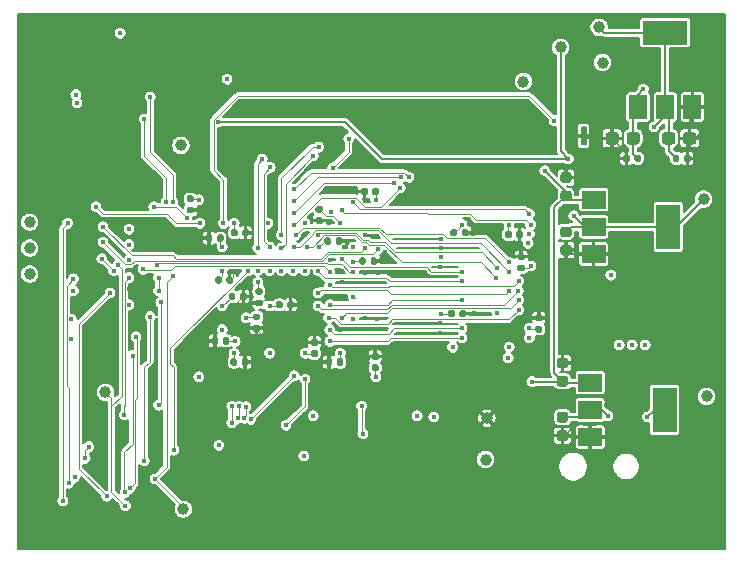
<source format=gbr>
%TF.GenerationSoftware,KiCad,Pcbnew,5.1.8-db9833491~88~ubuntu20.04.1*%
%TF.CreationDate,2021-01-09T17:29:30-05:00*%
%TF.ProjectId,julia_v2.1.0.0,6a756c69-615f-4763-922e-312e302e302e,rev?*%
%TF.SameCoordinates,Original*%
%TF.FileFunction,Copper,L4,Bot*%
%TF.FilePolarity,Positive*%
%FSLAX46Y46*%
G04 Gerber Fmt 4.6, Leading zero omitted, Abs format (unit mm)*
G04 Created by KiCad (PCBNEW 5.1.8-db9833491~88~ubuntu20.04.1) date 2021-01-09 17:29:30*
%MOMM*%
%LPD*%
G01*
G04 APERTURE LIST*
%TA.AperFunction,ComponentPad*%
%ADD10C,0.500000*%
%TD*%
%TA.AperFunction,SMDPad,CuDef*%
%ADD11R,0.500000X1.600000*%
%TD*%
%TA.AperFunction,SMDPad,CuDef*%
%ADD12R,1.500000X2.000000*%
%TD*%
%TA.AperFunction,SMDPad,CuDef*%
%ADD13R,3.800000X2.000000*%
%TD*%
%TA.AperFunction,SMDPad,CuDef*%
%ADD14R,2.000000X1.500000*%
%TD*%
%TA.AperFunction,SMDPad,CuDef*%
%ADD15R,2.000000X3.800000*%
%TD*%
%TA.AperFunction,ComponentPad*%
%ADD16C,1.000000*%
%TD*%
%TA.AperFunction,ViaPad*%
%ADD17C,0.450000*%
%TD*%
%TA.AperFunction,Conductor*%
%ADD18C,0.101600*%
%TD*%
%TA.AperFunction,Conductor*%
%ADD19C,0.203200*%
%TD*%
%TA.AperFunction,Conductor*%
%ADD20C,0.127000*%
%TD*%
%TA.AperFunction,Conductor*%
%ADD21C,0.100000*%
%TD*%
G04 APERTURE END LIST*
D10*
%TO.P,U7,7*%
%TO.N,GND*%
X126600000Y-98050000D03*
X126600000Y-96950000D03*
D11*
X126600000Y-97500000D03*
%TD*%
D12*
%TO.P,U4,1*%
%TO.N,GND*%
X135800000Y-95050000D03*
%TO.P,U4,3*%
%TO.N,+3V3*%
X131200000Y-95050000D03*
%TO.P,U4,2*%
%TO.N,+1V2*%
X133500000Y-95050000D03*
D13*
X133500000Y-88750000D03*
%TD*%
D14*
%TO.P,U3,1*%
%TO.N,GND*%
X127450000Y-107500000D03*
%TO.P,U3,3*%
%TO.N,+5V*%
X127450000Y-102900000D03*
%TO.P,U3,2*%
%TO.N,+2V5*%
X127450000Y-105200000D03*
D15*
X133750000Y-105200000D03*
%TD*%
D14*
%TO.P,U2,1*%
%TO.N,GND*%
X127150000Y-123000000D03*
%TO.P,U2,3*%
%TO.N,+5V*%
X127150000Y-118400000D03*
%TO.P,U2,2*%
%TO.N,+3V3*%
X127150000Y-120700000D03*
D15*
X133450000Y-120700000D03*
%TD*%
D16*
%TO.P,TP14,1*%
%TO.N,/JuliaLCD/LED-*%
X124650000Y-90000000D03*
%TD*%
%TO.P,TP13,1*%
%TO.N,/JuliaLCD/LED+*%
X128200000Y-91300000D03*
%TD*%
%TO.P,TP12,1*%
%TO.N,Net-(D5-Pad2)*%
X121500000Y-92900000D03*
%TD*%
%TO.P,TP11,1*%
%TO.N,/JuliaConfig/CONF_DONE*%
X86100000Y-119200000D03*
%TD*%
%TO.P,TP10,1*%
%TO.N,/JuliaConfig/nSTATUS*%
X79700000Y-104800000D03*
%TD*%
%TO.P,TP9,1*%
%TO.N,/JuliaConfig/nCONFIG*%
X79700000Y-109200000D03*
%TD*%
%TO.P,TP8,1*%
%TO.N,/JuliaConfig/DATA0*%
X92700000Y-129100000D03*
%TD*%
%TO.P,TP7,1*%
%TO.N,Net-(R16-Pad1)*%
X79700000Y-107000000D03*
%TD*%
%TO.P,TP6,1*%
%TO.N,/JuliaFPGA/GCLK*%
X92500000Y-98300000D03*
%TD*%
%TO.P,TP5,1*%
%TO.N,GND*%
X118400000Y-121400000D03*
%TD*%
%TO.P,TP4,1*%
%TO.N,+1V2*%
X127900000Y-88300000D03*
%TD*%
%TO.P,TP3,1*%
%TO.N,+2V5*%
X136750000Y-102850000D03*
%TD*%
%TO.P,TP2,1*%
%TO.N,+3V3*%
X137000000Y-119550000D03*
%TD*%
%TO.P,TP1,1*%
%TO.N,+5V*%
X118300000Y-124900000D03*
%TD*%
%TO.P,C39,2*%
%TO.N,GND*%
%TA.AperFunction,SMDPad,CuDef*%
G36*
G01*
X105300000Y-116480000D02*
X105300000Y-116820000D01*
G75*
G02*
X105160000Y-116960000I-140000J0D01*
G01*
X104880000Y-116960000D01*
G75*
G02*
X104740000Y-116820000I0J140000D01*
G01*
X104740000Y-116480000D01*
G75*
G02*
X104880000Y-116340000I140000J0D01*
G01*
X105160000Y-116340000D01*
G75*
G02*
X105300000Y-116480000I0J-140000D01*
G01*
G37*
%TD.AperFunction*%
%TO.P,C39,1*%
%TO.N,+3V3*%
%TA.AperFunction,SMDPad,CuDef*%
G36*
G01*
X106260000Y-116480000D02*
X106260000Y-116820000D01*
G75*
G02*
X106120000Y-116960000I-140000J0D01*
G01*
X105840000Y-116960000D01*
G75*
G02*
X105700000Y-116820000I0J140000D01*
G01*
X105700000Y-116480000D01*
G75*
G02*
X105840000Y-116340000I140000J0D01*
G01*
X106120000Y-116340000D01*
G75*
G02*
X106260000Y-116480000I0J-140000D01*
G01*
G37*
%TD.AperFunction*%
%TD*%
%TO.P,C38,2*%
%TO.N,GND*%
%TA.AperFunction,SMDPad,CuDef*%
G36*
G01*
X95650000Y-114680000D02*
X95650000Y-115020000D01*
G75*
G02*
X95510000Y-115160000I-140000J0D01*
G01*
X95230000Y-115160000D01*
G75*
G02*
X95090000Y-115020000I0J140000D01*
G01*
X95090000Y-114680000D01*
G75*
G02*
X95230000Y-114540000I140000J0D01*
G01*
X95510000Y-114540000D01*
G75*
G02*
X95650000Y-114680000I0J-140000D01*
G01*
G37*
%TD.AperFunction*%
%TO.P,C38,1*%
%TO.N,+1V2*%
%TA.AperFunction,SMDPad,CuDef*%
G36*
G01*
X96610000Y-114680000D02*
X96610000Y-115020000D01*
G75*
G02*
X96470000Y-115160000I-140000J0D01*
G01*
X96190000Y-115160000D01*
G75*
G02*
X96050000Y-115020000I0J140000D01*
G01*
X96050000Y-114680000D01*
G75*
G02*
X96190000Y-114540000I140000J0D01*
G01*
X96470000Y-114540000D01*
G75*
G02*
X96610000Y-114680000I0J-140000D01*
G01*
G37*
%TD.AperFunction*%
%TD*%
%TO.P,C37,2*%
%TO.N,GND*%
%TA.AperFunction,SMDPad,CuDef*%
G36*
G01*
X97500000Y-111270000D02*
X97500000Y-110930000D01*
G75*
G02*
X97640000Y-110790000I140000J0D01*
G01*
X97920000Y-110790000D01*
G75*
G02*
X98060000Y-110930000I0J-140000D01*
G01*
X98060000Y-111270000D01*
G75*
G02*
X97920000Y-111410000I-140000J0D01*
G01*
X97640000Y-111410000D01*
G75*
G02*
X97500000Y-111270000I0J140000D01*
G01*
G37*
%TD.AperFunction*%
%TO.P,C37,1*%
%TO.N,+3V3*%
%TA.AperFunction,SMDPad,CuDef*%
G36*
G01*
X96540000Y-111270000D02*
X96540000Y-110930000D01*
G75*
G02*
X96680000Y-110790000I140000J0D01*
G01*
X96960000Y-110790000D01*
G75*
G02*
X97100000Y-110930000I0J-140000D01*
G01*
X97100000Y-111270000D01*
G75*
G02*
X96960000Y-111410000I-140000J0D01*
G01*
X96680000Y-111410000D01*
G75*
G02*
X96540000Y-111270000I0J140000D01*
G01*
G37*
%TD.AperFunction*%
%TD*%
%TO.P,C35,2*%
%TO.N,GND*%
%TA.AperFunction,SMDPad,CuDef*%
G36*
G01*
X93130000Y-103500000D02*
X93470000Y-103500000D01*
G75*
G02*
X93610000Y-103640000I0J-140000D01*
G01*
X93610000Y-103920000D01*
G75*
G02*
X93470000Y-104060000I-140000J0D01*
G01*
X93130000Y-104060000D01*
G75*
G02*
X92990000Y-103920000I0J140000D01*
G01*
X92990000Y-103640000D01*
G75*
G02*
X93130000Y-103500000I140000J0D01*
G01*
G37*
%TD.AperFunction*%
%TO.P,C35,1*%
%TO.N,+3V3*%
%TA.AperFunction,SMDPad,CuDef*%
G36*
G01*
X93130000Y-102540000D02*
X93470000Y-102540000D01*
G75*
G02*
X93610000Y-102680000I0J-140000D01*
G01*
X93610000Y-102960000D01*
G75*
G02*
X93470000Y-103100000I-140000J0D01*
G01*
X93130000Y-103100000D01*
G75*
G02*
X92990000Y-102960000I0J140000D01*
G01*
X92990000Y-102680000D01*
G75*
G02*
X93130000Y-102540000I140000J0D01*
G01*
G37*
%TD.AperFunction*%
%TD*%
%TO.P,C33,2*%
%TO.N,GND*%
%TA.AperFunction,SMDPad,CuDef*%
G36*
G01*
X103970000Y-115250000D02*
X103630000Y-115250000D01*
G75*
G02*
X103490000Y-115110000I0J140000D01*
G01*
X103490000Y-114830000D01*
G75*
G02*
X103630000Y-114690000I140000J0D01*
G01*
X103970000Y-114690000D01*
G75*
G02*
X104110000Y-114830000I0J-140000D01*
G01*
X104110000Y-115110000D01*
G75*
G02*
X103970000Y-115250000I-140000J0D01*
G01*
G37*
%TD.AperFunction*%
%TO.P,C33,1*%
%TO.N,+3V3*%
%TA.AperFunction,SMDPad,CuDef*%
G36*
G01*
X103970000Y-116210000D02*
X103630000Y-116210000D01*
G75*
G02*
X103490000Y-116070000I0J140000D01*
G01*
X103490000Y-115790000D01*
G75*
G02*
X103630000Y-115650000I140000J0D01*
G01*
X103970000Y-115650000D01*
G75*
G02*
X104110000Y-115790000I0J-140000D01*
G01*
X104110000Y-116070000D01*
G75*
G02*
X103970000Y-116210000I-140000J0D01*
G01*
G37*
%TD.AperFunction*%
%TD*%
%TO.P,C32,2*%
%TO.N,GND*%
%TA.AperFunction,SMDPad,CuDef*%
G36*
G01*
X104030000Y-104400000D02*
X104370000Y-104400000D01*
G75*
G02*
X104510000Y-104540000I0J-140000D01*
G01*
X104510000Y-104820000D01*
G75*
G02*
X104370000Y-104960000I-140000J0D01*
G01*
X104030000Y-104960000D01*
G75*
G02*
X103890000Y-104820000I0J140000D01*
G01*
X103890000Y-104540000D01*
G75*
G02*
X104030000Y-104400000I140000J0D01*
G01*
G37*
%TD.AperFunction*%
%TO.P,C32,1*%
%TO.N,+1V2*%
%TA.AperFunction,SMDPad,CuDef*%
G36*
G01*
X104030000Y-103440000D02*
X104370000Y-103440000D01*
G75*
G02*
X104510000Y-103580000I0J-140000D01*
G01*
X104510000Y-103860000D01*
G75*
G02*
X104370000Y-104000000I-140000J0D01*
G01*
X104030000Y-104000000D01*
G75*
G02*
X103890000Y-103860000I0J140000D01*
G01*
X103890000Y-103580000D01*
G75*
G02*
X104030000Y-103440000I140000J0D01*
G01*
G37*
%TD.AperFunction*%
%TD*%
%TO.P,C31,2*%
%TO.N,GND*%
%TA.AperFunction,SMDPad,CuDef*%
G36*
G01*
X109120000Y-116450000D02*
X108780000Y-116450000D01*
G75*
G02*
X108640000Y-116310000I0J140000D01*
G01*
X108640000Y-116030000D01*
G75*
G02*
X108780000Y-115890000I140000J0D01*
G01*
X109120000Y-115890000D01*
G75*
G02*
X109260000Y-116030000I0J-140000D01*
G01*
X109260000Y-116310000D01*
G75*
G02*
X109120000Y-116450000I-140000J0D01*
G01*
G37*
%TD.AperFunction*%
%TO.P,C31,1*%
%TO.N,+3V3*%
%TA.AperFunction,SMDPad,CuDef*%
G36*
G01*
X109120000Y-117410000D02*
X108780000Y-117410000D01*
G75*
G02*
X108640000Y-117270000I0J140000D01*
G01*
X108640000Y-116990000D01*
G75*
G02*
X108780000Y-116850000I140000J0D01*
G01*
X109120000Y-116850000D01*
G75*
G02*
X109260000Y-116990000I0J-140000D01*
G01*
X109260000Y-117270000D01*
G75*
G02*
X109120000Y-117410000I-140000J0D01*
G01*
G37*
%TD.AperFunction*%
%TD*%
%TO.P,C29,2*%
%TO.N,GND*%
%TA.AperFunction,SMDPad,CuDef*%
G36*
G01*
X101500000Y-111970000D02*
X101500000Y-111630000D01*
G75*
G02*
X101640000Y-111490000I140000J0D01*
G01*
X101920000Y-111490000D01*
G75*
G02*
X102060000Y-111630000I0J-140000D01*
G01*
X102060000Y-111970000D01*
G75*
G02*
X101920000Y-112110000I-140000J0D01*
G01*
X101640000Y-112110000D01*
G75*
G02*
X101500000Y-111970000I0J140000D01*
G01*
G37*
%TD.AperFunction*%
%TO.P,C29,1*%
%TO.N,+3V3*%
%TA.AperFunction,SMDPad,CuDef*%
G36*
G01*
X100540000Y-111970000D02*
X100540000Y-111630000D01*
G75*
G02*
X100680000Y-111490000I140000J0D01*
G01*
X100960000Y-111490000D01*
G75*
G02*
X101100000Y-111630000I0J-140000D01*
G01*
X101100000Y-111970000D01*
G75*
G02*
X100960000Y-112110000I-140000J0D01*
G01*
X100680000Y-112110000D01*
G75*
G02*
X100540000Y-111970000I0J140000D01*
G01*
G37*
%TD.AperFunction*%
%TD*%
%TO.P,C28,2*%
%TO.N,GND*%
%TA.AperFunction,SMDPad,CuDef*%
G36*
G01*
X108300000Y-102030000D02*
X108300000Y-102370000D01*
G75*
G02*
X108160000Y-102510000I-140000J0D01*
G01*
X107880000Y-102510000D01*
G75*
G02*
X107740000Y-102370000I0J140000D01*
G01*
X107740000Y-102030000D01*
G75*
G02*
X107880000Y-101890000I140000J0D01*
G01*
X108160000Y-101890000D01*
G75*
G02*
X108300000Y-102030000I0J-140000D01*
G01*
G37*
%TD.AperFunction*%
%TO.P,C28,1*%
%TO.N,+3V3*%
%TA.AperFunction,SMDPad,CuDef*%
G36*
G01*
X109260000Y-102030000D02*
X109260000Y-102370000D01*
G75*
G02*
X109120000Y-102510000I-140000J0D01*
G01*
X108840000Y-102510000D01*
G75*
G02*
X108700000Y-102370000I0J140000D01*
G01*
X108700000Y-102030000D01*
G75*
G02*
X108840000Y-101890000I140000J0D01*
G01*
X109120000Y-101890000D01*
G75*
G02*
X109260000Y-102030000I0J-140000D01*
G01*
G37*
%TD.AperFunction*%
%TD*%
%TO.P,C27,2*%
%TO.N,GND*%
%TA.AperFunction,SMDPad,CuDef*%
G36*
G01*
X98730000Y-113500000D02*
X99070000Y-113500000D01*
G75*
G02*
X99210000Y-113640000I0J-140000D01*
G01*
X99210000Y-113920000D01*
G75*
G02*
X99070000Y-114060000I-140000J0D01*
G01*
X98730000Y-114060000D01*
G75*
G02*
X98590000Y-113920000I0J140000D01*
G01*
X98590000Y-113640000D01*
G75*
G02*
X98730000Y-113500000I140000J0D01*
G01*
G37*
%TD.AperFunction*%
%TO.P,C27,1*%
%TO.N,+2V5*%
%TA.AperFunction,SMDPad,CuDef*%
G36*
G01*
X98730000Y-112540000D02*
X99070000Y-112540000D01*
G75*
G02*
X99210000Y-112680000I0J-140000D01*
G01*
X99210000Y-112960000D01*
G75*
G02*
X99070000Y-113100000I-140000J0D01*
G01*
X98730000Y-113100000D01*
G75*
G02*
X98590000Y-112960000I0J140000D01*
G01*
X98590000Y-112680000D01*
G75*
G02*
X98730000Y-112540000I140000J0D01*
G01*
G37*
%TD.AperFunction*%
%TD*%
%TO.P,C25,2*%
%TO.N,GND*%
%TA.AperFunction,SMDPad,CuDef*%
G36*
G01*
X98930000Y-111350000D02*
X99270000Y-111350000D01*
G75*
G02*
X99410000Y-111490000I0J-140000D01*
G01*
X99410000Y-111770000D01*
G75*
G02*
X99270000Y-111910000I-140000J0D01*
G01*
X98930000Y-111910000D01*
G75*
G02*
X98790000Y-111770000I0J140000D01*
G01*
X98790000Y-111490000D01*
G75*
G02*
X98930000Y-111350000I140000J0D01*
G01*
G37*
%TD.AperFunction*%
%TO.P,C25,1*%
%TO.N,+3V3*%
%TA.AperFunction,SMDPad,CuDef*%
G36*
G01*
X98930000Y-110390000D02*
X99270000Y-110390000D01*
G75*
G02*
X99410000Y-110530000I0J-140000D01*
G01*
X99410000Y-110810000D01*
G75*
G02*
X99270000Y-110950000I-140000J0D01*
G01*
X98930000Y-110950000D01*
G75*
G02*
X98790000Y-110810000I0J140000D01*
G01*
X98790000Y-110530000D01*
G75*
G02*
X98930000Y-110390000I140000J0D01*
G01*
G37*
%TD.AperFunction*%
%TD*%
%TO.P,C24,2*%
%TO.N,GND*%
%TA.AperFunction,SMDPad,CuDef*%
G36*
G01*
X105600000Y-106570000D02*
X105600000Y-106230000D01*
G75*
G02*
X105740000Y-106090000I140000J0D01*
G01*
X106020000Y-106090000D01*
G75*
G02*
X106160000Y-106230000I0J-140000D01*
G01*
X106160000Y-106570000D01*
G75*
G02*
X106020000Y-106710000I-140000J0D01*
G01*
X105740000Y-106710000D01*
G75*
G02*
X105600000Y-106570000I0J140000D01*
G01*
G37*
%TD.AperFunction*%
%TO.P,C24,1*%
%TO.N,+2V5*%
%TA.AperFunction,SMDPad,CuDef*%
G36*
G01*
X104640000Y-106570000D02*
X104640000Y-106230000D01*
G75*
G02*
X104780000Y-106090000I140000J0D01*
G01*
X105060000Y-106090000D01*
G75*
G02*
X105200000Y-106230000I0J-140000D01*
G01*
X105200000Y-106570000D01*
G75*
G02*
X105060000Y-106710000I-140000J0D01*
G01*
X104780000Y-106710000D01*
G75*
G02*
X104640000Y-106570000I0J140000D01*
G01*
G37*
%TD.AperFunction*%
%TD*%
%TO.P,C22,2*%
%TO.N,GND*%
%TA.AperFunction,SMDPad,CuDef*%
G36*
G01*
X95150000Y-105980000D02*
X95150000Y-106320000D01*
G75*
G02*
X95010000Y-106460000I-140000J0D01*
G01*
X94730000Y-106460000D01*
G75*
G02*
X94590000Y-106320000I0J140000D01*
G01*
X94590000Y-105980000D01*
G75*
G02*
X94730000Y-105840000I140000J0D01*
G01*
X95010000Y-105840000D01*
G75*
G02*
X95150000Y-105980000I0J-140000D01*
G01*
G37*
%TD.AperFunction*%
%TO.P,C22,1*%
%TO.N,+3V3*%
%TA.AperFunction,SMDPad,CuDef*%
G36*
G01*
X96110000Y-105980000D02*
X96110000Y-106320000D01*
G75*
G02*
X95970000Y-106460000I-140000J0D01*
G01*
X95690000Y-106460000D01*
G75*
G02*
X95550000Y-106320000I0J140000D01*
G01*
X95550000Y-105980000D01*
G75*
G02*
X95690000Y-105840000I140000J0D01*
G01*
X95970000Y-105840000D01*
G75*
G02*
X96110000Y-105980000I0J-140000D01*
G01*
G37*
%TD.AperFunction*%
%TD*%
%TO.P,C18,2*%
%TO.N,GND*%
%TA.AperFunction,SMDPad,CuDef*%
G36*
G01*
X121470000Y-108000000D02*
X121130000Y-108000000D01*
G75*
G02*
X120990000Y-107860000I0J140000D01*
G01*
X120990000Y-107580000D01*
G75*
G02*
X121130000Y-107440000I140000J0D01*
G01*
X121470000Y-107440000D01*
G75*
G02*
X121610000Y-107580000I0J-140000D01*
G01*
X121610000Y-107860000D01*
G75*
G02*
X121470000Y-108000000I-140000J0D01*
G01*
G37*
%TD.AperFunction*%
%TO.P,C18,1*%
%TO.N,+3V3*%
%TA.AperFunction,SMDPad,CuDef*%
G36*
G01*
X121470000Y-108960000D02*
X121130000Y-108960000D01*
G75*
G02*
X120990000Y-108820000I0J140000D01*
G01*
X120990000Y-108540000D01*
G75*
G02*
X121130000Y-108400000I140000J0D01*
G01*
X121470000Y-108400000D01*
G75*
G02*
X121610000Y-108540000I0J-140000D01*
G01*
X121610000Y-108820000D01*
G75*
G02*
X121470000Y-108960000I-140000J0D01*
G01*
G37*
%TD.AperFunction*%
%TD*%
%TO.P,C17,2*%
%TO.N,GND*%
%TA.AperFunction,SMDPad,CuDef*%
G36*
G01*
X135012500Y-97975001D02*
X135012500Y-97424999D01*
G75*
G02*
X135262499Y-97175000I249999J0D01*
G01*
X135887501Y-97175000D01*
G75*
G02*
X136137500Y-97424999I0J-249999D01*
G01*
X136137500Y-97975001D01*
G75*
G02*
X135887501Y-98225000I-249999J0D01*
G01*
X135262499Y-98225000D01*
G75*
G02*
X135012500Y-97975001I0J249999D01*
G01*
G37*
%TD.AperFunction*%
%TO.P,C17,1*%
%TO.N,+1V2*%
%TA.AperFunction,SMDPad,CuDef*%
G36*
G01*
X133237500Y-97975001D02*
X133237500Y-97424999D01*
G75*
G02*
X133487499Y-97175000I249999J0D01*
G01*
X134112501Y-97175000D01*
G75*
G02*
X134362500Y-97424999I0J-249999D01*
G01*
X134362500Y-97975001D01*
G75*
G02*
X134112501Y-98225000I-249999J0D01*
G01*
X133487499Y-98225000D01*
G75*
G02*
X133237500Y-97975001I0J249999D01*
G01*
G37*
%TD.AperFunction*%
%TD*%
%TO.P,C16,2*%
%TO.N,GND*%
%TA.AperFunction,SMDPad,CuDef*%
G36*
G01*
X97700000Y-105870000D02*
X97700000Y-105530000D01*
G75*
G02*
X97840000Y-105390000I140000J0D01*
G01*
X98120000Y-105390000D01*
G75*
G02*
X98260000Y-105530000I0J-140000D01*
G01*
X98260000Y-105870000D01*
G75*
G02*
X98120000Y-106010000I-140000J0D01*
G01*
X97840000Y-106010000D01*
G75*
G02*
X97700000Y-105870000I0J140000D01*
G01*
G37*
%TD.AperFunction*%
%TO.P,C16,1*%
%TO.N,+3V3*%
%TA.AperFunction,SMDPad,CuDef*%
G36*
G01*
X96740000Y-105870000D02*
X96740000Y-105530000D01*
G75*
G02*
X96880000Y-105390000I140000J0D01*
G01*
X97160000Y-105390000D01*
G75*
G02*
X97300000Y-105530000I0J-140000D01*
G01*
X97300000Y-105870000D01*
G75*
G02*
X97160000Y-106010000I-140000J0D01*
G01*
X96880000Y-106010000D01*
G75*
G02*
X96740000Y-105870000I0J140000D01*
G01*
G37*
%TD.AperFunction*%
%TD*%
%TO.P,C15,2*%
%TO.N,GND*%
%TA.AperFunction,SMDPad,CuDef*%
G36*
G01*
X124850000Y-106725000D02*
X125350000Y-106725000D01*
G75*
G02*
X125575000Y-106950000I0J-225000D01*
G01*
X125575000Y-107400000D01*
G75*
G02*
X125350000Y-107625000I-225000J0D01*
G01*
X124850000Y-107625000D01*
G75*
G02*
X124625000Y-107400000I0J225000D01*
G01*
X124625000Y-106950000D01*
G75*
G02*
X124850000Y-106725000I225000J0D01*
G01*
G37*
%TD.AperFunction*%
%TO.P,C15,1*%
%TO.N,+2V5*%
%TA.AperFunction,SMDPad,CuDef*%
G36*
G01*
X124850000Y-105175000D02*
X125350000Y-105175000D01*
G75*
G02*
X125575000Y-105400000I0J-225000D01*
G01*
X125575000Y-105850000D01*
G75*
G02*
X125350000Y-106075000I-225000J0D01*
G01*
X124850000Y-106075000D01*
G75*
G02*
X124625000Y-105850000I0J225000D01*
G01*
X124625000Y-105400000D01*
G75*
G02*
X124850000Y-105175000I225000J0D01*
G01*
G37*
%TD.AperFunction*%
%TD*%
%TO.P,C14,2*%
%TO.N,GND*%
%TA.AperFunction,SMDPad,CuDef*%
G36*
G01*
X124550000Y-122425000D02*
X125050000Y-122425000D01*
G75*
G02*
X125275000Y-122650000I0J-225000D01*
G01*
X125275000Y-123100000D01*
G75*
G02*
X125050000Y-123325000I-225000J0D01*
G01*
X124550000Y-123325000D01*
G75*
G02*
X124325000Y-123100000I0J225000D01*
G01*
X124325000Y-122650000D01*
G75*
G02*
X124550000Y-122425000I225000J0D01*
G01*
G37*
%TD.AperFunction*%
%TO.P,C14,1*%
%TO.N,+3V3*%
%TA.AperFunction,SMDPad,CuDef*%
G36*
G01*
X124550000Y-120875000D02*
X125050000Y-120875000D01*
G75*
G02*
X125275000Y-121100000I0J-225000D01*
G01*
X125275000Y-121550000D01*
G75*
G02*
X125050000Y-121775000I-225000J0D01*
G01*
X124550000Y-121775000D01*
G75*
G02*
X124325000Y-121550000I0J225000D01*
G01*
X124325000Y-121100000D01*
G75*
G02*
X124550000Y-120875000I225000J0D01*
G01*
G37*
%TD.AperFunction*%
%TD*%
%TO.P,C13,2*%
%TO.N,GND*%
%TA.AperFunction,SMDPad,CuDef*%
G36*
G01*
X135100000Y-99570000D02*
X135100000Y-99230000D01*
G75*
G02*
X135240000Y-99090000I140000J0D01*
G01*
X135520000Y-99090000D01*
G75*
G02*
X135660000Y-99230000I0J-140000D01*
G01*
X135660000Y-99570000D01*
G75*
G02*
X135520000Y-99710000I-140000J0D01*
G01*
X135240000Y-99710000D01*
G75*
G02*
X135100000Y-99570000I0J140000D01*
G01*
G37*
%TD.AperFunction*%
%TO.P,C13,1*%
%TO.N,+1V2*%
%TA.AperFunction,SMDPad,CuDef*%
G36*
G01*
X134140000Y-99570000D02*
X134140000Y-99230000D01*
G75*
G02*
X134280000Y-99090000I140000J0D01*
G01*
X134560000Y-99090000D01*
G75*
G02*
X134700000Y-99230000I0J-140000D01*
G01*
X134700000Y-99570000D01*
G75*
G02*
X134560000Y-99710000I-140000J0D01*
G01*
X134280000Y-99710000D01*
G75*
G02*
X134140000Y-99570000I0J140000D01*
G01*
G37*
%TD.AperFunction*%
%TD*%
%TO.P,C12,2*%
%TO.N,GND*%
%TA.AperFunction,SMDPad,CuDef*%
G36*
G01*
X97650000Y-116820000D02*
X97650000Y-116480000D01*
G75*
G02*
X97790000Y-116340000I140000J0D01*
G01*
X98070000Y-116340000D01*
G75*
G02*
X98210000Y-116480000I0J-140000D01*
G01*
X98210000Y-116820000D01*
G75*
G02*
X98070000Y-116960000I-140000J0D01*
G01*
X97790000Y-116960000D01*
G75*
G02*
X97650000Y-116820000I0J140000D01*
G01*
G37*
%TD.AperFunction*%
%TO.P,C12,1*%
%TO.N,+3V3*%
%TA.AperFunction,SMDPad,CuDef*%
G36*
G01*
X96690000Y-116820000D02*
X96690000Y-116480000D01*
G75*
G02*
X96830000Y-116340000I140000J0D01*
G01*
X97110000Y-116340000D01*
G75*
G02*
X97250000Y-116480000I0J-140000D01*
G01*
X97250000Y-116820000D01*
G75*
G02*
X97110000Y-116960000I-140000J0D01*
G01*
X96830000Y-116960000D01*
G75*
G02*
X96690000Y-116820000I0J140000D01*
G01*
G37*
%TD.AperFunction*%
%TD*%
%TO.P,C11,2*%
%TO.N,GND*%
%TA.AperFunction,SMDPad,CuDef*%
G36*
G01*
X116080000Y-112720000D02*
X116080000Y-112380000D01*
G75*
G02*
X116220000Y-112240000I140000J0D01*
G01*
X116500000Y-112240000D01*
G75*
G02*
X116640000Y-112380000I0J-140000D01*
G01*
X116640000Y-112720000D01*
G75*
G02*
X116500000Y-112860000I-140000J0D01*
G01*
X116220000Y-112860000D01*
G75*
G02*
X116080000Y-112720000I0J140000D01*
G01*
G37*
%TD.AperFunction*%
%TO.P,C11,1*%
%TO.N,+3V3*%
%TA.AperFunction,SMDPad,CuDef*%
G36*
G01*
X115120000Y-112720000D02*
X115120000Y-112380000D01*
G75*
G02*
X115260000Y-112240000I140000J0D01*
G01*
X115540000Y-112240000D01*
G75*
G02*
X115680000Y-112380000I0J-140000D01*
G01*
X115680000Y-112720000D01*
G75*
G02*
X115540000Y-112860000I-140000J0D01*
G01*
X115260000Y-112860000D01*
G75*
G02*
X115120000Y-112720000I0J140000D01*
G01*
G37*
%TD.AperFunction*%
%TD*%
%TO.P,C10,2*%
%TO.N,GND*%
%TA.AperFunction,SMDPad,CuDef*%
G36*
G01*
X130500000Y-99230000D02*
X130500000Y-99570000D01*
G75*
G02*
X130360000Y-99710000I-140000J0D01*
G01*
X130080000Y-99710000D01*
G75*
G02*
X129940000Y-99570000I0J140000D01*
G01*
X129940000Y-99230000D01*
G75*
G02*
X130080000Y-99090000I140000J0D01*
G01*
X130360000Y-99090000D01*
G75*
G02*
X130500000Y-99230000I0J-140000D01*
G01*
G37*
%TD.AperFunction*%
%TO.P,C10,1*%
%TO.N,+3V3*%
%TA.AperFunction,SMDPad,CuDef*%
G36*
G01*
X131460000Y-99230000D02*
X131460000Y-99570000D01*
G75*
G02*
X131320000Y-99710000I-140000J0D01*
G01*
X131040000Y-99710000D01*
G75*
G02*
X130900000Y-99570000I0J140000D01*
G01*
X130900000Y-99230000D01*
G75*
G02*
X131040000Y-99090000I140000J0D01*
G01*
X131320000Y-99090000D01*
G75*
G02*
X131460000Y-99230000I0J-140000D01*
G01*
G37*
%TD.AperFunction*%
%TD*%
%TO.P,C9,2*%
%TO.N,GND*%
%TA.AperFunction,SMDPad,CuDef*%
G36*
G01*
X108550000Y-108270000D02*
X108550000Y-107930000D01*
G75*
G02*
X108690000Y-107790000I140000J0D01*
G01*
X108970000Y-107790000D01*
G75*
G02*
X109110000Y-107930000I0J-140000D01*
G01*
X109110000Y-108270000D01*
G75*
G02*
X108970000Y-108410000I-140000J0D01*
G01*
X108690000Y-108410000D01*
G75*
G02*
X108550000Y-108270000I0J140000D01*
G01*
G37*
%TD.AperFunction*%
%TO.P,C9,1*%
%TO.N,+3V3*%
%TA.AperFunction,SMDPad,CuDef*%
G36*
G01*
X107590000Y-108270000D02*
X107590000Y-107930000D01*
G75*
G02*
X107730000Y-107790000I140000J0D01*
G01*
X108010000Y-107790000D01*
G75*
G02*
X108150000Y-107930000I0J-140000D01*
G01*
X108150000Y-108270000D01*
G75*
G02*
X108010000Y-108410000I-140000J0D01*
G01*
X107730000Y-108410000D01*
G75*
G02*
X107590000Y-108270000I0J140000D01*
G01*
G37*
%TD.AperFunction*%
%TD*%
%TO.P,C8,2*%
%TO.N,GND*%
%TA.AperFunction,SMDPad,CuDef*%
G36*
G01*
X125350000Y-101475000D02*
X124850000Y-101475000D01*
G75*
G02*
X124625000Y-101250000I0J225000D01*
G01*
X124625000Y-100800000D01*
G75*
G02*
X124850000Y-100575000I225000J0D01*
G01*
X125350000Y-100575000D01*
G75*
G02*
X125575000Y-100800000I0J-225000D01*
G01*
X125575000Y-101250000D01*
G75*
G02*
X125350000Y-101475000I-225000J0D01*
G01*
G37*
%TD.AperFunction*%
%TO.P,C8,1*%
%TO.N,+5V*%
%TA.AperFunction,SMDPad,CuDef*%
G36*
G01*
X125350000Y-103025000D02*
X124850000Y-103025000D01*
G75*
G02*
X124625000Y-102800000I0J225000D01*
G01*
X124625000Y-102350000D01*
G75*
G02*
X124850000Y-102125000I225000J0D01*
G01*
X125350000Y-102125000D01*
G75*
G02*
X125575000Y-102350000I0J-225000D01*
G01*
X125575000Y-102800000D01*
G75*
G02*
X125350000Y-103025000I-225000J0D01*
G01*
G37*
%TD.AperFunction*%
%TD*%
%TO.P,C7,2*%
%TO.N,GND*%
%TA.AperFunction,SMDPad,CuDef*%
G36*
G01*
X125050000Y-117175000D02*
X124550000Y-117175000D01*
G75*
G02*
X124325000Y-116950000I0J225000D01*
G01*
X124325000Y-116500000D01*
G75*
G02*
X124550000Y-116275000I225000J0D01*
G01*
X125050000Y-116275000D01*
G75*
G02*
X125275000Y-116500000I0J-225000D01*
G01*
X125275000Y-116950000D01*
G75*
G02*
X125050000Y-117175000I-225000J0D01*
G01*
G37*
%TD.AperFunction*%
%TO.P,C7,1*%
%TO.N,+5V*%
%TA.AperFunction,SMDPad,CuDef*%
G36*
G01*
X125050000Y-118725000D02*
X124550000Y-118725000D01*
G75*
G02*
X124325000Y-118500000I0J225000D01*
G01*
X124325000Y-118050000D01*
G75*
G02*
X124550000Y-117825000I225000J0D01*
G01*
X125050000Y-117825000D01*
G75*
G02*
X125275000Y-118050000I0J-225000D01*
G01*
X125275000Y-118500000D01*
G75*
G02*
X125050000Y-118725000I-225000J0D01*
G01*
G37*
%TD.AperFunction*%
%TD*%
%TO.P,C6,2*%
%TO.N,GND*%
%TA.AperFunction,SMDPad,CuDef*%
G36*
G01*
X96350000Y-109870000D02*
X96350000Y-109530000D01*
G75*
G02*
X96490000Y-109390000I140000J0D01*
G01*
X96770000Y-109390000D01*
G75*
G02*
X96910000Y-109530000I0J-140000D01*
G01*
X96910000Y-109870000D01*
G75*
G02*
X96770000Y-110010000I-140000J0D01*
G01*
X96490000Y-110010000D01*
G75*
G02*
X96350000Y-109870000I0J140000D01*
G01*
G37*
%TD.AperFunction*%
%TO.P,C6,1*%
%TO.N,+3V3*%
%TA.AperFunction,SMDPad,CuDef*%
G36*
G01*
X95390000Y-109870000D02*
X95390000Y-109530000D01*
G75*
G02*
X95530000Y-109390000I140000J0D01*
G01*
X95810000Y-109390000D01*
G75*
G02*
X95950000Y-109530000I0J-140000D01*
G01*
X95950000Y-109870000D01*
G75*
G02*
X95810000Y-110010000I-140000J0D01*
G01*
X95530000Y-110010000D01*
G75*
G02*
X95390000Y-109870000I0J140000D01*
G01*
G37*
%TD.AperFunction*%
%TD*%
%TO.P,C5,2*%
%TO.N,GND*%
%TA.AperFunction,SMDPad,CuDef*%
G36*
G01*
X129575000Y-97424999D02*
X129575000Y-97975001D01*
G75*
G02*
X129325001Y-98225000I-249999J0D01*
G01*
X128699999Y-98225000D01*
G75*
G02*
X128450000Y-97975001I0J249999D01*
G01*
X128450000Y-97424999D01*
G75*
G02*
X128699999Y-97175000I249999J0D01*
G01*
X129325001Y-97175000D01*
G75*
G02*
X129575000Y-97424999I0J-249999D01*
G01*
G37*
%TD.AperFunction*%
%TO.P,C5,1*%
%TO.N,+3V3*%
%TA.AperFunction,SMDPad,CuDef*%
G36*
G01*
X131350000Y-97424999D02*
X131350000Y-97975001D01*
G75*
G02*
X131100001Y-98225000I-249999J0D01*
G01*
X130474999Y-98225000D01*
G75*
G02*
X130225000Y-97975001I0J249999D01*
G01*
X130225000Y-97424999D01*
G75*
G02*
X130474999Y-97175000I249999J0D01*
G01*
X131100001Y-97175000D01*
G75*
G02*
X131350000Y-97424999I0J-249999D01*
G01*
G37*
%TD.AperFunction*%
%TD*%
%TO.P,C4,2*%
%TO.N,GND*%
%TA.AperFunction,SMDPad,CuDef*%
G36*
G01*
X116280000Y-105870000D02*
X116280000Y-105530000D01*
G75*
G02*
X116420000Y-105390000I140000J0D01*
G01*
X116700000Y-105390000D01*
G75*
G02*
X116840000Y-105530000I0J-140000D01*
G01*
X116840000Y-105870000D01*
G75*
G02*
X116700000Y-106010000I-140000J0D01*
G01*
X116420000Y-106010000D01*
G75*
G02*
X116280000Y-105870000I0J140000D01*
G01*
G37*
%TD.AperFunction*%
%TO.P,C4,1*%
%TO.N,+3V3*%
%TA.AperFunction,SMDPad,CuDef*%
G36*
G01*
X115320000Y-105870000D02*
X115320000Y-105530000D01*
G75*
G02*
X115460000Y-105390000I140000J0D01*
G01*
X115740000Y-105390000D01*
G75*
G02*
X115880000Y-105530000I0J-140000D01*
G01*
X115880000Y-105870000D01*
G75*
G02*
X115740000Y-106010000I-140000J0D01*
G01*
X115460000Y-106010000D01*
G75*
G02*
X115320000Y-105870000I0J140000D01*
G01*
G37*
%TD.AperFunction*%
%TD*%
%TO.P,C3,2*%
%TO.N,GND*%
%TA.AperFunction,SMDPad,CuDef*%
G36*
G01*
X120900000Y-106020000D02*
X120900000Y-105680000D01*
G75*
G02*
X121040000Y-105540000I140000J0D01*
G01*
X121320000Y-105540000D01*
G75*
G02*
X121460000Y-105680000I0J-140000D01*
G01*
X121460000Y-106020000D01*
G75*
G02*
X121320000Y-106160000I-140000J0D01*
G01*
X121040000Y-106160000D01*
G75*
G02*
X120900000Y-106020000I0J140000D01*
G01*
G37*
%TD.AperFunction*%
%TO.P,C3,1*%
%TO.N,+3V3*%
%TA.AperFunction,SMDPad,CuDef*%
G36*
G01*
X119940000Y-106020000D02*
X119940000Y-105680000D01*
G75*
G02*
X120080000Y-105540000I140000J0D01*
G01*
X120360000Y-105540000D01*
G75*
G02*
X120500000Y-105680000I0J-140000D01*
G01*
X120500000Y-106020000D01*
G75*
G02*
X120360000Y-106160000I-140000J0D01*
G01*
X120080000Y-106160000D01*
G75*
G02*
X119940000Y-106020000I0J140000D01*
G01*
G37*
%TD.AperFunction*%
%TD*%
%TO.P,C2,2*%
%TO.N,GND*%
%TA.AperFunction,SMDPad,CuDef*%
G36*
G01*
X122970000Y-113200000D02*
X122630000Y-113200000D01*
G75*
G02*
X122490000Y-113060000I0J140000D01*
G01*
X122490000Y-112780000D01*
G75*
G02*
X122630000Y-112640000I140000J0D01*
G01*
X122970000Y-112640000D01*
G75*
G02*
X123110000Y-112780000I0J-140000D01*
G01*
X123110000Y-113060000D01*
G75*
G02*
X122970000Y-113200000I-140000J0D01*
G01*
G37*
%TD.AperFunction*%
%TO.P,C2,1*%
%TO.N,+3V3*%
%TA.AperFunction,SMDPad,CuDef*%
G36*
G01*
X122970000Y-114160000D02*
X122630000Y-114160000D01*
G75*
G02*
X122490000Y-114020000I0J140000D01*
G01*
X122490000Y-113740000D01*
G75*
G02*
X122630000Y-113600000I140000J0D01*
G01*
X122970000Y-113600000D01*
G75*
G02*
X123110000Y-113740000I0J-140000D01*
G01*
X123110000Y-114020000D01*
G75*
G02*
X122970000Y-114160000I-140000J0D01*
G01*
G37*
%TD.AperFunction*%
%TD*%
D17*
%TO.N,GND*%
X94900000Y-106900000D03*
X96900000Y-106900000D03*
X96900000Y-108900000D03*
X96900000Y-111900000D03*
X96900000Y-113900000D03*
X97900000Y-113900000D03*
X94900000Y-113900000D03*
X93900000Y-113900000D03*
X94900000Y-116900000D03*
X97900000Y-115900000D03*
X99900000Y-114900000D03*
X100000000Y-109900000D03*
X100000000Y-110900000D03*
X101000000Y-109900000D03*
X101000000Y-110900000D03*
X102000000Y-109900000D03*
X102000000Y-110900000D03*
X103000000Y-109900000D03*
X103000000Y-110900000D03*
X108100000Y-109129801D03*
X109200000Y-109129801D03*
X108100000Y-105900000D03*
X109100000Y-106000000D03*
X105000000Y-104900000D03*
X98000000Y-104900000D03*
X100000000Y-105900000D03*
X103000000Y-114900000D03*
X105000000Y-115900000D03*
X106000000Y-113900000D03*
X109100000Y-113000000D03*
X108100000Y-112900000D03*
X103000000Y-105900000D03*
X96100000Y-93200000D03*
X108900000Y-93400000D03*
X112400000Y-93400000D03*
X133900000Y-109200000D03*
X117200000Y-105800000D03*
X117200000Y-105000000D03*
X117200000Y-115400000D03*
X117200000Y-116200000D03*
X114400000Y-113378201D03*
X114400000Y-114178201D03*
X114500000Y-106221799D03*
X114500000Y-106978201D03*
X122100000Y-107500000D03*
X106100000Y-111129801D03*
X94100000Y-103670199D03*
X114400000Y-108578201D03*
X121100000Y-105000000D03*
X122000000Y-113000000D03*
X121074627Y-115425373D03*
X117300000Y-112533000D03*
%TO.N,+3V3*%
X94000000Y-102900000D03*
X97000000Y-104900000D03*
X96000000Y-106900000D03*
X96000000Y-108900000D03*
X96000000Y-111900000D03*
X96000000Y-113900000D03*
X97000000Y-115900000D03*
X94000000Y-117900000D03*
X100000000Y-115900000D03*
X103000000Y-115900000D03*
X106000000Y-115900000D03*
X109000000Y-117900000D03*
X107100000Y-113000000D03*
X103000000Y-104900000D03*
X99000000Y-108900000D03*
X99000000Y-109900000D03*
X100000000Y-108900000D03*
X101000000Y-108900000D03*
X102000000Y-108900000D03*
X103000000Y-108900000D03*
X100000000Y-111900000D03*
X96400000Y-92700000D03*
X128900000Y-109300000D03*
X122000000Y-114600000D03*
X122000000Y-113800000D03*
X114500000Y-107733001D03*
X115500000Y-115400000D03*
X114500000Y-112578201D03*
X122000000Y-105800000D03*
X121896282Y-106596282D03*
X122142234Y-108506360D03*
X107100000Y-111100000D03*
X107100000Y-108200000D03*
X99870199Y-104900000D03*
X120276159Y-105082119D03*
X119300000Y-112533001D03*
X120300000Y-115400000D03*
X120200000Y-116300000D03*
%TO.N,+1V2*%
X97100000Y-114900000D03*
%TO.N,+2V5*%
X104200000Y-106900000D03*
X98000000Y-112900000D03*
%TO.N,/JuliaFPGA/RGB21*%
X101000000Y-105900000D03*
%TO.N,/JuliaFPGA/RGB23*%
X101000000Y-107000000D03*
%TO.N,/JuliaFPGA/RGB13*%
X99000000Y-107000000D03*
%TO.N,/JuliaFPGA/RGB15*%
X100000000Y-106900000D03*
%TO.N,/JuliaFPGA/DQ14*%
X105100000Y-114900000D03*
%TO.N,/JuliaFPGA/BA1*%
X120300000Y-110600000D03*
%TO.N,/JuliaFPGA/DQ9*%
X105100000Y-113900000D03*
%TO.N,/JuliaFPGA/DQM0*%
X105000000Y-112900000D03*
%TO.N,/JuliaFPGA/A9*%
X105100000Y-111800000D03*
%TO.N,/JuliaFPGA/A11*%
X104100000Y-111900000D03*
%TO.N,/JuliaFPGA/DQ9*%
X116300000Y-113800000D03*
%TO.N,/JuliaFPGA/DQ14*%
X116300000Y-114600000D03*
%TO.N,/JuliaFPGA/DQM0*%
X121100000Y-112200000D03*
%TO.N,/JuliaFPGA/A9*%
X116300000Y-111400000D03*
%TO.N,/JuliaFPGA/A6*%
X116300000Y-109800000D03*
%TO.N,/JuliaFPGA/RAS_N*%
X106100000Y-112900000D03*
%TO.N,/JuliaFPGA/A1*%
X105100000Y-110100000D03*
%TO.N,/JuliaFPGA/BA1*%
X104100000Y-110800000D03*
%TO.N,/JuliaFPGA/A1*%
X121100000Y-109800000D03*
%TO.N,/JuliaFPGA/A6*%
X104100000Y-108900000D03*
%TO.N,/JuliaFPGA/A3*%
X116300000Y-109000000D03*
%TO.N,/JuliaFPGA/A11*%
X121047403Y-110599999D03*
%TO.N,/JuliaFPGA/RAS_N*%
X121100000Y-111400000D03*
%TO.N,/JuliaFPGA/LIGHT*%
X96100000Y-104900000D03*
%TO.N,/JuliaFPGA/A2*%
X104100000Y-105900000D03*
%TO.N,/JuliaFPGA/A10*%
X103200000Y-106900000D03*
%TO.N,/JuliaFPGA/A0*%
X102100000Y-106900000D03*
%TO.N,/JuliaFPGA/DQM2*%
X102200000Y-105900000D03*
%TO.N,/JuliaFPGA/A0*%
X120300000Y-109000000D03*
%TO.N,GND*%
X108100000Y-103000000D03*
X106100000Y-109900000D03*
X105100000Y-108000000D03*
%TO.N,+3V3*%
X109000000Y-102900000D03*
%TO.N,Net-(R18-Pad2)*%
X105100000Y-109000000D03*
%TO.N,/JuliaFPGA/DQ19*%
X106100000Y-103800000D03*
%TO.N,/JuliaFPGA/DQ21*%
X107100000Y-103100000D03*
%TO.N,GND*%
X106100000Y-108900000D03*
X108100000Y-116700000D03*
X128500000Y-120300000D03*
X125700000Y-120300000D03*
X86900000Y-102100000D03*
X132900000Y-115200000D03*
X88100000Y-110500000D03*
X83400000Y-111800000D03*
X83400000Y-105400000D03*
X83400000Y-108000000D03*
X85450000Y-88500000D03*
X84150000Y-88600000D03*
X108200000Y-126000000D03*
X101600000Y-125200000D03*
X94100000Y-121800000D03*
X93100000Y-124700000D03*
X87600000Y-123300000D03*
X106307894Y-106941984D03*
X109800000Y-107350000D03*
X125950000Y-116450000D03*
X125700000Y-122150000D03*
X128900000Y-107350000D03*
X124800000Y-99950000D03*
X127100000Y-100000000D03*
X128750000Y-101200000D03*
X128700000Y-96700000D03*
X129050000Y-96200000D03*
X130850000Y-92700000D03*
X136650000Y-97150000D03*
X113200000Y-96650000D03*
X116300000Y-97900000D03*
X118550000Y-95650000D03*
X93200000Y-120050000D03*
X95900000Y-118850000D03*
X116150000Y-119950000D03*
X116250000Y-122300000D03*
X120150000Y-119800000D03*
X123000000Y-110350000D03*
X126050000Y-113450000D03*
X135250000Y-114250000D03*
X135950000Y-100900000D03*
X126900000Y-90400000D03*
X93450000Y-100000000D03*
X93600000Y-96900000D03*
X91500000Y-95300000D03*
X81300000Y-102050000D03*
X81500000Y-97850000D03*
X81500000Y-92450000D03*
X80900000Y-115750000D03*
X81350000Y-121100000D03*
X80300000Y-128200000D03*
X84100000Y-130750000D03*
X95600000Y-130900000D03*
X102750000Y-129700000D03*
X110150000Y-130200000D03*
X115250000Y-127450000D03*
X107000000Y-128250000D03*
X99450000Y-129100000D03*
X134150000Y-128850000D03*
X136750000Y-124450000D03*
%TO.N,+3V3*%
X107100000Y-106900000D03*
X105200000Y-103900000D03*
X83600000Y-94000000D03*
X83700000Y-94700000D03*
X129600000Y-115200000D03*
X130700000Y-115200000D03*
X131800000Y-115200000D03*
X88100000Y-105400000D03*
X88100000Y-106700000D03*
X88100000Y-108000000D03*
X83400000Y-110600000D03*
X88100000Y-111800000D03*
X87350000Y-88800000D03*
X112500000Y-121200000D03*
X103700000Y-121200000D03*
X102900000Y-124600000D03*
X113900000Y-121300000D03*
X83200000Y-113000000D03*
X83200000Y-114700000D03*
X95700000Y-123700000D03*
X83500000Y-126400000D03*
X128650000Y-121200000D03*
X132000000Y-121300000D03*
X131650000Y-93550000D03*
X116300000Y-105000000D03*
%TO.N,+5V*%
X122200000Y-118300000D03*
X123300000Y-100450000D03*
%TO.N,+1V2*%
X106000000Y-104900000D03*
X132550000Y-96750000D03*
%TO.N,+2V5*%
X125750000Y-104250000D03*
%TO.N,/JuliaFPGA/TDI*%
X98157475Y-108899999D03*
X91900000Y-124100000D03*
%TO.N,/JuliaFPGA/TMS*%
X89900000Y-112800000D03*
X89400000Y-125000000D03*
%TO.N,/JuliaFPGA/TDO*%
X90800000Y-111600000D03*
X90600000Y-120300000D03*
%TO.N,/JuliaFPGA/TCK*%
X88100000Y-109495010D03*
X84400000Y-124800000D03*
X84700000Y-123800000D03*
X87700000Y-121100000D03*
%TO.N,/JuliaLCD/LED-*%
X125300000Y-99450000D03*
X95650000Y-96300000D03*
%TO.N,/JuliaFPGA/RGB13*%
X99382563Y-99452762D03*
%TO.N,/JuliaFPGA/RGB15*%
X100066863Y-100166863D03*
%TO.N,/JuliaFPGA/RGB21*%
X104150977Y-98450977D03*
%TO.N,/JuliaFPGA/RGB23*%
X103700000Y-99205778D03*
%TO.N,/JuliaFPGA/LCDCLK*%
X106700000Y-97750000D03*
X105350000Y-100200000D03*
%TO.N,/JuliaFPGA/TOUCH_RSTN*%
X111800000Y-101000000D03*
X102100000Y-102000000D03*
%TO.N,/JuliaFPGA/TOUCH_INTN*%
X111100000Y-101000000D03*
X102100000Y-103000000D03*
%TO.N,/JuliaFPGA/SDA*%
X110500000Y-101450000D03*
X102100000Y-104000000D03*
%TO.N,/JuliaFPGA/SCL*%
X111064926Y-101909760D03*
X102100000Y-105000000D03*
%TO.N,/JuliaConfig/MCU_LED1*%
X88400000Y-116100000D03*
X87800000Y-127672003D03*
%TO.N,/JuliaConfig/MCU_LED2*%
X88700000Y-114500000D03*
X88203921Y-127294603D03*
%TO.N,/JuliaFPGA/FPGA_LED1*%
X91800000Y-103100000D03*
X89900000Y-94200000D03*
%TO.N,/JuliaFPGA/FPGA_LED2*%
X91228200Y-103100000D03*
X89400000Y-96100000D03*
%TO.N,/JuliaConfig/DCLK*%
X83400000Y-109600000D03*
X83000000Y-126900000D03*
%TO.N,Net-(R18-Pad2)*%
X85800000Y-107900000D03*
X89300000Y-108800000D03*
X86800000Y-108900000D03*
%TO.N,Net-(R20-Pad2)*%
X93000000Y-104424999D03*
X90200000Y-103500000D03*
%TO.N,Net-(R21-Pad2)*%
X94100000Y-104900000D03*
X85300000Y-103500000D03*
%TO.N,/JuliaConfig/nCONFIG*%
X86500000Y-110795010D03*
X86200000Y-128000000D03*
%TO.N,Net-(R24-Pad1)*%
X109200000Y-107100000D03*
X85900000Y-106500000D03*
%TO.N,Net-(R25-Pad1)*%
X108100000Y-107000000D03*
X85900000Y-105200000D03*
%TO.N,Net-(R26-Pad1)*%
X90600000Y-109495010D03*
X90600000Y-110600000D03*
%TO.N,/JuliaConfig/nSTATUS*%
X82900000Y-104900000D03*
X82500000Y-128400000D03*
%TO.N,/JuliaConfig/CONF_DONE*%
X107100000Y-109000000D03*
X90500000Y-108466989D03*
X87164014Y-108422600D03*
X87800011Y-128804204D03*
%TO.N,/JuliaConfig/DATA0*%
X91800000Y-109400000D03*
X90300000Y-126539801D03*
%TO.N,/JuliaFPGA/DQ21*%
X122000000Y-104100000D03*
%TO.N,/JuliaFPGA/DQ19*%
X122100000Y-105000000D03*
%TO.N,/JuliaFPGA/DQM2*%
X120300000Y-108200000D03*
%TO.N,/JuliaFPGA/A2*%
X119300000Y-108666999D03*
%TO.N,/JuliaFPGA/A10*%
X119200000Y-109500000D03*
%TO.N,/JuliaFPGA/A3*%
X106100000Y-107900000D03*
%TO.N,/JuliaConfig/UART1_RX*%
X101400000Y-122000000D03*
X103000000Y-118100000D03*
%TO.N,/JuliaConfig/UART1_TX*%
X102100000Y-117800000D03*
X98400000Y-121500000D03*
%TO.N,/JuliaFPGA/LIGHT*%
X124100000Y-96200000D03*
%TO.N,/JuliaConfig/SPI_SCK*%
X96800000Y-120400000D03*
X96800000Y-121800000D03*
%TO.N,/JuliaConfig/SPI_MOSI*%
X98000000Y-120422600D03*
X97859109Y-121391822D03*
%TO.N,/JuliaConfig/SPI_MISO*%
X107800000Y-120400000D03*
X107900000Y-122700000D03*
X97400000Y-120400000D03*
X97300000Y-121400000D03*
%TD*%
D18*
%TO.N,/JuliaFPGA/RGB21*%
X101000000Y-105900000D02*
X101000000Y-101100000D01*
%TO.N,/JuliaFPGA/RGB23*%
X101000000Y-107000000D02*
X101377401Y-106622599D01*
%TO.N,/JuliaFPGA/RGB13*%
X99000000Y-107000000D02*
X99000000Y-101200000D01*
%TO.N,/JuliaFPGA/A3*%
X116300000Y-109000000D02*
X113700000Y-109000000D01*
%TO.N,Net-(R18-Pad2)*%
X104622599Y-108522599D02*
X91977401Y-108522599D01*
X105100000Y-109000000D02*
X104622599Y-108522599D01*
%TO.N,/JuliaFPGA/BA1*%
X109975001Y-110575001D02*
X104324999Y-110575001D01*
X104324999Y-110575001D02*
X104100000Y-110800000D01*
X110300000Y-110900000D02*
X109975001Y-110575001D01*
X120000000Y-110900000D02*
X110300000Y-110900000D01*
X120300000Y-110600000D02*
X120000000Y-110900000D01*
%TO.N,/JuliaFPGA/A6*%
X104707202Y-109507202D02*
X104100000Y-108900000D01*
X109892798Y-109507202D02*
X104707202Y-109507202D01*
X110185596Y-109800000D02*
X109892798Y-109507202D01*
X116300000Y-109800000D02*
X110185596Y-109800000D01*
%TO.N,/JuliaFPGA/A1*%
X120722599Y-110177401D02*
X121100000Y-109800000D01*
X110172597Y-110177401D02*
X120722599Y-110177401D01*
X110024999Y-110324999D02*
X110172597Y-110177401D01*
X105324999Y-110324999D02*
X110024999Y-110324999D01*
X105100000Y-110100000D02*
X105324999Y-110324999D01*
%TO.N,GND*%
X99270000Y-111630000D02*
X100000000Y-110900000D01*
X99100000Y-111630000D02*
X99270000Y-111630000D01*
X97700000Y-111100000D02*
X97780000Y-111100000D01*
X96900000Y-111900000D02*
X97700000Y-111100000D01*
X98900000Y-113900000D02*
X99900000Y-114900000D01*
X98900000Y-113780000D02*
X98900000Y-113900000D01*
X95370000Y-114370000D02*
X94900000Y-113900000D01*
X95370000Y-114850000D02*
X95370000Y-114370000D01*
X101780000Y-111120000D02*
X102000000Y-110900000D01*
X101780000Y-111800000D02*
X101780000Y-111120000D01*
X103070000Y-114970000D02*
X103000000Y-114900000D01*
X103800000Y-114970000D02*
X103070000Y-114970000D01*
X105020000Y-115920000D02*
X105000000Y-115900000D01*
X105020000Y-116650000D02*
X105020000Y-115920000D01*
X108630000Y-116170000D02*
X108100000Y-116700000D01*
X108950000Y-116170000D02*
X108630000Y-116170000D01*
X109050000Y-108100000D02*
X109800000Y-107350000D01*
X108830000Y-108100000D02*
X109050000Y-108100000D01*
X96900000Y-109430000D02*
X96630000Y-109700000D01*
X96900000Y-108900000D02*
X96900000Y-109430000D01*
X104780000Y-104680000D02*
X105000000Y-104900000D01*
X104200000Y-104680000D02*
X104780000Y-104680000D01*
X108020000Y-102920000D02*
X108100000Y-103000000D01*
X108020000Y-102200000D02*
X108020000Y-102920000D01*
X117100000Y-105700000D02*
X117200000Y-105800000D01*
X116560000Y-105700000D02*
X117100000Y-105700000D01*
X121180000Y-105080000D02*
X121100000Y-105000000D01*
X121180000Y-105850000D02*
X121180000Y-105080000D01*
X121880000Y-107720000D02*
X122100000Y-107500000D01*
X121300000Y-107720000D02*
X121880000Y-107720000D01*
X122080000Y-112920000D02*
X122000000Y-113000000D01*
X122800000Y-112920000D02*
X122080000Y-112920000D01*
X117283000Y-112550000D02*
X117300000Y-112533000D01*
X116360000Y-112550000D02*
X117283000Y-112550000D01*
D19*
X124925000Y-123000000D02*
X124800000Y-122875000D01*
X127150000Y-123000000D02*
X124925000Y-123000000D01*
X125675000Y-116725000D02*
X125950000Y-116450000D01*
X124800000Y-116725000D02*
X125675000Y-116725000D01*
X124975000Y-122875000D02*
X125700000Y-122150000D01*
X124800000Y-122875000D02*
X124975000Y-122875000D01*
X125425000Y-107500000D02*
X125100000Y-107175000D01*
X127450000Y-107500000D02*
X125425000Y-107500000D01*
X128750000Y-107500000D02*
X128900000Y-107350000D01*
X127450000Y-107500000D02*
X128750000Y-107500000D01*
X125100000Y-100250000D02*
X124800000Y-99950000D01*
X125100000Y-101025000D02*
X125100000Y-100250000D01*
X130220000Y-98907500D02*
X129012500Y-97700000D01*
X130220000Y-99400000D02*
X130220000Y-98907500D01*
X126800000Y-97700000D02*
X126600000Y-97500000D01*
X129012500Y-97700000D02*
X126800000Y-97700000D01*
X129012500Y-97012500D02*
X128700000Y-96700000D01*
X129012500Y-97700000D02*
X129012500Y-97012500D01*
X136100000Y-97700000D02*
X136650000Y-97150000D01*
X135575000Y-97700000D02*
X136100000Y-97700000D01*
X135380000Y-97895000D02*
X135575000Y-97700000D01*
X135380000Y-99400000D02*
X135380000Y-97895000D01*
X135575000Y-95275000D02*
X135800000Y-95050000D01*
X135575000Y-97700000D02*
X135575000Y-95275000D01*
D18*
X97900000Y-116620000D02*
X97930000Y-116650000D01*
X97900000Y-115900000D02*
X97900000Y-116620000D01*
X98000000Y-105680000D02*
X97980000Y-105700000D01*
X98000000Y-104900000D02*
X98000000Y-105680000D01*
X94870000Y-106870000D02*
X94900000Y-106900000D01*
X94870000Y-106150000D02*
X94870000Y-106870000D01*
X93990199Y-103780000D02*
X94100000Y-103670199D01*
X93300000Y-103780000D02*
X93990199Y-103780000D01*
%TO.N,+3V3*%
X99000000Y-110570000D02*
X99100000Y-110670000D01*
X99000000Y-109900000D02*
X99000000Y-110570000D01*
X100720000Y-111900000D02*
X100820000Y-111800000D01*
X100000000Y-111900000D02*
X100720000Y-111900000D01*
X96800000Y-111100000D02*
X96820000Y-111100000D01*
X96000000Y-111900000D02*
X96800000Y-111100000D01*
X103030000Y-115930000D02*
X103000000Y-115900000D01*
X103800000Y-115930000D02*
X103030000Y-115930000D01*
X106000000Y-116630000D02*
X105980000Y-116650000D01*
X106000000Y-115900000D02*
X106000000Y-116630000D01*
X108950000Y-117850000D02*
X109000000Y-117900000D01*
X108950000Y-117130000D02*
X108950000Y-117850000D01*
X107200000Y-108100000D02*
X107100000Y-108200000D01*
X107870000Y-108100000D02*
X107200000Y-108100000D01*
X107200000Y-111200000D02*
X107100000Y-111100000D01*
X96000000Y-109370000D02*
X95670000Y-109700000D01*
X96000000Y-108900000D02*
X96000000Y-109370000D01*
X108980000Y-102880000D02*
X109000000Y-102900000D01*
X108980000Y-102200000D02*
X108980000Y-102880000D01*
X120220000Y-105138278D02*
X120276159Y-105082119D01*
X120220000Y-105850000D02*
X120220000Y-105138278D01*
X121968594Y-108680000D02*
X122142234Y-108506360D01*
X121300000Y-108680000D02*
X121968594Y-108680000D01*
X122080000Y-113880000D02*
X122000000Y-113800000D01*
X122800000Y-113880000D02*
X122080000Y-113880000D01*
X114528201Y-112550000D02*
X114500000Y-112578201D01*
X115400000Y-112550000D02*
X114528201Y-112550000D01*
D19*
X126525000Y-121325000D02*
X124800000Y-121325000D01*
X127150000Y-120700000D02*
X126525000Y-121325000D01*
X128150000Y-120700000D02*
X128650000Y-121200000D01*
X127150000Y-120700000D02*
X128150000Y-120700000D01*
X132600000Y-120700000D02*
X132000000Y-121300000D01*
X133450000Y-120700000D02*
X132600000Y-120700000D01*
X130787500Y-95462500D02*
X131200000Y-95050000D01*
X130787500Y-97700000D02*
X130787500Y-95462500D01*
X130787500Y-99007500D02*
X131180000Y-99400000D01*
X130787500Y-97700000D02*
X130787500Y-99007500D01*
X131200000Y-94000000D02*
X131650000Y-93550000D01*
X131200000Y-95050000D02*
X131200000Y-94000000D01*
D18*
X97000000Y-116620000D02*
X96970000Y-116650000D01*
X97000000Y-115900000D02*
X97000000Y-116620000D01*
X97000000Y-105680000D02*
X97020000Y-105700000D01*
X97000000Y-104900000D02*
X97000000Y-105680000D01*
X95830000Y-106730000D02*
X96000000Y-106900000D01*
X95830000Y-106150000D02*
X95830000Y-106730000D01*
X93920000Y-102820000D02*
X94000000Y-102900000D01*
X93300000Y-102820000D02*
X93920000Y-102820000D01*
X116300000Y-105000000D02*
X115600000Y-105700000D01*
D19*
%TO.N,+5V*%
X124925000Y-118400000D02*
X124800000Y-118275000D01*
X127150000Y-118400000D02*
X124925000Y-118400000D01*
X125425000Y-102900000D02*
X125100000Y-102575000D01*
X127450000Y-102900000D02*
X125425000Y-102900000D01*
X124775000Y-118300000D02*
X124800000Y-118275000D01*
X122200000Y-118300000D02*
X124775000Y-118300000D01*
X124121790Y-103553210D02*
X125100000Y-102575000D01*
X124121790Y-117596790D02*
X124121790Y-103553210D01*
X124800000Y-118275000D02*
X124121790Y-117596790D01*
X125100000Y-102250000D02*
X123300000Y-100450000D01*
X125100000Y-102575000D02*
X125100000Y-102250000D01*
D18*
%TO.N,+1V2*%
X97050000Y-114850000D02*
X97100000Y-114900000D01*
X96330000Y-114850000D02*
X97050000Y-114850000D01*
X105377401Y-104277401D02*
X106000000Y-104900000D01*
X104757401Y-104277401D02*
X105377401Y-104277401D01*
X104200000Y-103720000D02*
X104757401Y-104277401D01*
D19*
X133800000Y-98780000D02*
X134420000Y-99400000D01*
X133800000Y-97700000D02*
X133800000Y-98780000D01*
X133800000Y-95350000D02*
X133500000Y-95050000D01*
X133800000Y-97700000D02*
X133800000Y-95350000D01*
X128350000Y-88750000D02*
X127900000Y-88300000D01*
X133500000Y-88750000D02*
X128350000Y-88750000D01*
X133500000Y-88750000D02*
X133500000Y-95050000D01*
X133500000Y-95800000D02*
X132550000Y-96750000D01*
X133500000Y-95050000D02*
X133500000Y-95800000D01*
D18*
%TO.N,+2V5*%
X98080000Y-112820000D02*
X98000000Y-112900000D01*
X98900000Y-112820000D02*
X98080000Y-112820000D01*
D19*
X125525000Y-105200000D02*
X125100000Y-105625000D01*
X127450000Y-105200000D02*
X125525000Y-105200000D01*
X134400000Y-105200000D02*
X133750000Y-105200000D01*
X136750000Y-102850000D02*
X134400000Y-105200000D01*
X133750000Y-105200000D02*
X127450000Y-105200000D01*
X126700000Y-105200000D02*
X125750000Y-104250000D01*
X127450000Y-105200000D02*
X126700000Y-105200000D01*
D18*
X104700000Y-106400000D02*
X104200000Y-106900000D01*
X104920000Y-106400000D02*
X104700000Y-106400000D01*
%TO.N,/JuliaFPGA/TDI*%
X91900000Y-120300000D02*
X91900000Y-124100000D01*
X91900000Y-117100000D02*
X91900000Y-120300000D01*
X91600000Y-115457474D02*
X91600000Y-116800000D01*
X91600000Y-116800000D02*
X91900000Y-117100000D01*
X98157475Y-108899999D02*
X91600000Y-115457474D01*
%TO.N,/JuliaFPGA/TMS*%
X89900000Y-112800000D02*
X89900000Y-116600000D01*
X89400000Y-117100000D02*
X89900000Y-116600000D01*
X89400000Y-125000000D02*
X89400000Y-117100000D01*
%TO.N,/JuliaFPGA/TDO*%
X90800000Y-120100000D02*
X90600000Y-120300000D01*
X90800000Y-111600000D02*
X90800000Y-120100000D01*
%TO.N,/JuliaFPGA/TCK*%
X84400000Y-124100000D02*
X84700000Y-123800000D01*
X84400000Y-124800000D02*
X84400000Y-124100000D01*
X87722599Y-109872411D02*
X87722599Y-120377401D01*
X88100000Y-109495010D02*
X87722599Y-109872411D01*
X87700000Y-120400000D02*
X87700000Y-120300000D01*
X87722599Y-120377401D02*
X87700000Y-120400000D01*
X87700000Y-121100000D02*
X87700000Y-120400000D01*
D19*
%TO.N,/JuliaLCD/LED-*%
X125300000Y-99450000D02*
X109500000Y-99450000D01*
X106350000Y-96300000D02*
X95650000Y-96300000D01*
X109500000Y-99450000D02*
X106350000Y-96300000D01*
X124650000Y-98800000D02*
X125300000Y-99450000D01*
X124650000Y-90000000D02*
X124650000Y-98800000D01*
D18*
%TO.N,/JuliaFPGA/RGB13*%
X99000000Y-99835325D02*
X99382563Y-99452762D01*
X99000000Y-101200000D02*
X99000000Y-99835325D01*
%TO.N,/JuliaFPGA/RGB15*%
X99492798Y-100740928D02*
X99492798Y-106392798D01*
X99492798Y-106392798D02*
X100000000Y-106900000D01*
X100066863Y-100166863D02*
X99492798Y-100740928D01*
%TO.N,/JuliaFPGA/RGB21*%
X103649023Y-98450977D02*
X104150977Y-98450977D01*
X101000000Y-101100000D02*
X103649023Y-98450977D01*
%TO.N,/JuliaFPGA/RGB23*%
X101377401Y-101528377D02*
X103700000Y-99205778D01*
X101377401Y-106622599D02*
X101377401Y-101528377D01*
%TO.N,/JuliaFPGA/LCDCLK*%
X106700000Y-97895199D02*
X106700000Y-97750000D01*
X106700000Y-98850000D02*
X105350000Y-100200000D01*
X106700000Y-97750000D02*
X106700000Y-98850000D01*
%TO.N,/JuliaFPGA/TOUCH_RSTN*%
X103477401Y-100622599D02*
X102100000Y-102000000D01*
X111422599Y-100622599D02*
X103477401Y-100622599D01*
X111800000Y-101000000D02*
X111422599Y-100622599D01*
%TO.N,/JuliaFPGA/TOUCH_INTN*%
X104100000Y-101000000D02*
X102100000Y-103000000D01*
X111100000Y-101000000D02*
X104100000Y-101000000D01*
%TO.N,/JuliaFPGA/SDA*%
X104650000Y-101450000D02*
X102100000Y-104000000D01*
X110500000Y-101450000D02*
X104650000Y-101450000D01*
%TO.N,/JuliaFPGA/SCL*%
X104377401Y-102722599D02*
X102100000Y-105000000D01*
X107281153Y-102722599D02*
X104377401Y-102722599D01*
X108055344Y-103496790D02*
X107281153Y-102722599D01*
X109477896Y-103496790D02*
X108055344Y-103496790D01*
X111064926Y-101909760D02*
X109477896Y-103496790D01*
%TO.N,/JuliaConfig/MCU_LED1*%
X87700000Y-124300000D02*
X87700000Y-127572003D01*
X88400000Y-123600000D02*
X87700000Y-124300000D01*
X87700000Y-127572003D02*
X87800000Y-127672003D01*
X88400000Y-116100000D02*
X88400000Y-123600000D01*
%TO.N,/JuliaConfig/MCU_LED2*%
X88603210Y-126895314D02*
X88203921Y-127294603D01*
X88603210Y-119896790D02*
X88603210Y-126895314D01*
X88777401Y-119722599D02*
X88603210Y-119896790D01*
X88777401Y-114577401D02*
X88777401Y-119722599D01*
X88700000Y-114500000D02*
X88777401Y-114577401D01*
%TO.N,/JuliaFPGA/FPGA_LED1*%
X91800000Y-103100000D02*
X91800000Y-100800000D01*
X89900000Y-98900000D02*
X89900000Y-94200000D01*
X91800000Y-100800000D02*
X89900000Y-98900000D01*
%TO.N,/JuliaFPGA/FPGA_LED2*%
X91228200Y-103100000D02*
X91228200Y-101028200D01*
X89400000Y-99200000D02*
X89400000Y-96100000D01*
X91228200Y-101028200D02*
X89400000Y-99200000D01*
%TO.N,/JuliaConfig/DCLK*%
X83000000Y-118854802D02*
X83000000Y-126900000D01*
X82822599Y-118677401D02*
X83000000Y-118854802D01*
X82822599Y-110177401D02*
X82822599Y-118677401D01*
X83400000Y-109600000D02*
X82822599Y-110177401D01*
%TO.N,Net-(R18-Pad2)*%
X86800000Y-108900000D02*
X85800000Y-107900000D01*
X89344390Y-108844390D02*
X89300000Y-108800000D01*
X91655610Y-108844390D02*
X89344390Y-108844390D01*
X91977401Y-108522599D02*
X91655610Y-108844390D01*
%TO.N,Net-(R20-Pad2)*%
X92075001Y-103500000D02*
X90200000Y-103500000D01*
X93000000Y-104424999D02*
X92075001Y-103500000D01*
%TO.N,Net-(R21-Pad2)*%
X94100000Y-104900000D02*
X92100000Y-104900000D01*
X92100000Y-104900000D02*
X91300000Y-104100000D01*
X85900000Y-104100000D02*
X85300000Y-103500000D01*
X91300000Y-104100000D02*
X85900000Y-104100000D01*
%TO.N,/JuliaConfig/nCONFIG*%
X83877401Y-125677401D02*
X86200000Y-128000000D01*
X83877401Y-113417609D02*
X83877401Y-125677401D01*
X86500000Y-110795010D02*
X83877401Y-113417609D01*
%TO.N,Net-(R24-Pad1)*%
X88281153Y-108377401D02*
X87777401Y-108377401D01*
X87777401Y-108377401D02*
X85900000Y-106500000D01*
X88568966Y-108089588D02*
X88281153Y-108377401D01*
X90681153Y-108089588D02*
X88568966Y-108089588D01*
X90688355Y-108096790D02*
X90681153Y-108089588D01*
X104444656Y-108096790D02*
X90688355Y-108096790D01*
X108777401Y-107522599D02*
X105018847Y-107522599D01*
X105018847Y-107522599D02*
X104444656Y-108096790D01*
X109200000Y-107100000D02*
X108777401Y-107522599D01*
%TO.N,Net-(R25-Pad1)*%
X104934680Y-107319384D02*
X104360484Y-107893580D01*
X107780616Y-107319384D02*
X104934680Y-107319384D01*
X108100000Y-107000000D02*
X107780616Y-107319384D01*
X104360484Y-107893580D02*
X104200000Y-107893580D01*
X104200000Y-107893580D02*
X92100000Y-107893580D01*
X88322599Y-107622599D02*
X85900000Y-105200000D01*
X91829019Y-107622599D02*
X88322599Y-107622599D01*
X92100000Y-107893580D02*
X91829019Y-107622599D01*
%TO.N,Net-(R26-Pad1)*%
X90600000Y-109495010D02*
X90600000Y-110600000D01*
%TO.N,/JuliaConfig/nSTATUS*%
X82500000Y-105300000D02*
X82900000Y-104900000D01*
X82500000Y-128400000D02*
X82500000Y-105300000D01*
%TO.N,/JuliaConfig/CONF_DONE*%
X104918847Y-108377401D02*
X104841446Y-108300000D01*
X106135955Y-108377401D02*
X104918847Y-108377401D01*
X106758554Y-109000000D02*
X106135955Y-108377401D01*
X107100000Y-109000000D02*
X106758554Y-109000000D01*
X104841446Y-108300000D02*
X92100000Y-108300000D01*
X90666989Y-108300000D02*
X90500000Y-108466989D01*
X92100000Y-108300000D02*
X90666989Y-108300000D01*
X86600000Y-127604193D02*
X87800011Y-128804204D01*
X87500000Y-119500000D02*
X86600000Y-120400000D01*
X87500000Y-108758586D02*
X87500000Y-119500000D01*
X86600000Y-120400000D02*
X86600000Y-127604193D01*
X87164014Y-108422600D02*
X87500000Y-108758586D01*
X86600000Y-119700000D02*
X86600000Y-120400000D01*
X86100000Y-119200000D02*
X86600000Y-119700000D01*
%TO.N,/JuliaConfig/DATA0*%
X91300000Y-125539801D02*
X90300000Y-126539801D01*
X91300000Y-109900000D02*
X91300000Y-125539801D01*
X91800000Y-109400000D02*
X91300000Y-109900000D01*
X92700000Y-128939801D02*
X92700000Y-129100000D01*
X90300000Y-126539801D02*
X92700000Y-128939801D01*
%TO.N,/JuliaFPGA/DQ21*%
X111300000Y-103700000D02*
X107700000Y-103700000D01*
X107700000Y-103700000D02*
X107100000Y-103100000D01*
X111322599Y-103722599D02*
X111300000Y-103700000D01*
X121622599Y-103722599D02*
X111322599Y-103722599D01*
X122000000Y-104100000D02*
X121622599Y-103722599D01*
%TO.N,/JuliaFPGA/DQ19*%
X106203210Y-103903210D02*
X106100000Y-103800000D01*
X106324999Y-104024999D02*
X106100000Y-103800000D01*
X113400000Y-104100000D02*
X113324999Y-104024999D01*
X117000000Y-104100000D02*
X113400000Y-104100000D01*
X113324999Y-104024999D02*
X106324999Y-104024999D01*
X117522599Y-104622599D02*
X117000000Y-104100000D01*
X121722599Y-104622599D02*
X117522599Y-104622599D01*
X122100000Y-105000000D02*
X121722599Y-104622599D01*
%TO.N,/JuliaFPGA/DQM2*%
X102822599Y-105277401D02*
X102200000Y-105900000D01*
X109831780Y-105831780D02*
X109277401Y-105277401D01*
X109831780Y-105844398D02*
X109831780Y-105831780D01*
X114681153Y-105844398D02*
X109831780Y-105844398D01*
X115014156Y-106177401D02*
X114681153Y-105844398D01*
X118277401Y-106177401D02*
X115014156Y-106177401D01*
X109277401Y-105277401D02*
X102822599Y-105277401D01*
X120300000Y-108200000D02*
X118277401Y-106177401D01*
%TO.N,/JuliaFPGA/A0*%
X102600000Y-106900000D02*
X102100000Y-106900000D01*
X103700000Y-105800000D02*
X102600000Y-106900000D01*
X103700000Y-105700000D02*
X103700000Y-105800000D01*
X103900000Y-105500000D02*
X103700000Y-105700000D01*
X109200000Y-105500000D02*
X103900000Y-105500000D01*
X110300800Y-106600800D02*
X109200000Y-105500000D01*
X117900800Y-106600800D02*
X110300800Y-106600800D01*
X120300000Y-109000000D02*
X117900800Y-106600800D01*
%TO.N,/JuliaFPGA/A2*%
X108500000Y-106500000D02*
X108300000Y-106300000D01*
X109800000Y-106500000D02*
X108500000Y-106500000D01*
X117988602Y-107355601D02*
X110655601Y-107355601D01*
X110655601Y-107355601D02*
X109800000Y-106500000D01*
X119300000Y-108666999D02*
X117988602Y-107355601D01*
%TO.N,/JuliaFPGA/A3*%
X106100000Y-107900000D02*
X106800000Y-108600000D01*
X113300000Y-108600000D02*
X113700000Y-109000000D01*
X106800000Y-108600000D02*
X113300000Y-108600000D01*
%TO.N,/JuliaFPGA/A9*%
X110000000Y-111800000D02*
X105100000Y-111800000D01*
X110400000Y-111400000D02*
X110000000Y-111800000D01*
X116300000Y-111400000D02*
X110400000Y-111400000D01*
%TO.N,/JuliaFPGA/DQ9*%
X105477401Y-114277401D02*
X105100000Y-113900000D01*
X110077401Y-114277401D02*
X105477401Y-114277401D01*
X110554802Y-113800000D02*
X110077401Y-114277401D01*
X116300000Y-113800000D02*
X110554802Y-113800000D01*
%TO.N,/JuliaFPGA/DQ14*%
X110000000Y-114900000D02*
X105100000Y-114900000D01*
X110300000Y-114600000D02*
X110000000Y-114900000D01*
X116300000Y-114600000D02*
X110300000Y-114600000D01*
%TO.N,/JuliaFPGA/DQM0*%
X105558554Y-112900000D02*
X105000000Y-112900000D01*
X106058554Y-113400000D02*
X105558554Y-112900000D01*
X110000000Y-113400000D02*
X106058554Y-113400000D01*
X114580353Y-113000000D02*
X110400000Y-113000000D01*
X114615176Y-113034823D02*
X114580353Y-113000000D01*
X110400000Y-113000000D02*
X110000000Y-113400000D01*
X120265177Y-113034823D02*
X114615176Y-113034823D01*
X121100000Y-112200000D02*
X120265177Y-113034823D01*
%TO.N,/JuliaFPGA/A2*%
X104100000Y-105850000D02*
X104246790Y-105703210D01*
X104100000Y-105900000D02*
X104100000Y-105850000D01*
X107344656Y-105703210D02*
X107941446Y-106300000D01*
X107941446Y-106300000D02*
X108300000Y-106300000D01*
X104246790Y-105703210D02*
X107344656Y-105703210D01*
%TO.N,/JuliaFPGA/A10*%
X117900800Y-108200800D02*
X119200000Y-109500000D01*
X111200800Y-108200800D02*
X117900800Y-108200800D01*
X108161764Y-106503210D02*
X108381153Y-106722599D01*
X107262618Y-105908554D02*
X107857274Y-106503210D01*
X104650000Y-105908554D02*
X107262618Y-105908554D01*
X107857274Y-106503210D02*
X108161764Y-106503210D01*
X103658554Y-106900000D02*
X104650000Y-105908554D01*
X109722599Y-106722599D02*
X111200800Y-108200800D01*
X108381153Y-106722599D02*
X109722599Y-106722599D01*
X103200000Y-106900000D02*
X103658554Y-106900000D01*
%TO.N,/JuliaFPGA/A11*%
X109977401Y-112177401D02*
X104377401Y-112177401D01*
X110377401Y-111777401D02*
X109977401Y-112177401D01*
X104377401Y-112177401D02*
X104100000Y-111900000D01*
X119870001Y-111777401D02*
X110377401Y-111777401D01*
X121047403Y-110599999D02*
X119870001Y-111777401D01*
%TO.N,/JuliaFPGA/RAS_N*%
X110357608Y-112087590D02*
X109922599Y-112522599D01*
X120276390Y-112087590D02*
X110357608Y-112087590D01*
X120344400Y-112155600D02*
X120276390Y-112087590D01*
X106477401Y-112522599D02*
X106100000Y-112900000D01*
X109922599Y-112522599D02*
X106477401Y-112522599D01*
X121100000Y-111400000D02*
X120344400Y-112155600D01*
%TO.N,/JuliaConfig/UART1_RX*%
X103000000Y-120400000D02*
X103000000Y-118100000D01*
X101400000Y-122000000D02*
X103000000Y-120400000D01*
%TO.N,/JuliaConfig/UART1_TX*%
X102100000Y-117800000D02*
X98400000Y-121500000D01*
%TO.N,/JuliaFPGA/LIGHT*%
X124100000Y-96200000D02*
X122000000Y-94100000D01*
X95272599Y-96118847D02*
X95272599Y-100422599D01*
X97291446Y-94100000D02*
X95272599Y-96118847D01*
X122000000Y-94100000D02*
X97291446Y-94100000D01*
X96100000Y-101250000D02*
X96100000Y-101200000D01*
X95272599Y-100422599D02*
X96100000Y-101250000D01*
X96100000Y-104900000D02*
X96100000Y-101250000D01*
%TO.N,/JuliaConfig/SPI_SCK*%
X96800000Y-120400000D02*
X96800000Y-121800000D01*
%TO.N,/JuliaConfig/SPI_MOSI*%
X98000000Y-121250931D02*
X97859109Y-121391822D01*
X98000000Y-120422600D02*
X98000000Y-121250931D01*
%TO.N,/JuliaConfig/SPI_MISO*%
X107800000Y-122600000D02*
X107900000Y-122700000D01*
X107800000Y-120400000D02*
X107800000Y-122600000D01*
X97400000Y-121300000D02*
X97300000Y-121400000D01*
X97400000Y-120400000D02*
X97400000Y-121300000D01*
%TD*%
D20*
%TO.N,GND*%
X138557501Y-132457500D02*
X78742500Y-132457500D01*
X78742500Y-128346568D01*
X81957500Y-128346568D01*
X81957500Y-128453432D01*
X81978348Y-128558241D01*
X82019243Y-128656970D01*
X82078613Y-128745824D01*
X82154176Y-128821387D01*
X82243030Y-128880757D01*
X82341759Y-128921652D01*
X82446568Y-128942500D01*
X82553432Y-128942500D01*
X82658241Y-128921652D01*
X82756970Y-128880757D01*
X82845824Y-128821387D01*
X82921387Y-128745824D01*
X82980757Y-128656970D01*
X83021652Y-128558241D01*
X83042500Y-128453432D01*
X83042500Y-128346568D01*
X83021652Y-128241759D01*
X82980757Y-128143030D01*
X82921387Y-128054176D01*
X82868300Y-128001089D01*
X82868300Y-127426931D01*
X82946568Y-127442500D01*
X83053432Y-127442500D01*
X83158241Y-127421652D01*
X83256970Y-127380757D01*
X83345824Y-127321387D01*
X83421387Y-127245824D01*
X83480757Y-127156970D01*
X83521652Y-127058241D01*
X83542500Y-126953432D01*
X83542500Y-126942500D01*
X83553432Y-126942500D01*
X83658241Y-126921652D01*
X83756970Y-126880757D01*
X83845824Y-126821387D01*
X83921387Y-126745824D01*
X83980757Y-126656970D01*
X84021652Y-126558241D01*
X84042500Y-126453432D01*
X84042500Y-126363354D01*
X85657500Y-127978355D01*
X85657500Y-128053432D01*
X85678348Y-128158241D01*
X85719243Y-128256970D01*
X85778613Y-128345824D01*
X85854176Y-128421387D01*
X85943030Y-128480757D01*
X86041759Y-128521652D01*
X86146568Y-128542500D01*
X86253432Y-128542500D01*
X86358241Y-128521652D01*
X86456970Y-128480757D01*
X86545824Y-128421387D01*
X86621387Y-128345824D01*
X86680757Y-128256970D01*
X86695743Y-128220790D01*
X87257511Y-128782559D01*
X87257511Y-128857636D01*
X87278359Y-128962445D01*
X87319254Y-129061174D01*
X87378624Y-129150028D01*
X87454187Y-129225591D01*
X87543041Y-129284961D01*
X87641770Y-129325856D01*
X87746579Y-129346704D01*
X87853443Y-129346704D01*
X87958252Y-129325856D01*
X88056981Y-129284961D01*
X88145835Y-129225591D01*
X88221398Y-129150028D01*
X88280768Y-129061174D01*
X88321663Y-128962445D01*
X88342511Y-128857636D01*
X88342511Y-128750772D01*
X88321663Y-128645963D01*
X88280768Y-128547234D01*
X88221398Y-128458380D01*
X88145835Y-128382817D01*
X88056981Y-128323447D01*
X87958252Y-128282552D01*
X87853443Y-128261704D01*
X87778366Y-128261704D01*
X87727340Y-128210678D01*
X87746568Y-128214503D01*
X87853432Y-128214503D01*
X87958241Y-128193655D01*
X88056970Y-128152760D01*
X88145824Y-128093390D01*
X88221387Y-128017827D01*
X88280757Y-127928973D01*
X88321652Y-127830244D01*
X88322880Y-127824069D01*
X88362162Y-127816255D01*
X88460891Y-127775360D01*
X88549745Y-127715990D01*
X88625308Y-127640427D01*
X88684678Y-127551573D01*
X88725573Y-127452844D01*
X88746421Y-127348035D01*
X88746421Y-127272958D01*
X88850847Y-127168532D01*
X88864897Y-127157001D01*
X88876427Y-127142952D01*
X88876431Y-127142948D01*
X88890229Y-127126135D01*
X88910922Y-127100921D01*
X88945121Y-127036938D01*
X88966181Y-126967513D01*
X88971510Y-126913407D01*
X88971510Y-126913400D01*
X88973291Y-126895314D01*
X88971510Y-126877229D01*
X88971510Y-125335194D01*
X88978613Y-125345824D01*
X89054176Y-125421387D01*
X89143030Y-125480757D01*
X89241759Y-125521652D01*
X89346568Y-125542500D01*
X89453432Y-125542500D01*
X89558241Y-125521652D01*
X89656970Y-125480757D01*
X89745824Y-125421387D01*
X89821387Y-125345824D01*
X89880757Y-125256970D01*
X89921652Y-125158241D01*
X89942500Y-125053432D01*
X89942500Y-124946568D01*
X89921652Y-124841759D01*
X89880757Y-124743030D01*
X89821387Y-124654176D01*
X89768300Y-124601089D01*
X89768300Y-117252554D01*
X90147637Y-116873218D01*
X90161687Y-116861687D01*
X90173217Y-116847638D01*
X90173221Y-116847634D01*
X90194022Y-116822288D01*
X90207712Y-116805607D01*
X90232133Y-116759918D01*
X90241911Y-116741625D01*
X90262971Y-116672199D01*
X90265345Y-116648093D01*
X90268300Y-116618093D01*
X90268300Y-116618085D01*
X90270081Y-116600000D01*
X90268300Y-116581915D01*
X90268300Y-113198911D01*
X90321387Y-113145824D01*
X90380757Y-113056970D01*
X90421652Y-112958241D01*
X90431700Y-112907726D01*
X90431701Y-119782514D01*
X90343030Y-119819243D01*
X90254176Y-119878613D01*
X90178613Y-119954176D01*
X90119243Y-120043030D01*
X90078348Y-120141759D01*
X90057500Y-120246568D01*
X90057500Y-120353432D01*
X90078348Y-120458241D01*
X90119243Y-120556970D01*
X90178613Y-120645824D01*
X90254176Y-120721387D01*
X90343030Y-120780757D01*
X90441759Y-120821652D01*
X90546568Y-120842500D01*
X90653432Y-120842500D01*
X90758241Y-120821652D01*
X90856970Y-120780757D01*
X90931701Y-120730824D01*
X90931701Y-125387245D01*
X90321646Y-125997301D01*
X90246568Y-125997301D01*
X90141759Y-126018149D01*
X90043030Y-126059044D01*
X89954176Y-126118414D01*
X89878613Y-126193977D01*
X89819243Y-126282831D01*
X89778348Y-126381560D01*
X89757500Y-126486369D01*
X89757500Y-126593233D01*
X89778348Y-126698042D01*
X89819243Y-126796771D01*
X89878613Y-126885625D01*
X89954176Y-126961188D01*
X90043030Y-127020558D01*
X90141759Y-127061453D01*
X90246568Y-127082301D01*
X90321646Y-127082301D01*
X91968678Y-128729334D01*
X91913916Y-128861544D01*
X91882500Y-129019483D01*
X91882500Y-129180517D01*
X91913916Y-129338456D01*
X91975540Y-129487232D01*
X92065006Y-129621126D01*
X92178874Y-129734994D01*
X92312768Y-129824460D01*
X92461544Y-129886084D01*
X92619483Y-129917500D01*
X92780517Y-129917500D01*
X92938456Y-129886084D01*
X93087232Y-129824460D01*
X93221126Y-129734994D01*
X93334994Y-129621126D01*
X93424460Y-129487232D01*
X93486084Y-129338456D01*
X93517500Y-129180517D01*
X93517500Y-129019483D01*
X93486084Y-128861544D01*
X93424460Y-128712768D01*
X93334994Y-128578874D01*
X93221126Y-128465006D01*
X93087232Y-128375540D01*
X92938456Y-128313916D01*
X92780517Y-128282500D01*
X92619483Y-128282500D01*
X92572833Y-128291779D01*
X90842500Y-126561447D01*
X90842500Y-126518155D01*
X91547638Y-125813018D01*
X91561687Y-125801488D01*
X91573217Y-125787439D01*
X91573221Y-125787435D01*
X91587019Y-125770622D01*
X91607712Y-125745408D01*
X91641911Y-125681425D01*
X91662971Y-125612000D01*
X91668300Y-125557894D01*
X91668300Y-125557886D01*
X91670081Y-125539801D01*
X91668300Y-125521716D01*
X91668300Y-124591224D01*
X91741759Y-124621652D01*
X91846568Y-124642500D01*
X91953432Y-124642500D01*
X92058241Y-124621652D01*
X92156970Y-124580757D01*
X92208137Y-124546568D01*
X102357500Y-124546568D01*
X102357500Y-124653432D01*
X102378348Y-124758241D01*
X102419243Y-124856970D01*
X102478613Y-124945824D01*
X102554176Y-125021387D01*
X102643030Y-125080757D01*
X102741759Y-125121652D01*
X102846568Y-125142500D01*
X102953432Y-125142500D01*
X103058241Y-125121652D01*
X103156970Y-125080757D01*
X103245824Y-125021387D01*
X103321387Y-124945824D01*
X103380757Y-124856970D01*
X103396284Y-124819483D01*
X117482500Y-124819483D01*
X117482500Y-124980517D01*
X117513916Y-125138456D01*
X117575540Y-125287232D01*
X117665006Y-125421126D01*
X117778874Y-125534994D01*
X117912768Y-125624460D01*
X118061544Y-125686084D01*
X118219483Y-125717500D01*
X118380517Y-125717500D01*
X118538456Y-125686084D01*
X118687232Y-125624460D01*
X118821126Y-125534994D01*
X118934994Y-125421126D01*
X118965706Y-125375162D01*
X124432500Y-125375162D01*
X124432500Y-125624838D01*
X124481209Y-125869716D01*
X124576756Y-126100386D01*
X124715468Y-126307984D01*
X124892016Y-126484532D01*
X125099614Y-126623244D01*
X125330284Y-126718791D01*
X125575162Y-126767500D01*
X125824838Y-126767500D01*
X126069716Y-126718791D01*
X126300386Y-126623244D01*
X126507984Y-126484532D01*
X126684532Y-126307984D01*
X126823244Y-126100386D01*
X126918791Y-125869716D01*
X126967500Y-125624838D01*
X126967500Y-125385011D01*
X129032500Y-125385011D01*
X129032500Y-125614989D01*
X129077366Y-125840547D01*
X129165375Y-126053019D01*
X129293144Y-126244238D01*
X129455762Y-126406856D01*
X129646981Y-126534625D01*
X129859453Y-126622634D01*
X130085011Y-126667500D01*
X130314989Y-126667500D01*
X130540547Y-126622634D01*
X130753019Y-126534625D01*
X130944238Y-126406856D01*
X131106856Y-126244238D01*
X131234625Y-126053019D01*
X131322634Y-125840547D01*
X131367500Y-125614989D01*
X131367500Y-125385011D01*
X131322634Y-125159453D01*
X131234625Y-124946981D01*
X131106856Y-124755762D01*
X130944238Y-124593144D01*
X130753019Y-124465375D01*
X130540547Y-124377366D01*
X130314989Y-124332500D01*
X130085011Y-124332500D01*
X129859453Y-124377366D01*
X129646981Y-124465375D01*
X129455762Y-124593144D01*
X129293144Y-124755762D01*
X129165375Y-124946981D01*
X129077366Y-125159453D01*
X129032500Y-125385011D01*
X126967500Y-125385011D01*
X126967500Y-125375162D01*
X126918791Y-125130284D01*
X126823244Y-124899614D01*
X126684532Y-124692016D01*
X126507984Y-124515468D01*
X126300386Y-124376756D01*
X126069716Y-124281209D01*
X125824838Y-124232500D01*
X125575162Y-124232500D01*
X125330284Y-124281209D01*
X125099614Y-124376756D01*
X124892016Y-124515468D01*
X124715468Y-124692016D01*
X124576756Y-124899614D01*
X124481209Y-125130284D01*
X124432500Y-125375162D01*
X118965706Y-125375162D01*
X119024460Y-125287232D01*
X119086084Y-125138456D01*
X119117500Y-124980517D01*
X119117500Y-124819483D01*
X119086084Y-124661544D01*
X119024460Y-124512768D01*
X118934994Y-124378874D01*
X118821126Y-124265006D01*
X118687232Y-124175540D01*
X118538456Y-124113916D01*
X118380517Y-124082500D01*
X118219483Y-124082500D01*
X118061544Y-124113916D01*
X117912768Y-124175540D01*
X117778874Y-124265006D01*
X117665006Y-124378874D01*
X117575540Y-124512768D01*
X117513916Y-124661544D01*
X117482500Y-124819483D01*
X103396284Y-124819483D01*
X103421652Y-124758241D01*
X103442500Y-124653432D01*
X103442500Y-124546568D01*
X103421652Y-124441759D01*
X103380757Y-124343030D01*
X103321387Y-124254176D01*
X103245824Y-124178613D01*
X103156970Y-124119243D01*
X103058241Y-124078348D01*
X102953432Y-124057500D01*
X102846568Y-124057500D01*
X102741759Y-124078348D01*
X102643030Y-124119243D01*
X102554176Y-124178613D01*
X102478613Y-124254176D01*
X102419243Y-124343030D01*
X102378348Y-124441759D01*
X102357500Y-124546568D01*
X92208137Y-124546568D01*
X92245824Y-124521387D01*
X92321387Y-124445824D01*
X92380757Y-124356970D01*
X92421652Y-124258241D01*
X92442500Y-124153432D01*
X92442500Y-124046568D01*
X92421652Y-123941759D01*
X92380757Y-123843030D01*
X92321387Y-123754176D01*
X92268300Y-123701089D01*
X92268300Y-123646568D01*
X95157500Y-123646568D01*
X95157500Y-123753432D01*
X95178348Y-123858241D01*
X95219243Y-123956970D01*
X95278613Y-124045824D01*
X95354176Y-124121387D01*
X95443030Y-124180757D01*
X95541759Y-124221652D01*
X95646568Y-124242500D01*
X95753432Y-124242500D01*
X95858241Y-124221652D01*
X95956970Y-124180757D01*
X96045824Y-124121387D01*
X96121387Y-124045824D01*
X96180757Y-123956970D01*
X96221652Y-123858241D01*
X96242500Y-123753432D01*
X96242500Y-123750000D01*
X125830964Y-123750000D01*
X125837094Y-123812241D01*
X125855249Y-123872090D01*
X125884731Y-123927247D01*
X125924407Y-123975593D01*
X125972753Y-124015269D01*
X126027910Y-124044751D01*
X126087759Y-124062906D01*
X126150000Y-124069036D01*
X127007125Y-124067500D01*
X127086500Y-123988125D01*
X127086500Y-123063500D01*
X127213500Y-123063500D01*
X127213500Y-123988125D01*
X127292875Y-124067500D01*
X128150000Y-124069036D01*
X128212241Y-124062906D01*
X128272090Y-124044751D01*
X128327247Y-124015269D01*
X128375593Y-123975593D01*
X128415269Y-123927247D01*
X128444751Y-123872090D01*
X128462906Y-123812241D01*
X128469036Y-123750000D01*
X128467500Y-123142875D01*
X128388125Y-123063500D01*
X127213500Y-123063500D01*
X127086500Y-123063500D01*
X125911875Y-123063500D01*
X125832500Y-123142875D01*
X125830964Y-123750000D01*
X96242500Y-123750000D01*
X96242500Y-123646568D01*
X96221652Y-123541759D01*
X96180757Y-123443030D01*
X96121387Y-123354176D01*
X96092211Y-123325000D01*
X124005964Y-123325000D01*
X124012094Y-123387241D01*
X124030249Y-123447090D01*
X124059731Y-123502247D01*
X124099407Y-123550593D01*
X124147753Y-123590269D01*
X124202910Y-123619751D01*
X124262759Y-123637906D01*
X124325000Y-123644036D01*
X124657125Y-123642500D01*
X124736500Y-123563125D01*
X124736500Y-122938500D01*
X124863500Y-122938500D01*
X124863500Y-123563125D01*
X124942875Y-123642500D01*
X125275000Y-123644036D01*
X125337241Y-123637906D01*
X125397090Y-123619751D01*
X125452247Y-123590269D01*
X125500593Y-123550593D01*
X125540269Y-123502247D01*
X125569751Y-123447090D01*
X125587906Y-123387241D01*
X125594036Y-123325000D01*
X125592500Y-123017875D01*
X125513125Y-122938500D01*
X124863500Y-122938500D01*
X124736500Y-122938500D01*
X124086875Y-122938500D01*
X124007500Y-123017875D01*
X124005964Y-123325000D01*
X96092211Y-123325000D01*
X96045824Y-123278613D01*
X95956970Y-123219243D01*
X95858241Y-123178348D01*
X95753432Y-123157500D01*
X95646568Y-123157500D01*
X95541759Y-123178348D01*
X95443030Y-123219243D01*
X95354176Y-123278613D01*
X95278613Y-123354176D01*
X95219243Y-123443030D01*
X95178348Y-123541759D01*
X95157500Y-123646568D01*
X92268300Y-123646568D01*
X92268300Y-120346568D01*
X96257500Y-120346568D01*
X96257500Y-120453432D01*
X96278348Y-120558241D01*
X96319243Y-120656970D01*
X96378613Y-120745824D01*
X96431700Y-120798911D01*
X96431701Y-121401088D01*
X96378613Y-121454176D01*
X96319243Y-121543030D01*
X96278348Y-121641759D01*
X96257500Y-121746568D01*
X96257500Y-121853432D01*
X96278348Y-121958241D01*
X96319243Y-122056970D01*
X96378613Y-122145824D01*
X96454176Y-122221387D01*
X96543030Y-122280757D01*
X96641759Y-122321652D01*
X96746568Y-122342500D01*
X96853432Y-122342500D01*
X96958241Y-122321652D01*
X97056970Y-122280757D01*
X97145824Y-122221387D01*
X97221387Y-122145824D01*
X97280757Y-122056970D01*
X97321652Y-121958241D01*
X97324783Y-121942500D01*
X97353432Y-121942500D01*
X97458241Y-121921652D01*
X97556970Y-121880757D01*
X97585674Y-121861578D01*
X97602139Y-121872579D01*
X97700868Y-121913474D01*
X97805677Y-121934322D01*
X97912541Y-121934322D01*
X98017350Y-121913474D01*
X98037795Y-121905006D01*
X98054176Y-121921387D01*
X98143030Y-121980757D01*
X98241759Y-122021652D01*
X98346568Y-122042500D01*
X98453432Y-122042500D01*
X98558241Y-122021652D01*
X98656970Y-121980757D01*
X98745824Y-121921387D01*
X98821387Y-121845824D01*
X98880757Y-121756970D01*
X98921652Y-121658241D01*
X98942500Y-121553432D01*
X98942500Y-121478354D01*
X102078354Y-118342500D01*
X102153432Y-118342500D01*
X102258241Y-118321652D01*
X102356970Y-118280757D01*
X102445824Y-118221387D01*
X102466837Y-118200374D01*
X102478348Y-118258241D01*
X102519243Y-118356970D01*
X102578613Y-118445824D01*
X102631701Y-118498912D01*
X102631700Y-120247445D01*
X101421646Y-121457500D01*
X101346568Y-121457500D01*
X101241759Y-121478348D01*
X101143030Y-121519243D01*
X101054176Y-121578613D01*
X100978613Y-121654176D01*
X100919243Y-121743030D01*
X100878348Y-121841759D01*
X100857500Y-121946568D01*
X100857500Y-122053432D01*
X100878348Y-122158241D01*
X100919243Y-122256970D01*
X100978613Y-122345824D01*
X101054176Y-122421387D01*
X101143030Y-122480757D01*
X101241759Y-122521652D01*
X101346568Y-122542500D01*
X101453432Y-122542500D01*
X101558241Y-122521652D01*
X101656970Y-122480757D01*
X101745824Y-122421387D01*
X101821387Y-122345824D01*
X101880757Y-122256970D01*
X101921652Y-122158241D01*
X101942500Y-122053432D01*
X101942500Y-121978354D01*
X102774286Y-121146568D01*
X103157500Y-121146568D01*
X103157500Y-121253432D01*
X103178348Y-121358241D01*
X103219243Y-121456970D01*
X103278613Y-121545824D01*
X103354176Y-121621387D01*
X103443030Y-121680757D01*
X103541759Y-121721652D01*
X103646568Y-121742500D01*
X103753432Y-121742500D01*
X103858241Y-121721652D01*
X103956970Y-121680757D01*
X104045824Y-121621387D01*
X104121387Y-121545824D01*
X104180757Y-121456970D01*
X104221652Y-121358241D01*
X104242500Y-121253432D01*
X104242500Y-121146568D01*
X104221652Y-121041759D01*
X104180757Y-120943030D01*
X104121387Y-120854176D01*
X104045824Y-120778613D01*
X103956970Y-120719243D01*
X103858241Y-120678348D01*
X103753432Y-120657500D01*
X103646568Y-120657500D01*
X103541759Y-120678348D01*
X103443030Y-120719243D01*
X103354176Y-120778613D01*
X103278613Y-120854176D01*
X103219243Y-120943030D01*
X103178348Y-121041759D01*
X103157500Y-121146568D01*
X102774286Y-121146568D01*
X103247642Y-120673213D01*
X103261686Y-120661687D01*
X103273213Y-120647642D01*
X103273221Y-120647634D01*
X103293437Y-120623001D01*
X103307712Y-120605607D01*
X103334246Y-120555964D01*
X103341911Y-120541625D01*
X103362971Y-120472199D01*
X103362971Y-120472198D01*
X103368300Y-120418093D01*
X103368300Y-120418085D01*
X103370081Y-120400000D01*
X103368300Y-120381915D01*
X103368300Y-120346568D01*
X107257500Y-120346568D01*
X107257500Y-120453432D01*
X107278348Y-120558241D01*
X107319243Y-120656970D01*
X107378613Y-120745824D01*
X107431700Y-120798911D01*
X107431701Y-122424385D01*
X107419243Y-122443030D01*
X107378348Y-122541759D01*
X107357500Y-122646568D01*
X107357500Y-122753432D01*
X107378348Y-122858241D01*
X107419243Y-122956970D01*
X107478613Y-123045824D01*
X107554176Y-123121387D01*
X107643030Y-123180757D01*
X107741759Y-123221652D01*
X107846568Y-123242500D01*
X107953432Y-123242500D01*
X108058241Y-123221652D01*
X108156970Y-123180757D01*
X108245824Y-123121387D01*
X108321387Y-123045824D01*
X108380757Y-122956970D01*
X108421652Y-122858241D01*
X108442500Y-122753432D01*
X108442500Y-122646568D01*
X108421652Y-122541759D01*
X108380757Y-122443030D01*
X108368710Y-122425000D01*
X124005964Y-122425000D01*
X124007500Y-122732125D01*
X124086875Y-122811500D01*
X124736500Y-122811500D01*
X124736500Y-122186875D01*
X124863500Y-122186875D01*
X124863500Y-122811500D01*
X125513125Y-122811500D01*
X125592500Y-122732125D01*
X125594036Y-122425000D01*
X125587906Y-122362759D01*
X125569751Y-122302910D01*
X125541471Y-122250000D01*
X125830964Y-122250000D01*
X125832500Y-122857125D01*
X125911875Y-122936500D01*
X127086500Y-122936500D01*
X127086500Y-122011875D01*
X127213500Y-122011875D01*
X127213500Y-122936500D01*
X128388125Y-122936500D01*
X128467500Y-122857125D01*
X128469036Y-122250000D01*
X128462906Y-122187759D01*
X128444751Y-122127910D01*
X128415269Y-122072753D01*
X128375593Y-122024407D01*
X128327247Y-121984731D01*
X128272090Y-121955249D01*
X128212241Y-121937094D01*
X128150000Y-121930964D01*
X127292875Y-121932500D01*
X127213500Y-122011875D01*
X127086500Y-122011875D01*
X127007125Y-121932500D01*
X126150000Y-121930964D01*
X126087759Y-121937094D01*
X126027910Y-121955249D01*
X125972753Y-121984731D01*
X125924407Y-122024407D01*
X125884731Y-122072753D01*
X125855249Y-122127910D01*
X125837094Y-122187759D01*
X125830964Y-122250000D01*
X125541471Y-122250000D01*
X125540269Y-122247753D01*
X125500593Y-122199407D01*
X125452247Y-122159731D01*
X125397090Y-122130249D01*
X125337241Y-122112094D01*
X125275000Y-122105964D01*
X124942875Y-122107500D01*
X124863500Y-122186875D01*
X124736500Y-122186875D01*
X124657125Y-122107500D01*
X124325000Y-122105964D01*
X124262759Y-122112094D01*
X124202910Y-122130249D01*
X124147753Y-122159731D01*
X124099407Y-122199407D01*
X124059731Y-122247753D01*
X124030249Y-122302910D01*
X124012094Y-122362759D01*
X124005964Y-122425000D01*
X108368710Y-122425000D01*
X108321387Y-122354176D01*
X108245824Y-122278613D01*
X108168300Y-122226813D01*
X108168300Y-121967707D01*
X117922096Y-121967707D01*
X117969978Y-122099908D01*
X118114786Y-122170353D01*
X118270556Y-122211193D01*
X118431299Y-122220860D01*
X118590840Y-122198981D01*
X118743046Y-122146398D01*
X118830022Y-122099908D01*
X118877904Y-121967707D01*
X118400000Y-121489803D01*
X117922096Y-121967707D01*
X108168300Y-121967707D01*
X108168300Y-121146568D01*
X111957500Y-121146568D01*
X111957500Y-121253432D01*
X111978348Y-121358241D01*
X112019243Y-121456970D01*
X112078613Y-121545824D01*
X112154176Y-121621387D01*
X112243030Y-121680757D01*
X112341759Y-121721652D01*
X112446568Y-121742500D01*
X112553432Y-121742500D01*
X112658241Y-121721652D01*
X112756970Y-121680757D01*
X112845824Y-121621387D01*
X112921387Y-121545824D01*
X112980757Y-121456970D01*
X113021652Y-121358241D01*
X113042500Y-121253432D01*
X113042500Y-121246568D01*
X113357500Y-121246568D01*
X113357500Y-121353432D01*
X113378348Y-121458241D01*
X113419243Y-121556970D01*
X113478613Y-121645824D01*
X113554176Y-121721387D01*
X113643030Y-121780757D01*
X113741759Y-121821652D01*
X113846568Y-121842500D01*
X113953432Y-121842500D01*
X114058241Y-121821652D01*
X114156970Y-121780757D01*
X114245824Y-121721387D01*
X114321387Y-121645824D01*
X114380757Y-121556970D01*
X114421652Y-121458241D01*
X114427011Y-121431299D01*
X117579140Y-121431299D01*
X117601019Y-121590840D01*
X117653602Y-121743046D01*
X117700092Y-121830022D01*
X117832293Y-121877904D01*
X118310197Y-121400000D01*
X118489803Y-121400000D01*
X118967707Y-121877904D01*
X119099908Y-121830022D01*
X119170353Y-121685214D01*
X119211193Y-121529444D01*
X119220860Y-121368701D01*
X119198981Y-121209160D01*
X119161270Y-121100000D01*
X124005964Y-121100000D01*
X124005964Y-121550000D01*
X124016417Y-121656136D01*
X124047376Y-121758194D01*
X124097651Y-121852250D01*
X124165308Y-121934692D01*
X124247750Y-122002349D01*
X124341806Y-122052624D01*
X124443864Y-122083583D01*
X124550000Y-122094036D01*
X125050000Y-122094036D01*
X125156136Y-122083583D01*
X125258194Y-122052624D01*
X125352250Y-122002349D01*
X125434692Y-121934692D01*
X125502349Y-121852250D01*
X125552624Y-121758194D01*
X125556899Y-121744100D01*
X126026692Y-121744100D01*
X126027910Y-121744751D01*
X126087759Y-121762906D01*
X126150000Y-121769036D01*
X128150000Y-121769036D01*
X128212241Y-121762906D01*
X128272090Y-121744751D01*
X128327247Y-121715269D01*
X128375593Y-121675593D01*
X128379031Y-121671403D01*
X128393030Y-121680757D01*
X128491759Y-121721652D01*
X128596568Y-121742500D01*
X128703432Y-121742500D01*
X128808241Y-121721652D01*
X128906970Y-121680757D01*
X128995824Y-121621387D01*
X129071387Y-121545824D01*
X129130757Y-121456970D01*
X129171652Y-121358241D01*
X129192500Y-121253432D01*
X129192500Y-121246568D01*
X131457500Y-121246568D01*
X131457500Y-121353432D01*
X131478348Y-121458241D01*
X131519243Y-121556970D01*
X131578613Y-121645824D01*
X131654176Y-121721387D01*
X131743030Y-121780757D01*
X131841759Y-121821652D01*
X131946568Y-121842500D01*
X132053432Y-121842500D01*
X132130964Y-121827078D01*
X132130964Y-122600000D01*
X132137094Y-122662241D01*
X132155249Y-122722090D01*
X132184731Y-122777247D01*
X132224407Y-122825593D01*
X132272753Y-122865269D01*
X132327910Y-122894751D01*
X132387759Y-122912906D01*
X132450000Y-122919036D01*
X134450000Y-122919036D01*
X134512241Y-122912906D01*
X134572090Y-122894751D01*
X134627247Y-122865269D01*
X134675593Y-122825593D01*
X134715269Y-122777247D01*
X134744751Y-122722090D01*
X134762906Y-122662241D01*
X134769036Y-122600000D01*
X134769036Y-119469483D01*
X136182500Y-119469483D01*
X136182500Y-119630517D01*
X136213916Y-119788456D01*
X136275540Y-119937232D01*
X136365006Y-120071126D01*
X136478874Y-120184994D01*
X136612768Y-120274460D01*
X136761544Y-120336084D01*
X136919483Y-120367500D01*
X137080517Y-120367500D01*
X137238456Y-120336084D01*
X137387232Y-120274460D01*
X137521126Y-120184994D01*
X137634994Y-120071126D01*
X137724460Y-119937232D01*
X137786084Y-119788456D01*
X137817500Y-119630517D01*
X137817500Y-119469483D01*
X137786084Y-119311544D01*
X137724460Y-119162768D01*
X137634994Y-119028874D01*
X137521126Y-118915006D01*
X137387232Y-118825540D01*
X137238456Y-118763916D01*
X137080517Y-118732500D01*
X136919483Y-118732500D01*
X136761544Y-118763916D01*
X136612768Y-118825540D01*
X136478874Y-118915006D01*
X136365006Y-119028874D01*
X136275540Y-119162768D01*
X136213916Y-119311544D01*
X136182500Y-119469483D01*
X134769036Y-119469483D01*
X134769036Y-118800000D01*
X134762906Y-118737759D01*
X134744751Y-118677910D01*
X134715269Y-118622753D01*
X134675593Y-118574407D01*
X134627247Y-118534731D01*
X134572090Y-118505249D01*
X134512241Y-118487094D01*
X134450000Y-118480964D01*
X132450000Y-118480964D01*
X132387759Y-118487094D01*
X132327910Y-118505249D01*
X132272753Y-118534731D01*
X132224407Y-118574407D01*
X132184731Y-118622753D01*
X132155249Y-118677910D01*
X132137094Y-118737759D01*
X132130964Y-118800000D01*
X132130964Y-120576339D01*
X131949804Y-120757500D01*
X131946568Y-120757500D01*
X131841759Y-120778348D01*
X131743030Y-120819243D01*
X131654176Y-120878613D01*
X131578613Y-120954176D01*
X131519243Y-121043030D01*
X131478348Y-121141759D01*
X131457500Y-121246568D01*
X129192500Y-121246568D01*
X129192500Y-121146568D01*
X129171652Y-121041759D01*
X129130757Y-120943030D01*
X129071387Y-120854176D01*
X128995824Y-120778613D01*
X128906970Y-120719243D01*
X128808241Y-120678348D01*
X128703432Y-120657500D01*
X128700197Y-120657500D01*
X128469036Y-120426340D01*
X128469036Y-119950000D01*
X128462906Y-119887759D01*
X128444751Y-119827910D01*
X128415269Y-119772753D01*
X128375593Y-119724407D01*
X128327247Y-119684731D01*
X128272090Y-119655249D01*
X128212241Y-119637094D01*
X128150000Y-119630964D01*
X126150000Y-119630964D01*
X126087759Y-119637094D01*
X126027910Y-119655249D01*
X125972753Y-119684731D01*
X125924407Y-119724407D01*
X125884731Y-119772753D01*
X125855249Y-119827910D01*
X125837094Y-119887759D01*
X125830964Y-119950000D01*
X125830964Y-120905900D01*
X125556899Y-120905900D01*
X125552624Y-120891806D01*
X125502349Y-120797750D01*
X125434692Y-120715308D01*
X125352250Y-120647651D01*
X125258194Y-120597376D01*
X125156136Y-120566417D01*
X125050000Y-120555964D01*
X124550000Y-120555964D01*
X124443864Y-120566417D01*
X124341806Y-120597376D01*
X124247750Y-120647651D01*
X124165308Y-120715308D01*
X124097651Y-120797750D01*
X124047376Y-120891806D01*
X124016417Y-120993864D01*
X124005964Y-121100000D01*
X119161270Y-121100000D01*
X119146398Y-121056954D01*
X119099908Y-120969978D01*
X118967707Y-120922096D01*
X118489803Y-121400000D01*
X118310197Y-121400000D01*
X117832293Y-120922096D01*
X117700092Y-120969978D01*
X117629647Y-121114786D01*
X117588807Y-121270556D01*
X117579140Y-121431299D01*
X114427011Y-121431299D01*
X114442500Y-121353432D01*
X114442500Y-121246568D01*
X114421652Y-121141759D01*
X114380757Y-121043030D01*
X114321387Y-120954176D01*
X114245824Y-120878613D01*
X114176501Y-120832293D01*
X117922096Y-120832293D01*
X118400000Y-121310197D01*
X118877904Y-120832293D01*
X118830022Y-120700092D01*
X118685214Y-120629647D01*
X118529444Y-120588807D01*
X118368701Y-120579140D01*
X118209160Y-120601019D01*
X118056954Y-120653602D01*
X117969978Y-120700092D01*
X117922096Y-120832293D01*
X114176501Y-120832293D01*
X114156970Y-120819243D01*
X114058241Y-120778348D01*
X113953432Y-120757500D01*
X113846568Y-120757500D01*
X113741759Y-120778348D01*
X113643030Y-120819243D01*
X113554176Y-120878613D01*
X113478613Y-120954176D01*
X113419243Y-121043030D01*
X113378348Y-121141759D01*
X113357500Y-121246568D01*
X113042500Y-121246568D01*
X113042500Y-121146568D01*
X113021652Y-121041759D01*
X112980757Y-120943030D01*
X112921387Y-120854176D01*
X112845824Y-120778613D01*
X112756970Y-120719243D01*
X112658241Y-120678348D01*
X112553432Y-120657500D01*
X112446568Y-120657500D01*
X112341759Y-120678348D01*
X112243030Y-120719243D01*
X112154176Y-120778613D01*
X112078613Y-120854176D01*
X112019243Y-120943030D01*
X111978348Y-121041759D01*
X111957500Y-121146568D01*
X108168300Y-121146568D01*
X108168300Y-120798911D01*
X108221387Y-120745824D01*
X108280757Y-120656970D01*
X108321652Y-120558241D01*
X108342500Y-120453432D01*
X108342500Y-120346568D01*
X108321652Y-120241759D01*
X108280757Y-120143030D01*
X108221387Y-120054176D01*
X108145824Y-119978613D01*
X108056970Y-119919243D01*
X107958241Y-119878348D01*
X107853432Y-119857500D01*
X107746568Y-119857500D01*
X107641759Y-119878348D01*
X107543030Y-119919243D01*
X107454176Y-119978613D01*
X107378613Y-120054176D01*
X107319243Y-120143030D01*
X107278348Y-120241759D01*
X107257500Y-120346568D01*
X103368300Y-120346568D01*
X103368300Y-118498911D01*
X103421387Y-118445824D01*
X103480757Y-118356970D01*
X103521652Y-118258241D01*
X103542500Y-118153432D01*
X103542500Y-118046568D01*
X103521652Y-117941759D01*
X103480757Y-117843030D01*
X103421387Y-117754176D01*
X103345824Y-117678613D01*
X103256970Y-117619243D01*
X103158241Y-117578348D01*
X103053432Y-117557500D01*
X102946568Y-117557500D01*
X102841759Y-117578348D01*
X102743030Y-117619243D01*
X102654176Y-117678613D01*
X102633163Y-117699626D01*
X102621652Y-117641759D01*
X102580757Y-117543030D01*
X102521387Y-117454176D01*
X102445824Y-117378613D01*
X102356970Y-117319243D01*
X102258241Y-117278348D01*
X102153432Y-117257500D01*
X102046568Y-117257500D01*
X101941759Y-117278348D01*
X101843030Y-117319243D01*
X101754176Y-117378613D01*
X101678613Y-117454176D01*
X101619243Y-117543030D01*
X101578348Y-117641759D01*
X101557500Y-117746568D01*
X101557500Y-117821646D01*
X98421646Y-120957500D01*
X98368300Y-120957500D01*
X98368300Y-120821511D01*
X98421387Y-120768424D01*
X98480757Y-120679570D01*
X98521652Y-120580841D01*
X98542500Y-120476032D01*
X98542500Y-120369168D01*
X98521652Y-120264359D01*
X98480757Y-120165630D01*
X98421387Y-120076776D01*
X98345824Y-120001213D01*
X98256970Y-119941843D01*
X98158241Y-119900948D01*
X98053432Y-119880100D01*
X97946568Y-119880100D01*
X97841759Y-119900948D01*
X97743030Y-119941843D01*
X97716912Y-119959295D01*
X97656970Y-119919243D01*
X97558241Y-119878348D01*
X97453432Y-119857500D01*
X97346568Y-119857500D01*
X97241759Y-119878348D01*
X97143030Y-119919243D01*
X97100000Y-119947995D01*
X97056970Y-119919243D01*
X96958241Y-119878348D01*
X96853432Y-119857500D01*
X96746568Y-119857500D01*
X96641759Y-119878348D01*
X96543030Y-119919243D01*
X96454176Y-119978613D01*
X96378613Y-120054176D01*
X96319243Y-120143030D01*
X96278348Y-120241759D01*
X96257500Y-120346568D01*
X92268300Y-120346568D01*
X92268300Y-117846568D01*
X93457500Y-117846568D01*
X93457500Y-117953432D01*
X93478348Y-118058241D01*
X93519243Y-118156970D01*
X93578613Y-118245824D01*
X93654176Y-118321387D01*
X93743030Y-118380757D01*
X93841759Y-118421652D01*
X93946568Y-118442500D01*
X94053432Y-118442500D01*
X94158241Y-118421652D01*
X94256970Y-118380757D01*
X94345824Y-118321387D01*
X94421387Y-118245824D01*
X94480757Y-118156970D01*
X94521652Y-118058241D01*
X94542500Y-117953432D01*
X94542500Y-117846568D01*
X94521652Y-117741759D01*
X94480757Y-117643030D01*
X94421387Y-117554176D01*
X94345824Y-117478613D01*
X94256970Y-117419243D01*
X94158241Y-117378348D01*
X94053432Y-117357500D01*
X93946568Y-117357500D01*
X93841759Y-117378348D01*
X93743030Y-117419243D01*
X93654176Y-117478613D01*
X93578613Y-117554176D01*
X93519243Y-117643030D01*
X93478348Y-117741759D01*
X93457500Y-117846568D01*
X92268300Y-117846568D01*
X92268300Y-117118085D01*
X92270081Y-117099999D01*
X92268300Y-117081914D01*
X92268300Y-117081907D01*
X92262971Y-117027801D01*
X92261285Y-117022241D01*
X92254562Y-117000082D01*
X92241911Y-116958376D01*
X92207712Y-116894393D01*
X92189497Y-116872199D01*
X92173221Y-116852366D01*
X92173213Y-116852358D01*
X92161686Y-116838313D01*
X92147642Y-116826787D01*
X91968300Y-116647446D01*
X91968300Y-115610028D01*
X92418328Y-115160000D01*
X94770964Y-115160000D01*
X94777094Y-115222241D01*
X94795249Y-115282090D01*
X94824731Y-115337247D01*
X94864407Y-115385593D01*
X94912753Y-115425269D01*
X94967910Y-115454751D01*
X95027759Y-115472906D01*
X95090000Y-115479036D01*
X95227125Y-115477500D01*
X95306500Y-115398125D01*
X95306500Y-114913500D01*
X94851875Y-114913500D01*
X94772500Y-114992875D01*
X94770964Y-115160000D01*
X92418328Y-115160000D01*
X93038328Y-114540000D01*
X94770964Y-114540000D01*
X94772500Y-114707125D01*
X94851875Y-114786500D01*
X95306500Y-114786500D01*
X95306500Y-114301875D01*
X95433500Y-114301875D01*
X95433500Y-114786500D01*
X95453500Y-114786500D01*
X95453500Y-114913500D01*
X95433500Y-114913500D01*
X95433500Y-115398125D01*
X95512875Y-115477500D01*
X95650000Y-115479036D01*
X95712241Y-115472906D01*
X95772090Y-115454751D01*
X95827247Y-115425269D01*
X95875593Y-115385593D01*
X95891605Y-115366082D01*
X95934973Y-115401674D01*
X96014335Y-115444094D01*
X96100447Y-115470216D01*
X96190000Y-115479036D01*
X96470000Y-115479036D01*
X96559553Y-115470216D01*
X96645665Y-115444094D01*
X96725027Y-115401674D01*
X96792034Y-115346683D01*
X96840318Y-115378945D01*
X96743030Y-115419243D01*
X96654176Y-115478613D01*
X96578613Y-115554176D01*
X96519243Y-115643030D01*
X96478348Y-115741759D01*
X96457500Y-115846568D01*
X96457500Y-115953432D01*
X96478348Y-116058241D01*
X96515253Y-116147337D01*
X96505413Y-116155413D01*
X96448326Y-116224973D01*
X96405906Y-116304335D01*
X96379784Y-116390447D01*
X96370964Y-116480000D01*
X96370964Y-116820000D01*
X96379784Y-116909553D01*
X96405906Y-116995665D01*
X96448326Y-117075027D01*
X96505413Y-117144587D01*
X96574973Y-117201674D01*
X96654335Y-117244094D01*
X96740447Y-117270216D01*
X96830000Y-117279036D01*
X97110000Y-117279036D01*
X97199553Y-117270216D01*
X97285665Y-117244094D01*
X97365027Y-117201674D01*
X97408395Y-117166082D01*
X97424407Y-117185593D01*
X97472753Y-117225269D01*
X97527910Y-117254751D01*
X97587759Y-117272906D01*
X97650000Y-117279036D01*
X97787125Y-117277500D01*
X97866500Y-117198125D01*
X97866500Y-116713500D01*
X97993500Y-116713500D01*
X97993500Y-117198125D01*
X98072875Y-117277500D01*
X98210000Y-117279036D01*
X98272241Y-117272906D01*
X98332090Y-117254751D01*
X98387247Y-117225269D01*
X98435593Y-117185593D01*
X98475269Y-117137247D01*
X98504751Y-117082090D01*
X98522906Y-117022241D01*
X98529036Y-116960000D01*
X104420964Y-116960000D01*
X104427094Y-117022241D01*
X104445249Y-117082090D01*
X104474731Y-117137247D01*
X104514407Y-117185593D01*
X104562753Y-117225269D01*
X104617910Y-117254751D01*
X104677759Y-117272906D01*
X104740000Y-117279036D01*
X104877125Y-117277500D01*
X104956500Y-117198125D01*
X104956500Y-116713500D01*
X104501875Y-116713500D01*
X104422500Y-116792875D01*
X104420964Y-116960000D01*
X98529036Y-116960000D01*
X98527500Y-116792875D01*
X98448125Y-116713500D01*
X97993500Y-116713500D01*
X97866500Y-116713500D01*
X97846500Y-116713500D01*
X97846500Y-116586500D01*
X97866500Y-116586500D01*
X97866500Y-116101875D01*
X97993500Y-116101875D01*
X97993500Y-116586500D01*
X98448125Y-116586500D01*
X98527500Y-116507125D01*
X98529036Y-116340000D01*
X98522906Y-116277759D01*
X98504751Y-116217910D01*
X98475269Y-116162753D01*
X98435593Y-116114407D01*
X98387247Y-116074731D01*
X98332090Y-116045249D01*
X98272241Y-116027094D01*
X98210000Y-116020964D01*
X98072875Y-116022500D01*
X97993500Y-116101875D01*
X97866500Y-116101875D01*
X97787125Y-116022500D01*
X97650000Y-116020964D01*
X97587759Y-116027094D01*
X97527910Y-116045249D01*
X97523799Y-116047446D01*
X97542500Y-115953432D01*
X97542500Y-115846568D01*
X99457500Y-115846568D01*
X99457500Y-115953432D01*
X99478348Y-116058241D01*
X99519243Y-116156970D01*
X99578613Y-116245824D01*
X99654176Y-116321387D01*
X99743030Y-116380757D01*
X99841759Y-116421652D01*
X99946568Y-116442500D01*
X100053432Y-116442500D01*
X100158241Y-116421652D01*
X100256970Y-116380757D01*
X100345824Y-116321387D01*
X100421387Y-116245824D01*
X100480757Y-116156970D01*
X100521652Y-116058241D01*
X100542500Y-115953432D01*
X100542500Y-115846568D01*
X102457500Y-115846568D01*
X102457500Y-115953432D01*
X102478348Y-116058241D01*
X102519243Y-116156970D01*
X102578613Y-116245824D01*
X102654176Y-116321387D01*
X102743030Y-116380757D01*
X102841759Y-116421652D01*
X102946568Y-116442500D01*
X103053432Y-116442500D01*
X103158241Y-116421652D01*
X103256970Y-116380757D01*
X103280926Y-116364750D01*
X103305413Y-116394587D01*
X103374973Y-116451674D01*
X103454335Y-116494094D01*
X103540447Y-116520216D01*
X103630000Y-116529036D01*
X103970000Y-116529036D01*
X104059553Y-116520216D01*
X104145665Y-116494094D01*
X104225027Y-116451674D01*
X104294587Y-116394587D01*
X104339385Y-116340000D01*
X104420964Y-116340000D01*
X104422500Y-116507125D01*
X104501875Y-116586500D01*
X104956500Y-116586500D01*
X104956500Y-116101875D01*
X105083500Y-116101875D01*
X105083500Y-116586500D01*
X105103500Y-116586500D01*
X105103500Y-116713500D01*
X105083500Y-116713500D01*
X105083500Y-117198125D01*
X105162875Y-117277500D01*
X105300000Y-117279036D01*
X105362241Y-117272906D01*
X105422090Y-117254751D01*
X105477247Y-117225269D01*
X105525593Y-117185593D01*
X105541605Y-117166082D01*
X105584973Y-117201674D01*
X105664335Y-117244094D01*
X105750447Y-117270216D01*
X105840000Y-117279036D01*
X106120000Y-117279036D01*
X106209553Y-117270216D01*
X106295665Y-117244094D01*
X106375027Y-117201674D01*
X106444587Y-117144587D01*
X106501674Y-117075027D01*
X106544094Y-116995665D01*
X106570216Y-116909553D01*
X106579036Y-116820000D01*
X106579036Y-116480000D01*
X106576082Y-116450000D01*
X108320964Y-116450000D01*
X108327094Y-116512241D01*
X108345249Y-116572090D01*
X108374731Y-116627247D01*
X108414407Y-116675593D01*
X108433918Y-116691605D01*
X108398326Y-116734973D01*
X108355906Y-116814335D01*
X108329784Y-116900447D01*
X108320964Y-116990000D01*
X108320964Y-117270000D01*
X108329784Y-117359553D01*
X108355906Y-117445665D01*
X108398326Y-117525027D01*
X108455413Y-117594587D01*
X108518025Y-117645972D01*
X108478348Y-117741759D01*
X108457500Y-117846568D01*
X108457500Y-117953432D01*
X108478348Y-118058241D01*
X108519243Y-118156970D01*
X108578613Y-118245824D01*
X108654176Y-118321387D01*
X108743030Y-118380757D01*
X108841759Y-118421652D01*
X108946568Y-118442500D01*
X109053432Y-118442500D01*
X109158241Y-118421652D01*
X109256970Y-118380757D01*
X109345824Y-118321387D01*
X109420643Y-118246568D01*
X121657500Y-118246568D01*
X121657500Y-118353432D01*
X121678348Y-118458241D01*
X121719243Y-118556970D01*
X121778613Y-118645824D01*
X121854176Y-118721387D01*
X121943030Y-118780757D01*
X122041759Y-118821652D01*
X122146568Y-118842500D01*
X122253432Y-118842500D01*
X122358241Y-118821652D01*
X122456970Y-118780757D01*
X122545824Y-118721387D01*
X122548111Y-118719100D01*
X124053205Y-118719100D01*
X124097651Y-118802250D01*
X124165308Y-118884692D01*
X124247750Y-118952349D01*
X124341806Y-119002624D01*
X124443864Y-119033583D01*
X124550000Y-119044036D01*
X125050000Y-119044036D01*
X125156136Y-119033583D01*
X125258194Y-119002624D01*
X125352250Y-118952349D01*
X125434692Y-118884692D01*
X125488521Y-118819100D01*
X125830964Y-118819100D01*
X125830964Y-119150000D01*
X125837094Y-119212241D01*
X125855249Y-119272090D01*
X125884731Y-119327247D01*
X125924407Y-119375593D01*
X125972753Y-119415269D01*
X126027910Y-119444751D01*
X126087759Y-119462906D01*
X126150000Y-119469036D01*
X128150000Y-119469036D01*
X128212241Y-119462906D01*
X128272090Y-119444751D01*
X128327247Y-119415269D01*
X128375593Y-119375593D01*
X128415269Y-119327247D01*
X128444751Y-119272090D01*
X128462906Y-119212241D01*
X128469036Y-119150000D01*
X128469036Y-117650000D01*
X128462906Y-117587759D01*
X128444751Y-117527910D01*
X128415269Y-117472753D01*
X128375593Y-117424407D01*
X128327247Y-117384731D01*
X128272090Y-117355249D01*
X128212241Y-117337094D01*
X128150000Y-117330964D01*
X126150000Y-117330964D01*
X126087759Y-117337094D01*
X126027910Y-117355249D01*
X125972753Y-117384731D01*
X125924407Y-117424407D01*
X125884731Y-117472753D01*
X125855249Y-117527910D01*
X125837094Y-117587759D01*
X125830964Y-117650000D01*
X125830964Y-117980900D01*
X125587231Y-117980900D01*
X125583583Y-117943864D01*
X125552624Y-117841806D01*
X125502349Y-117747750D01*
X125434692Y-117665308D01*
X125352250Y-117597651D01*
X125258194Y-117547376D01*
X125156136Y-117516417D01*
X125050000Y-117505964D01*
X124623660Y-117505964D01*
X124610412Y-117492716D01*
X124657125Y-117492500D01*
X124736500Y-117413125D01*
X124736500Y-116788500D01*
X124863500Y-116788500D01*
X124863500Y-117413125D01*
X124942875Y-117492500D01*
X125275000Y-117494036D01*
X125337241Y-117487906D01*
X125397090Y-117469751D01*
X125452247Y-117440269D01*
X125500593Y-117400593D01*
X125540269Y-117352247D01*
X125569751Y-117297090D01*
X125587906Y-117237241D01*
X125594036Y-117175000D01*
X125592500Y-116867875D01*
X125513125Y-116788500D01*
X124863500Y-116788500D01*
X124736500Y-116788500D01*
X124716500Y-116788500D01*
X124716500Y-116661500D01*
X124736500Y-116661500D01*
X124736500Y-116036875D01*
X124863500Y-116036875D01*
X124863500Y-116661500D01*
X125513125Y-116661500D01*
X125592500Y-116582125D01*
X125594036Y-116275000D01*
X125587906Y-116212759D01*
X125569751Y-116152910D01*
X125540269Y-116097753D01*
X125500593Y-116049407D01*
X125452247Y-116009731D01*
X125397090Y-115980249D01*
X125337241Y-115962094D01*
X125275000Y-115955964D01*
X124942875Y-115957500D01*
X124863500Y-116036875D01*
X124736500Y-116036875D01*
X124657125Y-115957500D01*
X124540890Y-115956962D01*
X124540890Y-115146568D01*
X129057500Y-115146568D01*
X129057500Y-115253432D01*
X129078348Y-115358241D01*
X129119243Y-115456970D01*
X129178613Y-115545824D01*
X129254176Y-115621387D01*
X129343030Y-115680757D01*
X129441759Y-115721652D01*
X129546568Y-115742500D01*
X129653432Y-115742500D01*
X129758241Y-115721652D01*
X129856970Y-115680757D01*
X129945824Y-115621387D01*
X130021387Y-115545824D01*
X130080757Y-115456970D01*
X130121652Y-115358241D01*
X130142500Y-115253432D01*
X130142500Y-115146568D01*
X130157500Y-115146568D01*
X130157500Y-115253432D01*
X130178348Y-115358241D01*
X130219243Y-115456970D01*
X130278613Y-115545824D01*
X130354176Y-115621387D01*
X130443030Y-115680757D01*
X130541759Y-115721652D01*
X130646568Y-115742500D01*
X130753432Y-115742500D01*
X130858241Y-115721652D01*
X130956970Y-115680757D01*
X131045824Y-115621387D01*
X131121387Y-115545824D01*
X131180757Y-115456970D01*
X131221652Y-115358241D01*
X131242500Y-115253432D01*
X131242500Y-115146568D01*
X131257500Y-115146568D01*
X131257500Y-115253432D01*
X131278348Y-115358241D01*
X131319243Y-115456970D01*
X131378613Y-115545824D01*
X131454176Y-115621387D01*
X131543030Y-115680757D01*
X131641759Y-115721652D01*
X131746568Y-115742500D01*
X131853432Y-115742500D01*
X131958241Y-115721652D01*
X132056970Y-115680757D01*
X132145824Y-115621387D01*
X132221387Y-115545824D01*
X132280757Y-115456970D01*
X132321652Y-115358241D01*
X132342500Y-115253432D01*
X132342500Y-115146568D01*
X132321652Y-115041759D01*
X132280757Y-114943030D01*
X132221387Y-114854176D01*
X132145824Y-114778613D01*
X132056970Y-114719243D01*
X131958241Y-114678348D01*
X131853432Y-114657500D01*
X131746568Y-114657500D01*
X131641759Y-114678348D01*
X131543030Y-114719243D01*
X131454176Y-114778613D01*
X131378613Y-114854176D01*
X131319243Y-114943030D01*
X131278348Y-115041759D01*
X131257500Y-115146568D01*
X131242500Y-115146568D01*
X131221652Y-115041759D01*
X131180757Y-114943030D01*
X131121387Y-114854176D01*
X131045824Y-114778613D01*
X130956970Y-114719243D01*
X130858241Y-114678348D01*
X130753432Y-114657500D01*
X130646568Y-114657500D01*
X130541759Y-114678348D01*
X130443030Y-114719243D01*
X130354176Y-114778613D01*
X130278613Y-114854176D01*
X130219243Y-114943030D01*
X130178348Y-115041759D01*
X130157500Y-115146568D01*
X130142500Y-115146568D01*
X130121652Y-115041759D01*
X130080757Y-114943030D01*
X130021387Y-114854176D01*
X129945824Y-114778613D01*
X129856970Y-114719243D01*
X129758241Y-114678348D01*
X129653432Y-114657500D01*
X129546568Y-114657500D01*
X129441759Y-114678348D01*
X129343030Y-114719243D01*
X129254176Y-114778613D01*
X129178613Y-114854176D01*
X129119243Y-114943030D01*
X129078348Y-115041759D01*
X129057500Y-115146568D01*
X124540890Y-115146568D01*
X124540890Y-109246568D01*
X128357500Y-109246568D01*
X128357500Y-109353432D01*
X128378348Y-109458241D01*
X128419243Y-109556970D01*
X128478613Y-109645824D01*
X128554176Y-109721387D01*
X128643030Y-109780757D01*
X128741759Y-109821652D01*
X128846568Y-109842500D01*
X128953432Y-109842500D01*
X129058241Y-109821652D01*
X129156970Y-109780757D01*
X129245824Y-109721387D01*
X129321387Y-109645824D01*
X129380757Y-109556970D01*
X129421652Y-109458241D01*
X129442500Y-109353432D01*
X129442500Y-109246568D01*
X129421652Y-109141759D01*
X129380757Y-109043030D01*
X129321387Y-108954176D01*
X129245824Y-108878613D01*
X129156970Y-108819243D01*
X129058241Y-108778348D01*
X128953432Y-108757500D01*
X128846568Y-108757500D01*
X128741759Y-108778348D01*
X128643030Y-108819243D01*
X128554176Y-108878613D01*
X128478613Y-108954176D01*
X128419243Y-109043030D01*
X128378348Y-109141759D01*
X128357500Y-109246568D01*
X124540890Y-109246568D01*
X124540890Y-108250000D01*
X126130964Y-108250000D01*
X126137094Y-108312241D01*
X126155249Y-108372090D01*
X126184731Y-108427247D01*
X126224407Y-108475593D01*
X126272753Y-108515269D01*
X126327910Y-108544751D01*
X126387759Y-108562906D01*
X126450000Y-108569036D01*
X127307125Y-108567500D01*
X127386500Y-108488125D01*
X127386500Y-107563500D01*
X127513500Y-107563500D01*
X127513500Y-108488125D01*
X127592875Y-108567500D01*
X128450000Y-108569036D01*
X128512241Y-108562906D01*
X128572090Y-108544751D01*
X128627247Y-108515269D01*
X128675593Y-108475593D01*
X128715269Y-108427247D01*
X128744751Y-108372090D01*
X128762906Y-108312241D01*
X128769036Y-108250000D01*
X128767500Y-107642875D01*
X128688125Y-107563500D01*
X127513500Y-107563500D01*
X127386500Y-107563500D01*
X126211875Y-107563500D01*
X126132500Y-107642875D01*
X126130964Y-108250000D01*
X124540890Y-108250000D01*
X124540890Y-107931272D01*
X124562759Y-107937906D01*
X124625000Y-107944036D01*
X124957125Y-107942500D01*
X125036500Y-107863125D01*
X125036500Y-107238500D01*
X125163500Y-107238500D01*
X125163500Y-107863125D01*
X125242875Y-107942500D01*
X125575000Y-107944036D01*
X125637241Y-107937906D01*
X125697090Y-107919751D01*
X125752247Y-107890269D01*
X125800593Y-107850593D01*
X125840269Y-107802247D01*
X125869751Y-107747090D01*
X125887906Y-107687241D01*
X125894036Y-107625000D01*
X125892500Y-107317875D01*
X125813125Y-107238500D01*
X125163500Y-107238500D01*
X125036500Y-107238500D01*
X125016500Y-107238500D01*
X125016500Y-107111500D01*
X125036500Y-107111500D01*
X125036500Y-106486875D01*
X125163500Y-106486875D01*
X125163500Y-107111500D01*
X125813125Y-107111500D01*
X125892500Y-107032125D01*
X125893910Y-106750000D01*
X126130964Y-106750000D01*
X126132500Y-107357125D01*
X126211875Y-107436500D01*
X127386500Y-107436500D01*
X127386500Y-106511875D01*
X127513500Y-106511875D01*
X127513500Y-107436500D01*
X128688125Y-107436500D01*
X128767500Y-107357125D01*
X128769036Y-106750000D01*
X128762906Y-106687759D01*
X128744751Y-106627910D01*
X128715269Y-106572753D01*
X128675593Y-106524407D01*
X128627247Y-106484731D01*
X128572090Y-106455249D01*
X128512241Y-106437094D01*
X128450000Y-106430964D01*
X127592875Y-106432500D01*
X127513500Y-106511875D01*
X127386500Y-106511875D01*
X127307125Y-106432500D01*
X126450000Y-106430964D01*
X126387759Y-106437094D01*
X126327910Y-106455249D01*
X126272753Y-106484731D01*
X126224407Y-106524407D01*
X126184731Y-106572753D01*
X126155249Y-106627910D01*
X126137094Y-106687759D01*
X126130964Y-106750000D01*
X125893910Y-106750000D01*
X125894036Y-106725000D01*
X125887906Y-106662759D01*
X125869751Y-106602910D01*
X125840269Y-106547753D01*
X125800593Y-106499407D01*
X125752247Y-106459731D01*
X125697090Y-106430249D01*
X125637241Y-106412094D01*
X125575000Y-106405964D01*
X125242875Y-106407500D01*
X125163500Y-106486875D01*
X125036500Y-106486875D01*
X124957125Y-106407500D01*
X124625000Y-106405964D01*
X124562759Y-106412094D01*
X124540890Y-106418728D01*
X124540890Y-106296719D01*
X124547750Y-106302349D01*
X124641806Y-106352624D01*
X124743864Y-106383583D01*
X124850000Y-106394036D01*
X125350000Y-106394036D01*
X125456136Y-106383583D01*
X125558194Y-106352624D01*
X125652250Y-106302349D01*
X125734692Y-106234692D01*
X125802349Y-106152250D01*
X125852624Y-106058194D01*
X125883583Y-105956136D01*
X125894036Y-105850000D01*
X125894036Y-105619100D01*
X126130964Y-105619100D01*
X126130964Y-105950000D01*
X126137094Y-106012241D01*
X126155249Y-106072090D01*
X126184731Y-106127247D01*
X126224407Y-106175593D01*
X126272753Y-106215269D01*
X126327910Y-106244751D01*
X126387759Y-106262906D01*
X126450000Y-106269036D01*
X128450000Y-106269036D01*
X128512241Y-106262906D01*
X128572090Y-106244751D01*
X128627247Y-106215269D01*
X128675593Y-106175593D01*
X128715269Y-106127247D01*
X128744751Y-106072090D01*
X128762906Y-106012241D01*
X128769036Y-105950000D01*
X128769036Y-105619100D01*
X132430964Y-105619100D01*
X132430964Y-107100000D01*
X132437094Y-107162241D01*
X132455249Y-107222090D01*
X132484731Y-107277247D01*
X132524407Y-107325593D01*
X132572753Y-107365269D01*
X132627910Y-107394751D01*
X132687759Y-107412906D01*
X132750000Y-107419036D01*
X134750000Y-107419036D01*
X134812241Y-107412906D01*
X134872090Y-107394751D01*
X134927247Y-107365269D01*
X134975593Y-107325593D01*
X135015269Y-107277247D01*
X135044751Y-107222090D01*
X135062906Y-107162241D01*
X135069036Y-107100000D01*
X135069036Y-105123660D01*
X136549135Y-103643561D01*
X136669483Y-103667500D01*
X136830517Y-103667500D01*
X136988456Y-103636084D01*
X137137232Y-103574460D01*
X137271126Y-103484994D01*
X137384994Y-103371126D01*
X137474460Y-103237232D01*
X137536084Y-103088456D01*
X137567500Y-102930517D01*
X137567500Y-102769483D01*
X137536084Y-102611544D01*
X137474460Y-102462768D01*
X137384994Y-102328874D01*
X137271126Y-102215006D01*
X137137232Y-102125540D01*
X136988456Y-102063916D01*
X136830517Y-102032500D01*
X136669483Y-102032500D01*
X136511544Y-102063916D01*
X136362768Y-102125540D01*
X136228874Y-102215006D01*
X136115006Y-102328874D01*
X136025540Y-102462768D01*
X135963916Y-102611544D01*
X135932500Y-102769483D01*
X135932500Y-102930517D01*
X135956439Y-103050865D01*
X135069036Y-103938268D01*
X135069036Y-103300000D01*
X135062906Y-103237759D01*
X135044751Y-103177910D01*
X135015269Y-103122753D01*
X134975593Y-103074407D01*
X134927247Y-103034731D01*
X134872090Y-103005249D01*
X134812241Y-102987094D01*
X134750000Y-102980964D01*
X132750000Y-102980964D01*
X132687759Y-102987094D01*
X132627910Y-103005249D01*
X132572753Y-103034731D01*
X132524407Y-103074407D01*
X132484731Y-103122753D01*
X132455249Y-103177910D01*
X132437094Y-103237759D01*
X132430964Y-103300000D01*
X132430964Y-104780900D01*
X128769036Y-104780900D01*
X128769036Y-104450000D01*
X128762906Y-104387759D01*
X128744751Y-104327910D01*
X128715269Y-104272753D01*
X128675593Y-104224407D01*
X128627247Y-104184731D01*
X128572090Y-104155249D01*
X128512241Y-104137094D01*
X128450000Y-104130964D01*
X126450000Y-104130964D01*
X126387759Y-104137094D01*
X126327910Y-104155249D01*
X126288474Y-104176328D01*
X126271652Y-104091759D01*
X126230757Y-103993030D01*
X126171387Y-103904176D01*
X126095824Y-103828613D01*
X126006970Y-103769243D01*
X125908241Y-103728348D01*
X125803432Y-103707500D01*
X125696568Y-103707500D01*
X125591759Y-103728348D01*
X125493030Y-103769243D01*
X125404176Y-103828613D01*
X125328613Y-103904176D01*
X125269243Y-103993030D01*
X125228348Y-104091759D01*
X125207500Y-104196568D01*
X125207500Y-104303432D01*
X125228348Y-104408241D01*
X125269243Y-104506970D01*
X125328613Y-104595824D01*
X125404176Y-104671387D01*
X125493030Y-104730757D01*
X125591759Y-104771652D01*
X125638251Y-104780900D01*
X125545580Y-104780900D01*
X125525000Y-104778873D01*
X125504420Y-104780900D01*
X125442842Y-104786965D01*
X125363842Y-104810929D01*
X125291034Y-104849846D01*
X125283579Y-104855964D01*
X124850000Y-104855964D01*
X124743864Y-104866417D01*
X124641806Y-104897376D01*
X124547750Y-104947651D01*
X124540890Y-104953281D01*
X124540890Y-103726806D01*
X124923661Y-103344036D01*
X125350000Y-103344036D01*
X125456136Y-103333583D01*
X125503880Y-103319100D01*
X126130964Y-103319100D01*
X126130964Y-103650000D01*
X126137094Y-103712241D01*
X126155249Y-103772090D01*
X126184731Y-103827247D01*
X126224407Y-103875593D01*
X126272753Y-103915269D01*
X126327910Y-103944751D01*
X126387759Y-103962906D01*
X126450000Y-103969036D01*
X128450000Y-103969036D01*
X128512241Y-103962906D01*
X128572090Y-103944751D01*
X128627247Y-103915269D01*
X128675593Y-103875593D01*
X128715269Y-103827247D01*
X128744751Y-103772090D01*
X128762906Y-103712241D01*
X128769036Y-103650000D01*
X128769036Y-102150000D01*
X128762906Y-102087759D01*
X128744751Y-102027910D01*
X128715269Y-101972753D01*
X128675593Y-101924407D01*
X128627247Y-101884731D01*
X128572090Y-101855249D01*
X128512241Y-101837094D01*
X128450000Y-101830964D01*
X126450000Y-101830964D01*
X126387759Y-101837094D01*
X126327910Y-101855249D01*
X126272753Y-101884731D01*
X126224407Y-101924407D01*
X126184731Y-101972753D01*
X126155249Y-102027910D01*
X126137094Y-102087759D01*
X126130964Y-102150000D01*
X126130964Y-102480900D01*
X125894036Y-102480900D01*
X125894036Y-102350000D01*
X125883583Y-102243864D01*
X125852624Y-102141806D01*
X125802349Y-102047750D01*
X125734692Y-101965308D01*
X125652250Y-101897651D01*
X125558194Y-101847376D01*
X125456136Y-101816417D01*
X125350000Y-101805964D01*
X125248661Y-101805964D01*
X125163502Y-101720805D01*
X125163502Y-101713127D01*
X125242875Y-101792500D01*
X125575000Y-101794036D01*
X125637241Y-101787906D01*
X125697090Y-101769751D01*
X125752247Y-101740269D01*
X125800593Y-101700593D01*
X125840269Y-101652247D01*
X125869751Y-101597090D01*
X125887906Y-101537241D01*
X125894036Y-101475000D01*
X125892500Y-101167875D01*
X125813125Y-101088500D01*
X125163500Y-101088500D01*
X125163500Y-101108500D01*
X125036500Y-101108500D01*
X125036500Y-101088500D01*
X125016500Y-101088500D01*
X125016500Y-100961500D01*
X125036500Y-100961500D01*
X125036500Y-100336875D01*
X125163500Y-100336875D01*
X125163500Y-100961500D01*
X125813125Y-100961500D01*
X125892500Y-100882125D01*
X125894036Y-100575000D01*
X125887906Y-100512759D01*
X125869751Y-100452910D01*
X125840269Y-100397753D01*
X125800593Y-100349407D01*
X125752247Y-100309731D01*
X125697090Y-100280249D01*
X125637241Y-100262094D01*
X125575000Y-100255964D01*
X125242875Y-100257500D01*
X125163500Y-100336875D01*
X125036500Y-100336875D01*
X124957125Y-100257500D01*
X124625000Y-100255964D01*
X124562759Y-100262094D01*
X124502910Y-100280249D01*
X124447753Y-100309731D01*
X124399407Y-100349407D01*
X124359731Y-100397753D01*
X124330249Y-100452910D01*
X124312094Y-100512759D01*
X124305964Y-100575000D01*
X124307413Y-100864717D01*
X123842500Y-100399804D01*
X123842500Y-100396568D01*
X123821652Y-100291759D01*
X123780757Y-100193030D01*
X123721387Y-100104176D01*
X123645824Y-100028613D01*
X123556970Y-99969243D01*
X123458241Y-99928348D01*
X123353432Y-99907500D01*
X123246568Y-99907500D01*
X123141759Y-99928348D01*
X123043030Y-99969243D01*
X122954176Y-100028613D01*
X122878613Y-100104176D01*
X122819243Y-100193030D01*
X122778348Y-100291759D01*
X122757500Y-100396568D01*
X122757500Y-100503432D01*
X122778348Y-100608241D01*
X122819243Y-100706970D01*
X122878613Y-100795824D01*
X122954176Y-100871387D01*
X123043030Y-100930757D01*
X123141759Y-100971652D01*
X123246568Y-100992500D01*
X123249804Y-100992500D01*
X124365396Y-102108093D01*
X124347376Y-102141806D01*
X124316417Y-102243864D01*
X124305964Y-102350000D01*
X124305964Y-102776340D01*
X123839996Y-103242308D01*
X123824009Y-103255428D01*
X123805199Y-103278348D01*
X123771636Y-103319245D01*
X123732720Y-103392052D01*
X123708755Y-103471053D01*
X123700663Y-103553210D01*
X123702691Y-103573800D01*
X123702690Y-117576210D01*
X123700663Y-117596790D01*
X123705092Y-117641759D01*
X123708755Y-117678947D01*
X123732719Y-117757947D01*
X123771636Y-117830755D01*
X123812788Y-117880900D01*
X122548111Y-117880900D01*
X122545824Y-117878613D01*
X122456970Y-117819243D01*
X122358241Y-117778348D01*
X122253432Y-117757500D01*
X122146568Y-117757500D01*
X122041759Y-117778348D01*
X121943030Y-117819243D01*
X121854176Y-117878613D01*
X121778613Y-117954176D01*
X121719243Y-118043030D01*
X121678348Y-118141759D01*
X121657500Y-118246568D01*
X109420643Y-118246568D01*
X109421387Y-118245824D01*
X109480757Y-118156970D01*
X109521652Y-118058241D01*
X109542500Y-117953432D01*
X109542500Y-117846568D01*
X109521652Y-117741759D01*
X109480757Y-117643030D01*
X109446683Y-117592034D01*
X109501674Y-117525027D01*
X109544094Y-117445665D01*
X109570216Y-117359553D01*
X109579036Y-117270000D01*
X109579036Y-116990000D01*
X109570216Y-116900447D01*
X109544094Y-116814335D01*
X109501674Y-116734973D01*
X109466082Y-116691605D01*
X109485593Y-116675593D01*
X109525269Y-116627247D01*
X109554751Y-116572090D01*
X109572906Y-116512241D01*
X109579036Y-116450000D01*
X109577500Y-116312875D01*
X109511193Y-116246568D01*
X119657500Y-116246568D01*
X119657500Y-116353432D01*
X119678348Y-116458241D01*
X119719243Y-116556970D01*
X119778613Y-116645824D01*
X119854176Y-116721387D01*
X119943030Y-116780757D01*
X120041759Y-116821652D01*
X120146568Y-116842500D01*
X120253432Y-116842500D01*
X120358241Y-116821652D01*
X120456970Y-116780757D01*
X120545824Y-116721387D01*
X120621387Y-116645824D01*
X120680757Y-116556970D01*
X120721652Y-116458241D01*
X120742500Y-116353432D01*
X120742500Y-116246568D01*
X120721652Y-116141759D01*
X120680757Y-116043030D01*
X120621387Y-115954176D01*
X120550605Y-115883394D01*
X120556970Y-115880757D01*
X120645824Y-115821387D01*
X120721387Y-115745824D01*
X120780757Y-115656970D01*
X120821652Y-115558241D01*
X120842500Y-115453432D01*
X120842500Y-115346568D01*
X120821652Y-115241759D01*
X120780757Y-115143030D01*
X120721387Y-115054176D01*
X120645824Y-114978613D01*
X120556970Y-114919243D01*
X120458241Y-114878348D01*
X120353432Y-114857500D01*
X120246568Y-114857500D01*
X120141759Y-114878348D01*
X120043030Y-114919243D01*
X119954176Y-114978613D01*
X119878613Y-115054176D01*
X119819243Y-115143030D01*
X119778348Y-115241759D01*
X119757500Y-115346568D01*
X119757500Y-115453432D01*
X119778348Y-115558241D01*
X119819243Y-115656970D01*
X119878613Y-115745824D01*
X119949395Y-115816606D01*
X119943030Y-115819243D01*
X119854176Y-115878613D01*
X119778613Y-115954176D01*
X119719243Y-116043030D01*
X119678348Y-116141759D01*
X119657500Y-116246568D01*
X109511193Y-116246568D01*
X109498125Y-116233500D01*
X109013500Y-116233500D01*
X109013500Y-116253500D01*
X108886500Y-116253500D01*
X108886500Y-116233500D01*
X108401875Y-116233500D01*
X108322500Y-116312875D01*
X108320964Y-116450000D01*
X106576082Y-116450000D01*
X106570216Y-116390447D01*
X106544094Y-116304335D01*
X106501674Y-116224973D01*
X106465098Y-116180405D01*
X106480757Y-116156970D01*
X106521652Y-116058241D01*
X106542500Y-115953432D01*
X106542500Y-115890000D01*
X108320964Y-115890000D01*
X108322500Y-116027125D01*
X108401875Y-116106500D01*
X108886500Y-116106500D01*
X108886500Y-115651875D01*
X109013500Y-115651875D01*
X109013500Y-116106500D01*
X109498125Y-116106500D01*
X109577500Y-116027125D01*
X109579036Y-115890000D01*
X109572906Y-115827759D01*
X109554751Y-115767910D01*
X109525269Y-115712753D01*
X109485593Y-115664407D01*
X109437247Y-115624731D01*
X109382090Y-115595249D01*
X109322241Y-115577094D01*
X109260000Y-115570964D01*
X109092875Y-115572500D01*
X109013500Y-115651875D01*
X108886500Y-115651875D01*
X108807125Y-115572500D01*
X108640000Y-115570964D01*
X108577759Y-115577094D01*
X108517910Y-115595249D01*
X108462753Y-115624731D01*
X108414407Y-115664407D01*
X108374731Y-115712753D01*
X108345249Y-115767910D01*
X108327094Y-115827759D01*
X108320964Y-115890000D01*
X106542500Y-115890000D01*
X106542500Y-115846568D01*
X106521652Y-115741759D01*
X106480757Y-115643030D01*
X106421387Y-115554176D01*
X106345824Y-115478613D01*
X106256970Y-115419243D01*
X106158241Y-115378348D01*
X106053432Y-115357500D01*
X105946568Y-115357500D01*
X105841759Y-115378348D01*
X105743030Y-115419243D01*
X105654176Y-115478613D01*
X105578613Y-115554176D01*
X105519243Y-115643030D01*
X105478348Y-115741759D01*
X105457500Y-115846568D01*
X105457500Y-115953432D01*
X105478348Y-116058241D01*
X105489263Y-116084592D01*
X105477247Y-116074731D01*
X105422090Y-116045249D01*
X105362241Y-116027094D01*
X105300000Y-116020964D01*
X105162875Y-116022500D01*
X105083500Y-116101875D01*
X104956500Y-116101875D01*
X104877125Y-116022500D01*
X104740000Y-116020964D01*
X104677759Y-116027094D01*
X104617910Y-116045249D01*
X104562753Y-116074731D01*
X104514407Y-116114407D01*
X104474731Y-116162753D01*
X104445249Y-116217910D01*
X104427094Y-116277759D01*
X104420964Y-116340000D01*
X104339385Y-116340000D01*
X104351674Y-116325027D01*
X104394094Y-116245665D01*
X104420216Y-116159553D01*
X104429036Y-116070000D01*
X104429036Y-115790000D01*
X104420216Y-115700447D01*
X104394094Y-115614335D01*
X104351674Y-115534973D01*
X104316082Y-115491605D01*
X104335593Y-115475593D01*
X104375269Y-115427247D01*
X104404751Y-115372090D01*
X104422906Y-115312241D01*
X104429036Y-115250000D01*
X104427500Y-115112875D01*
X104348125Y-115033500D01*
X103863500Y-115033500D01*
X103863500Y-115053500D01*
X103736500Y-115053500D01*
X103736500Y-115033500D01*
X103251875Y-115033500D01*
X103172500Y-115112875D01*
X103170964Y-115250000D01*
X103177094Y-115312241D01*
X103195249Y-115372090D01*
X103210069Y-115399816D01*
X103158241Y-115378348D01*
X103053432Y-115357500D01*
X102946568Y-115357500D01*
X102841759Y-115378348D01*
X102743030Y-115419243D01*
X102654176Y-115478613D01*
X102578613Y-115554176D01*
X102519243Y-115643030D01*
X102478348Y-115741759D01*
X102457500Y-115846568D01*
X100542500Y-115846568D01*
X100521652Y-115741759D01*
X100480757Y-115643030D01*
X100421387Y-115554176D01*
X100345824Y-115478613D01*
X100256970Y-115419243D01*
X100158241Y-115378348D01*
X100053432Y-115357500D01*
X99946568Y-115357500D01*
X99841759Y-115378348D01*
X99743030Y-115419243D01*
X99654176Y-115478613D01*
X99578613Y-115554176D01*
X99519243Y-115643030D01*
X99478348Y-115741759D01*
X99457500Y-115846568D01*
X97542500Y-115846568D01*
X97521652Y-115741759D01*
X97480757Y-115643030D01*
X97421387Y-115554176D01*
X97345824Y-115478613D01*
X97259682Y-115421055D01*
X97356970Y-115380757D01*
X97445824Y-115321387D01*
X97521387Y-115245824D01*
X97580757Y-115156970D01*
X97621652Y-115058241D01*
X97642500Y-114953432D01*
X97642500Y-114846568D01*
X97621652Y-114741759D01*
X97600213Y-114690000D01*
X103170964Y-114690000D01*
X103172500Y-114827125D01*
X103251875Y-114906500D01*
X103736500Y-114906500D01*
X103736500Y-114451875D01*
X103863500Y-114451875D01*
X103863500Y-114906500D01*
X104348125Y-114906500D01*
X104427500Y-114827125D01*
X104429036Y-114690000D01*
X104422906Y-114627759D01*
X104404751Y-114567910D01*
X104375269Y-114512753D01*
X104335593Y-114464407D01*
X104287247Y-114424731D01*
X104232090Y-114395249D01*
X104172241Y-114377094D01*
X104110000Y-114370964D01*
X103942875Y-114372500D01*
X103863500Y-114451875D01*
X103736500Y-114451875D01*
X103657125Y-114372500D01*
X103490000Y-114370964D01*
X103427759Y-114377094D01*
X103367910Y-114395249D01*
X103312753Y-114424731D01*
X103264407Y-114464407D01*
X103224731Y-114512753D01*
X103195249Y-114567910D01*
X103177094Y-114627759D01*
X103170964Y-114690000D01*
X97600213Y-114690000D01*
X97580757Y-114643030D01*
X97521387Y-114554176D01*
X97445824Y-114478613D01*
X97356970Y-114419243D01*
X97258241Y-114378348D01*
X97153432Y-114357500D01*
X97046568Y-114357500D01*
X96941759Y-114378348D01*
X96845972Y-114418025D01*
X96794587Y-114355413D01*
X96725027Y-114298326D01*
X96645665Y-114255906D01*
X96559553Y-114229784D01*
X96470000Y-114220964D01*
X96437998Y-114220964D01*
X96480757Y-114156970D01*
X96520923Y-114060000D01*
X98270964Y-114060000D01*
X98277094Y-114122241D01*
X98295249Y-114182090D01*
X98324731Y-114237247D01*
X98364407Y-114285593D01*
X98412753Y-114325269D01*
X98467910Y-114354751D01*
X98527759Y-114372906D01*
X98590000Y-114379036D01*
X98757125Y-114377500D01*
X98836500Y-114298125D01*
X98836500Y-113843500D01*
X98963500Y-113843500D01*
X98963500Y-114298125D01*
X99042875Y-114377500D01*
X99210000Y-114379036D01*
X99272241Y-114372906D01*
X99332090Y-114354751D01*
X99387247Y-114325269D01*
X99435593Y-114285593D01*
X99475269Y-114237247D01*
X99504751Y-114182090D01*
X99522906Y-114122241D01*
X99529036Y-114060000D01*
X99527500Y-113922875D01*
X99448125Y-113843500D01*
X98963500Y-113843500D01*
X98836500Y-113843500D01*
X98351875Y-113843500D01*
X98272500Y-113922875D01*
X98270964Y-114060000D01*
X96520923Y-114060000D01*
X96521652Y-114058241D01*
X96542500Y-113953432D01*
X96542500Y-113846568D01*
X96521652Y-113741759D01*
X96480757Y-113643030D01*
X96421387Y-113554176D01*
X96345824Y-113478613D01*
X96256970Y-113419243D01*
X96158241Y-113378348D01*
X96053432Y-113357500D01*
X95946568Y-113357500D01*
X95841759Y-113378348D01*
X95743030Y-113419243D01*
X95654176Y-113478613D01*
X95578613Y-113554176D01*
X95519243Y-113643030D01*
X95478348Y-113741759D01*
X95457500Y-113846568D01*
X95457500Y-113953432D01*
X95478348Y-114058241D01*
X95519243Y-114156970D01*
X95562656Y-114221942D01*
X95512875Y-114222500D01*
X95433500Y-114301875D01*
X95306500Y-114301875D01*
X95227125Y-114222500D01*
X95090000Y-114220964D01*
X95027759Y-114227094D01*
X94967910Y-114245249D01*
X94912753Y-114274731D01*
X94864407Y-114314407D01*
X94824731Y-114362753D01*
X94795249Y-114417910D01*
X94777094Y-114477759D01*
X94770964Y-114540000D01*
X93038328Y-114540000D01*
X95490573Y-112087755D01*
X95519243Y-112156970D01*
X95578613Y-112245824D01*
X95654176Y-112321387D01*
X95743030Y-112380757D01*
X95841759Y-112421652D01*
X95946568Y-112442500D01*
X96053432Y-112442500D01*
X96158241Y-112421652D01*
X96256970Y-112380757D01*
X96345824Y-112321387D01*
X96421387Y-112245824D01*
X96480757Y-112156970D01*
X96521652Y-112058241D01*
X96542500Y-111953432D01*
X96542500Y-111878354D01*
X96691819Y-111729036D01*
X96960000Y-111729036D01*
X97049553Y-111720216D01*
X97135665Y-111694094D01*
X97215027Y-111651674D01*
X97258395Y-111616082D01*
X97274407Y-111635593D01*
X97322753Y-111675269D01*
X97377910Y-111704751D01*
X97437759Y-111722906D01*
X97500000Y-111729036D01*
X97637125Y-111727500D01*
X97716500Y-111648125D01*
X97716500Y-111163500D01*
X97843500Y-111163500D01*
X97843500Y-111648125D01*
X97922875Y-111727500D01*
X98060000Y-111729036D01*
X98122241Y-111722906D01*
X98182090Y-111704751D01*
X98237247Y-111675269D01*
X98285593Y-111635593D01*
X98325269Y-111587247D01*
X98354751Y-111532090D01*
X98372906Y-111472241D01*
X98379036Y-111410000D01*
X98377500Y-111242875D01*
X98298125Y-111163500D01*
X97843500Y-111163500D01*
X97716500Y-111163500D01*
X97696500Y-111163500D01*
X97696500Y-111036500D01*
X97716500Y-111036500D01*
X97716500Y-110551875D01*
X97843500Y-110551875D01*
X97843500Y-111036500D01*
X98298125Y-111036500D01*
X98377500Y-110957125D01*
X98379036Y-110790000D01*
X98372906Y-110727759D01*
X98354751Y-110667910D01*
X98325269Y-110612753D01*
X98285593Y-110564407D01*
X98237247Y-110524731D01*
X98182090Y-110495249D01*
X98122241Y-110477094D01*
X98060000Y-110470964D01*
X97922875Y-110472500D01*
X97843500Y-110551875D01*
X97716500Y-110551875D01*
X97637125Y-110472500D01*
X97500000Y-110470964D01*
X97437759Y-110477094D01*
X97377910Y-110495249D01*
X97322753Y-110524731D01*
X97274407Y-110564407D01*
X97258395Y-110583918D01*
X97215027Y-110548326D01*
X97135665Y-110505906D01*
X97087142Y-110491187D01*
X98135830Y-109442499D01*
X98210907Y-109442499D01*
X98315716Y-109421651D01*
X98414445Y-109380756D01*
X98503299Y-109321386D01*
X98578737Y-109245948D01*
X98654176Y-109321387D01*
X98743030Y-109380757D01*
X98789487Y-109400000D01*
X98743030Y-109419243D01*
X98654176Y-109478613D01*
X98578613Y-109554176D01*
X98519243Y-109643030D01*
X98478348Y-109741759D01*
X98457500Y-109846568D01*
X98457500Y-109953432D01*
X98478348Y-110058241D01*
X98519243Y-110156970D01*
X98575757Y-110241549D01*
X98548326Y-110274973D01*
X98505906Y-110354335D01*
X98479784Y-110440447D01*
X98470964Y-110530000D01*
X98470964Y-110810000D01*
X98479784Y-110899553D01*
X98505906Y-110985665D01*
X98548326Y-111065027D01*
X98583918Y-111108395D01*
X98564407Y-111124407D01*
X98524731Y-111172753D01*
X98495249Y-111227910D01*
X98477094Y-111287759D01*
X98470964Y-111350000D01*
X98472500Y-111487125D01*
X98551875Y-111566500D01*
X99036500Y-111566500D01*
X99036500Y-111546500D01*
X99163500Y-111546500D01*
X99163500Y-111566500D01*
X99183500Y-111566500D01*
X99183500Y-111693500D01*
X99163500Y-111693500D01*
X99163500Y-111713500D01*
X99036500Y-111713500D01*
X99036500Y-111693500D01*
X98551875Y-111693500D01*
X98472500Y-111772875D01*
X98470964Y-111910000D01*
X98477094Y-111972241D01*
X98495249Y-112032090D01*
X98524731Y-112087247D01*
X98564407Y-112135593D01*
X98612753Y-112175269D01*
X98667910Y-112204751D01*
X98723475Y-112221607D01*
X98640447Y-112229784D01*
X98554335Y-112255906D01*
X98474973Y-112298326D01*
X98405413Y-112355413D01*
X98348326Y-112424973D01*
X98334040Y-112451700D01*
X98305546Y-112451700D01*
X98256970Y-112419243D01*
X98158241Y-112378348D01*
X98053432Y-112357500D01*
X97946568Y-112357500D01*
X97841759Y-112378348D01*
X97743030Y-112419243D01*
X97654176Y-112478613D01*
X97578613Y-112554176D01*
X97519243Y-112643030D01*
X97478348Y-112741759D01*
X97457500Y-112846568D01*
X97457500Y-112953432D01*
X97478348Y-113058241D01*
X97519243Y-113156970D01*
X97578613Y-113245824D01*
X97654176Y-113321387D01*
X97743030Y-113380757D01*
X97841759Y-113421652D01*
X97946568Y-113442500D01*
X98053432Y-113442500D01*
X98158241Y-113421652D01*
X98256970Y-113380757D01*
X98314148Y-113342552D01*
X98295249Y-113377910D01*
X98277094Y-113437759D01*
X98270964Y-113500000D01*
X98272500Y-113637125D01*
X98351875Y-113716500D01*
X98836500Y-113716500D01*
X98836500Y-113696500D01*
X98963500Y-113696500D01*
X98963500Y-113716500D01*
X99448125Y-113716500D01*
X99527500Y-113637125D01*
X99529036Y-113500000D01*
X99522906Y-113437759D01*
X99504751Y-113377910D01*
X99475269Y-113322753D01*
X99435593Y-113274407D01*
X99416082Y-113258395D01*
X99451674Y-113215027D01*
X99494094Y-113135665D01*
X99520216Y-113049553D01*
X99529036Y-112960000D01*
X99529036Y-112680000D01*
X99520216Y-112590447D01*
X99494094Y-112504335D01*
X99451674Y-112424973D01*
X99394587Y-112355413D01*
X99325027Y-112298326D01*
X99245665Y-112255906D01*
X99159553Y-112229784D01*
X99136363Y-112227500D01*
X99163502Y-112227500D01*
X99163502Y-112148127D01*
X99242875Y-112227500D01*
X99410000Y-112229036D01*
X99472241Y-112222906D01*
X99532090Y-112204751D01*
X99546148Y-112197237D01*
X99578613Y-112245824D01*
X99654176Y-112321387D01*
X99743030Y-112380757D01*
X99841759Y-112421652D01*
X99946568Y-112442500D01*
X100053432Y-112442500D01*
X100158241Y-112421652D01*
X100256970Y-112380757D01*
X100345824Y-112321387D01*
X100364866Y-112302345D01*
X100424973Y-112351674D01*
X100504335Y-112394094D01*
X100590447Y-112420216D01*
X100680000Y-112429036D01*
X100960000Y-112429036D01*
X101049553Y-112420216D01*
X101135665Y-112394094D01*
X101215027Y-112351674D01*
X101258395Y-112316082D01*
X101274407Y-112335593D01*
X101322753Y-112375269D01*
X101377910Y-112404751D01*
X101437759Y-112422906D01*
X101500000Y-112429036D01*
X101637125Y-112427500D01*
X101716500Y-112348125D01*
X101716500Y-111863500D01*
X101843500Y-111863500D01*
X101843500Y-112348125D01*
X101922875Y-112427500D01*
X102060000Y-112429036D01*
X102122241Y-112422906D01*
X102182090Y-112404751D01*
X102237247Y-112375269D01*
X102285593Y-112335593D01*
X102325269Y-112287247D01*
X102354751Y-112232090D01*
X102372906Y-112172241D01*
X102379036Y-112110000D01*
X102377500Y-111942875D01*
X102298125Y-111863500D01*
X101843500Y-111863500D01*
X101716500Y-111863500D01*
X101696500Y-111863500D01*
X101696500Y-111736500D01*
X101716500Y-111736500D01*
X101716500Y-111251875D01*
X101843500Y-111251875D01*
X101843500Y-111736500D01*
X102298125Y-111736500D01*
X102377500Y-111657125D01*
X102379036Y-111490000D01*
X102372906Y-111427759D01*
X102354751Y-111367910D01*
X102325269Y-111312753D01*
X102285593Y-111264407D01*
X102237247Y-111224731D01*
X102182090Y-111195249D01*
X102122241Y-111177094D01*
X102060000Y-111170964D01*
X101922875Y-111172500D01*
X101843500Y-111251875D01*
X101716500Y-111251875D01*
X101637125Y-111172500D01*
X101500000Y-111170964D01*
X101437759Y-111177094D01*
X101377910Y-111195249D01*
X101322753Y-111224731D01*
X101274407Y-111264407D01*
X101258395Y-111283918D01*
X101215027Y-111248326D01*
X101135665Y-111205906D01*
X101049553Y-111179784D01*
X100960000Y-111170964D01*
X100680000Y-111170964D01*
X100590447Y-111179784D01*
X100504335Y-111205906D01*
X100424973Y-111248326D01*
X100355413Y-111305413D01*
X100298326Y-111374973D01*
X100270007Y-111427954D01*
X100256970Y-111419243D01*
X100158241Y-111378348D01*
X100053432Y-111357500D01*
X99946568Y-111357500D01*
X99841759Y-111378348D01*
X99743030Y-111419243D01*
X99728149Y-111429186D01*
X99729036Y-111350000D01*
X99722906Y-111287759D01*
X99704751Y-111227910D01*
X99675269Y-111172753D01*
X99635593Y-111124407D01*
X99616082Y-111108395D01*
X99651674Y-111065027D01*
X99694094Y-110985665D01*
X99720216Y-110899553D01*
X99729036Y-110810000D01*
X99729036Y-110530000D01*
X99720216Y-110440447D01*
X99694094Y-110354335D01*
X99651674Y-110274973D01*
X99594587Y-110205413D01*
X99525027Y-110148326D01*
X99491713Y-110130519D01*
X99521652Y-110058241D01*
X99542500Y-109953432D01*
X99542500Y-109846568D01*
X99521652Y-109741759D01*
X99480757Y-109643030D01*
X99421387Y-109554176D01*
X99345824Y-109478613D01*
X99256970Y-109419243D01*
X99210513Y-109400000D01*
X99256970Y-109380757D01*
X99345824Y-109321387D01*
X99421387Y-109245824D01*
X99480757Y-109156970D01*
X99500000Y-109110513D01*
X99519243Y-109156970D01*
X99578613Y-109245824D01*
X99654176Y-109321387D01*
X99743030Y-109380757D01*
X99841759Y-109421652D01*
X99946568Y-109442500D01*
X100053432Y-109442500D01*
X100158241Y-109421652D01*
X100256970Y-109380757D01*
X100345824Y-109321387D01*
X100421387Y-109245824D01*
X100480757Y-109156970D01*
X100500000Y-109110513D01*
X100519243Y-109156970D01*
X100578613Y-109245824D01*
X100654176Y-109321387D01*
X100743030Y-109380757D01*
X100841759Y-109421652D01*
X100946568Y-109442500D01*
X101053432Y-109442500D01*
X101158241Y-109421652D01*
X101256970Y-109380757D01*
X101345824Y-109321387D01*
X101421387Y-109245824D01*
X101480757Y-109156970D01*
X101500000Y-109110513D01*
X101519243Y-109156970D01*
X101578613Y-109245824D01*
X101654176Y-109321387D01*
X101743030Y-109380757D01*
X101841759Y-109421652D01*
X101946568Y-109442500D01*
X102053432Y-109442500D01*
X102158241Y-109421652D01*
X102256970Y-109380757D01*
X102345824Y-109321387D01*
X102421387Y-109245824D01*
X102480757Y-109156970D01*
X102500000Y-109110513D01*
X102519243Y-109156970D01*
X102578613Y-109245824D01*
X102654176Y-109321387D01*
X102743030Y-109380757D01*
X102841759Y-109421652D01*
X102946568Y-109442500D01*
X103053432Y-109442500D01*
X103158241Y-109421652D01*
X103256970Y-109380757D01*
X103345824Y-109321387D01*
X103421387Y-109245824D01*
X103480757Y-109156970D01*
X103521652Y-109058241D01*
X103542500Y-108953432D01*
X103542500Y-108890899D01*
X103557500Y-108890899D01*
X103557500Y-108953432D01*
X103578348Y-109058241D01*
X103619243Y-109156970D01*
X103678613Y-109245824D01*
X103754176Y-109321387D01*
X103843030Y-109380757D01*
X103941759Y-109421652D01*
X104046568Y-109442500D01*
X104121646Y-109442500D01*
X104433980Y-109754834D01*
X104445515Y-109768889D01*
X104501595Y-109814914D01*
X104565578Y-109849113D01*
X104611014Y-109862896D01*
X104578348Y-109941759D01*
X104557500Y-110046568D01*
X104557500Y-110153432D01*
X104568096Y-110206701D01*
X104343084Y-110206701D01*
X104324999Y-110204920D01*
X104306914Y-110206701D01*
X104306906Y-110206701D01*
X104252800Y-110212030D01*
X104183374Y-110233090D01*
X104165785Y-110242492D01*
X104137706Y-110257500D01*
X104046568Y-110257500D01*
X103941759Y-110278348D01*
X103843030Y-110319243D01*
X103754176Y-110378613D01*
X103678613Y-110454176D01*
X103619243Y-110543030D01*
X103578348Y-110641759D01*
X103557500Y-110746568D01*
X103557500Y-110853432D01*
X103578348Y-110958241D01*
X103619243Y-111056970D01*
X103678613Y-111145824D01*
X103754176Y-111221387D01*
X103843030Y-111280757D01*
X103941759Y-111321652D01*
X104046568Y-111342500D01*
X104153432Y-111342500D01*
X104258241Y-111321652D01*
X104356970Y-111280757D01*
X104445824Y-111221387D01*
X104521387Y-111145824D01*
X104580757Y-111056970D01*
X104621652Y-110958241D01*
X104624624Y-110943301D01*
X106578041Y-110943301D01*
X106557500Y-111046568D01*
X106557500Y-111153432D01*
X106578348Y-111258241D01*
X106619243Y-111356970D01*
X106669176Y-111431700D01*
X105498911Y-111431700D01*
X105445824Y-111378613D01*
X105356970Y-111319243D01*
X105258241Y-111278348D01*
X105153432Y-111257500D01*
X105046568Y-111257500D01*
X104941759Y-111278348D01*
X104843030Y-111319243D01*
X104754176Y-111378613D01*
X104678613Y-111454176D01*
X104619243Y-111543030D01*
X104578945Y-111640318D01*
X104521387Y-111554176D01*
X104445824Y-111478613D01*
X104356970Y-111419243D01*
X104258241Y-111378348D01*
X104153432Y-111357500D01*
X104046568Y-111357500D01*
X103941759Y-111378348D01*
X103843030Y-111419243D01*
X103754176Y-111478613D01*
X103678613Y-111554176D01*
X103619243Y-111643030D01*
X103578348Y-111741759D01*
X103557500Y-111846568D01*
X103557500Y-111953432D01*
X103578348Y-112058241D01*
X103619243Y-112156970D01*
X103678613Y-112245824D01*
X103754176Y-112321387D01*
X103843030Y-112380757D01*
X103941759Y-112421652D01*
X104046568Y-112442500D01*
X104119871Y-112442500D01*
X104171794Y-112485113D01*
X104235777Y-112519312D01*
X104284141Y-112533983D01*
X104305201Y-112540372D01*
X104312221Y-112541063D01*
X104359308Y-112545701D01*
X104359315Y-112545701D01*
X104377400Y-112547482D01*
X104395485Y-112545701D01*
X104587088Y-112545701D01*
X104578613Y-112554176D01*
X104519243Y-112643030D01*
X104478348Y-112741759D01*
X104457500Y-112846568D01*
X104457500Y-112953432D01*
X104478348Y-113058241D01*
X104519243Y-113156970D01*
X104578613Y-113245824D01*
X104654176Y-113321387D01*
X104743030Y-113380757D01*
X104840318Y-113421055D01*
X104754176Y-113478613D01*
X104678613Y-113554176D01*
X104619243Y-113643030D01*
X104578348Y-113741759D01*
X104557500Y-113846568D01*
X104557500Y-113953432D01*
X104578348Y-114058241D01*
X104619243Y-114156970D01*
X104678613Y-114245824D01*
X104754176Y-114321387D01*
X104843030Y-114380757D01*
X104889487Y-114400000D01*
X104843030Y-114419243D01*
X104754176Y-114478613D01*
X104678613Y-114554176D01*
X104619243Y-114643030D01*
X104578348Y-114741759D01*
X104557500Y-114846568D01*
X104557500Y-114953432D01*
X104578348Y-115058241D01*
X104619243Y-115156970D01*
X104678613Y-115245824D01*
X104754176Y-115321387D01*
X104843030Y-115380757D01*
X104941759Y-115421652D01*
X105046568Y-115442500D01*
X105153432Y-115442500D01*
X105258241Y-115421652D01*
X105356970Y-115380757D01*
X105445824Y-115321387D01*
X105498911Y-115268300D01*
X109981915Y-115268300D01*
X110000000Y-115270081D01*
X110018085Y-115268300D01*
X110018093Y-115268300D01*
X110072199Y-115262971D01*
X110141624Y-115241911D01*
X110205607Y-115207712D01*
X110261687Y-115161687D01*
X110273221Y-115147633D01*
X110452555Y-114968300D01*
X115169611Y-114968300D01*
X115154176Y-114978613D01*
X115078613Y-115054176D01*
X115019243Y-115143030D01*
X114978348Y-115241759D01*
X114957500Y-115346568D01*
X114957500Y-115453432D01*
X114978348Y-115558241D01*
X115019243Y-115656970D01*
X115078613Y-115745824D01*
X115154176Y-115821387D01*
X115243030Y-115880757D01*
X115341759Y-115921652D01*
X115446568Y-115942500D01*
X115553432Y-115942500D01*
X115658241Y-115921652D01*
X115756970Y-115880757D01*
X115845824Y-115821387D01*
X115921387Y-115745824D01*
X115980757Y-115656970D01*
X116021652Y-115558241D01*
X116042500Y-115453432D01*
X116042500Y-115346568D01*
X116021652Y-115241759D01*
X115980757Y-115143030D01*
X115921387Y-115054176D01*
X115845824Y-114978613D01*
X115830389Y-114968300D01*
X115901089Y-114968300D01*
X115954176Y-115021387D01*
X116043030Y-115080757D01*
X116141759Y-115121652D01*
X116246568Y-115142500D01*
X116353432Y-115142500D01*
X116458241Y-115121652D01*
X116556970Y-115080757D01*
X116645824Y-115021387D01*
X116721387Y-114945824D01*
X116780757Y-114856970D01*
X116821652Y-114758241D01*
X116842500Y-114653432D01*
X116842500Y-114546568D01*
X116821652Y-114441759D01*
X116780757Y-114343030D01*
X116721387Y-114254176D01*
X116667211Y-114200000D01*
X116721387Y-114145824D01*
X116780757Y-114056970D01*
X116821652Y-113958241D01*
X116842500Y-113853432D01*
X116842500Y-113746568D01*
X121457500Y-113746568D01*
X121457500Y-113853432D01*
X121478348Y-113958241D01*
X121519243Y-114056970D01*
X121578613Y-114145824D01*
X121632789Y-114200000D01*
X121578613Y-114254176D01*
X121519243Y-114343030D01*
X121478348Y-114441759D01*
X121457500Y-114546568D01*
X121457500Y-114653432D01*
X121478348Y-114758241D01*
X121519243Y-114856970D01*
X121578613Y-114945824D01*
X121654176Y-115021387D01*
X121743030Y-115080757D01*
X121841759Y-115121652D01*
X121946568Y-115142500D01*
X122053432Y-115142500D01*
X122158241Y-115121652D01*
X122256970Y-115080757D01*
X122345824Y-115021387D01*
X122421387Y-114945824D01*
X122480757Y-114856970D01*
X122521652Y-114758241D01*
X122542500Y-114653432D01*
X122542500Y-114546568D01*
X122526469Y-114465976D01*
X122540447Y-114470216D01*
X122630000Y-114479036D01*
X122970000Y-114479036D01*
X123059553Y-114470216D01*
X123145665Y-114444094D01*
X123225027Y-114401674D01*
X123294587Y-114344587D01*
X123351674Y-114275027D01*
X123394094Y-114195665D01*
X123420216Y-114109553D01*
X123429036Y-114020000D01*
X123429036Y-113740000D01*
X123420216Y-113650447D01*
X123394094Y-113564335D01*
X123351674Y-113484973D01*
X123316082Y-113441605D01*
X123335593Y-113425593D01*
X123375269Y-113377247D01*
X123404751Y-113322090D01*
X123422906Y-113262241D01*
X123429036Y-113200000D01*
X123427500Y-113062875D01*
X123348125Y-112983500D01*
X122863500Y-112983500D01*
X122863500Y-113003500D01*
X122736500Y-113003500D01*
X122736500Y-112983500D01*
X122251875Y-112983500D01*
X122172500Y-113062875D01*
X122170964Y-113200000D01*
X122177094Y-113262241D01*
X122185391Y-113289594D01*
X122158241Y-113278348D01*
X122053432Y-113257500D01*
X121946568Y-113257500D01*
X121841759Y-113278348D01*
X121743030Y-113319243D01*
X121654176Y-113378613D01*
X121578613Y-113454176D01*
X121519243Y-113543030D01*
X121478348Y-113641759D01*
X121457500Y-113746568D01*
X116842500Y-113746568D01*
X116821652Y-113641759D01*
X116780757Y-113543030D01*
X116721387Y-113454176D01*
X116670334Y-113403123D01*
X120247092Y-113403123D01*
X120265177Y-113404904D01*
X120283262Y-113403123D01*
X120283270Y-113403123D01*
X120337376Y-113397794D01*
X120406801Y-113376734D01*
X120470784Y-113342535D01*
X120526864Y-113296510D01*
X120538399Y-113282455D01*
X121078355Y-112742500D01*
X121153432Y-112742500D01*
X121258241Y-112721652D01*
X121356970Y-112680757D01*
X121417967Y-112640000D01*
X122170964Y-112640000D01*
X122172500Y-112777125D01*
X122251875Y-112856500D01*
X122736500Y-112856500D01*
X122736500Y-112401875D01*
X122863500Y-112401875D01*
X122863500Y-112856500D01*
X123348125Y-112856500D01*
X123427500Y-112777125D01*
X123429036Y-112640000D01*
X123422906Y-112577759D01*
X123404751Y-112517910D01*
X123375269Y-112462753D01*
X123335593Y-112414407D01*
X123287247Y-112374731D01*
X123232090Y-112345249D01*
X123172241Y-112327094D01*
X123110000Y-112320964D01*
X122942875Y-112322500D01*
X122863500Y-112401875D01*
X122736500Y-112401875D01*
X122657125Y-112322500D01*
X122490000Y-112320964D01*
X122427759Y-112327094D01*
X122367910Y-112345249D01*
X122312753Y-112374731D01*
X122264407Y-112414407D01*
X122224731Y-112462753D01*
X122195249Y-112517910D01*
X122177094Y-112577759D01*
X122170964Y-112640000D01*
X121417967Y-112640000D01*
X121445824Y-112621387D01*
X121521387Y-112545824D01*
X121580757Y-112456970D01*
X121621652Y-112358241D01*
X121642500Y-112253432D01*
X121642500Y-112146568D01*
X121621652Y-112041759D01*
X121580757Y-111943030D01*
X121521387Y-111854176D01*
X121467211Y-111800000D01*
X121521387Y-111745824D01*
X121580757Y-111656970D01*
X121621652Y-111558241D01*
X121642500Y-111453432D01*
X121642500Y-111346568D01*
X121621652Y-111241759D01*
X121580757Y-111143030D01*
X121521387Y-111054176D01*
X121445824Y-110978613D01*
X121439935Y-110974678D01*
X121468790Y-110945823D01*
X121528160Y-110856969D01*
X121569055Y-110758240D01*
X121589903Y-110653431D01*
X121589903Y-110546567D01*
X121569055Y-110441758D01*
X121528160Y-110343029D01*
X121468790Y-110254175D01*
X121439936Y-110225321D01*
X121445824Y-110221387D01*
X121521387Y-110145824D01*
X121580757Y-110056970D01*
X121621652Y-109958241D01*
X121642500Y-109853432D01*
X121642500Y-109746568D01*
X121621652Y-109641759D01*
X121580757Y-109543030D01*
X121521387Y-109454176D01*
X121445824Y-109378613D01*
X121356970Y-109319243D01*
X121259902Y-109279036D01*
X121470000Y-109279036D01*
X121559553Y-109270216D01*
X121645665Y-109244094D01*
X121725027Y-109201674D01*
X121794587Y-109144587D01*
X121851674Y-109075027D01*
X121865960Y-109048300D01*
X121950509Y-109048300D01*
X121968594Y-109050081D01*
X121986679Y-109048300D01*
X121986687Y-109048300D01*
X122040793Y-109042971D01*
X122048081Y-109040760D01*
X122088802Y-109048860D01*
X122195666Y-109048860D01*
X122300475Y-109028012D01*
X122399204Y-108987117D01*
X122488058Y-108927747D01*
X122563621Y-108852184D01*
X122622991Y-108763330D01*
X122663886Y-108664601D01*
X122684734Y-108559792D01*
X122684734Y-108452928D01*
X122663886Y-108348119D01*
X122622991Y-108249390D01*
X122563621Y-108160536D01*
X122488058Y-108084973D01*
X122399204Y-108025603D01*
X122300475Y-107984708D01*
X122195666Y-107963860D01*
X122088802Y-107963860D01*
X121983993Y-107984708D01*
X121928269Y-108007790D01*
X121929036Y-108000000D01*
X121927500Y-107862875D01*
X121848125Y-107783500D01*
X121363500Y-107783500D01*
X121363500Y-107803500D01*
X121236500Y-107803500D01*
X121236500Y-107783500D01*
X120751875Y-107783500D01*
X120701293Y-107834082D01*
X120645824Y-107778613D01*
X120556970Y-107719243D01*
X120458241Y-107678348D01*
X120353432Y-107657500D01*
X120278355Y-107657500D01*
X120060855Y-107440000D01*
X120670964Y-107440000D01*
X120672500Y-107577125D01*
X120751875Y-107656500D01*
X121236500Y-107656500D01*
X121236500Y-107201875D01*
X121363500Y-107201875D01*
X121363500Y-107656500D01*
X121848125Y-107656500D01*
X121927500Y-107577125D01*
X121929036Y-107440000D01*
X121922906Y-107377759D01*
X121904751Y-107317910D01*
X121875269Y-107262753D01*
X121835593Y-107214407D01*
X121787247Y-107174731D01*
X121732090Y-107145249D01*
X121672241Y-107127094D01*
X121610000Y-107120964D01*
X121442875Y-107122500D01*
X121363500Y-107201875D01*
X121236500Y-107201875D01*
X121157125Y-107122500D01*
X120990000Y-107120964D01*
X120927759Y-107127094D01*
X120867910Y-107145249D01*
X120812753Y-107174731D01*
X120764407Y-107214407D01*
X120724731Y-107262753D01*
X120695249Y-107317910D01*
X120677094Y-107377759D01*
X120670964Y-107440000D01*
X120060855Y-107440000D01*
X118550621Y-105929767D01*
X118539088Y-105915714D01*
X118483008Y-105869689D01*
X118419025Y-105835490D01*
X118349600Y-105814430D01*
X118295494Y-105809101D01*
X118295486Y-105809101D01*
X118277401Y-105807320D01*
X118259316Y-105809101D01*
X117123726Y-105809101D01*
X117078125Y-105763500D01*
X116623500Y-105763500D01*
X116623500Y-105783500D01*
X116496500Y-105783500D01*
X116496500Y-105763500D01*
X116476500Y-105763500D01*
X116476500Y-105636500D01*
X116496500Y-105636500D01*
X116496500Y-105616500D01*
X116623500Y-105616500D01*
X116623500Y-105636500D01*
X117078125Y-105636500D01*
X117157500Y-105557125D01*
X117159036Y-105390000D01*
X117152906Y-105327759D01*
X117134751Y-105267910D01*
X117105269Y-105212753D01*
X117065593Y-105164407D01*
X117017247Y-105124731D01*
X116962090Y-105095249D01*
X116902241Y-105077094D01*
X116840000Y-105070964D01*
X116839010Y-105070975D01*
X116842500Y-105053432D01*
X116842500Y-104946568D01*
X116821652Y-104841759D01*
X116780757Y-104743030D01*
X116721387Y-104654176D01*
X116645824Y-104578613D01*
X116556970Y-104519243D01*
X116458241Y-104478348D01*
X116407727Y-104468300D01*
X116847446Y-104468300D01*
X117249382Y-104870236D01*
X117260912Y-104884286D01*
X117274961Y-104895816D01*
X117274965Y-104895820D01*
X117288978Y-104907320D01*
X117316992Y-104930311D01*
X117358688Y-104952597D01*
X117380974Y-104964510D01*
X117406325Y-104972200D01*
X117450400Y-104985570D01*
X117504506Y-104990899D01*
X117504514Y-104990899D01*
X117522599Y-104992680D01*
X117540684Y-104990899D01*
X119741176Y-104990899D01*
X119733659Y-105028687D01*
X119733659Y-105135551D01*
X119754507Y-105240360D01*
X119790303Y-105326779D01*
X119755413Y-105355413D01*
X119698326Y-105424973D01*
X119655906Y-105504335D01*
X119629784Y-105590447D01*
X119620964Y-105680000D01*
X119620964Y-106020000D01*
X119629784Y-106109553D01*
X119655906Y-106195665D01*
X119698326Y-106275027D01*
X119755413Y-106344587D01*
X119824973Y-106401674D01*
X119904335Y-106444094D01*
X119990447Y-106470216D01*
X120080000Y-106479036D01*
X120360000Y-106479036D01*
X120449553Y-106470216D01*
X120535665Y-106444094D01*
X120615027Y-106401674D01*
X120658395Y-106366082D01*
X120674407Y-106385593D01*
X120722753Y-106425269D01*
X120777910Y-106454751D01*
X120837759Y-106472906D01*
X120900000Y-106479036D01*
X121037125Y-106477500D01*
X121116500Y-106398125D01*
X121116500Y-105913500D01*
X121096500Y-105913500D01*
X121096500Y-105786500D01*
X121116500Y-105786500D01*
X121116500Y-105301875D01*
X121037125Y-105222500D01*
X120900000Y-105220964D01*
X120837759Y-105227094D01*
X120798054Y-105239138D01*
X120818659Y-105135551D01*
X120818659Y-105028687D01*
X120811142Y-104990899D01*
X121557500Y-104990899D01*
X121557500Y-105053432D01*
X121578348Y-105158241D01*
X121619243Y-105256970D01*
X121627701Y-105269629D01*
X121582090Y-105245249D01*
X121522241Y-105227094D01*
X121460000Y-105220964D01*
X121322875Y-105222500D01*
X121243500Y-105301875D01*
X121243500Y-105786500D01*
X121263500Y-105786500D01*
X121263500Y-105913500D01*
X121243500Y-105913500D01*
X121243500Y-106398125D01*
X121322875Y-106477500D01*
X121366683Y-106477991D01*
X121353782Y-106542850D01*
X121353782Y-106649714D01*
X121374630Y-106754523D01*
X121415525Y-106853252D01*
X121474895Y-106942106D01*
X121550458Y-107017669D01*
X121639312Y-107077039D01*
X121738041Y-107117934D01*
X121842850Y-107138782D01*
X121949714Y-107138782D01*
X122054523Y-107117934D01*
X122153252Y-107077039D01*
X122242106Y-107017669D01*
X122317669Y-106942106D01*
X122377039Y-106853252D01*
X122417934Y-106754523D01*
X122438782Y-106649714D01*
X122438782Y-106542850D01*
X122417934Y-106438041D01*
X122377039Y-106339312D01*
X122317669Y-106250458D01*
X122311519Y-106244308D01*
X122345824Y-106221387D01*
X122421387Y-106145824D01*
X122480757Y-106056970D01*
X122521652Y-105958241D01*
X122542500Y-105853432D01*
X122542500Y-105746568D01*
X122521652Y-105641759D01*
X122480757Y-105543030D01*
X122421387Y-105454176D01*
X122411519Y-105444308D01*
X122445824Y-105421387D01*
X122521387Y-105345824D01*
X122580757Y-105256970D01*
X122621652Y-105158241D01*
X122642500Y-105053432D01*
X122642500Y-104946568D01*
X122621652Y-104841759D01*
X122580757Y-104743030D01*
X122521387Y-104654176D01*
X122445824Y-104578613D01*
X122356970Y-104519243D01*
X122350605Y-104516606D01*
X122421387Y-104445824D01*
X122480757Y-104356970D01*
X122521652Y-104258241D01*
X122542500Y-104153432D01*
X122542500Y-104046568D01*
X122521652Y-103941759D01*
X122480757Y-103843030D01*
X122421387Y-103754176D01*
X122345824Y-103678613D01*
X122256970Y-103619243D01*
X122158241Y-103578348D01*
X122053432Y-103557500D01*
X121978354Y-103557500D01*
X121895820Y-103474966D01*
X121884286Y-103460912D01*
X121828206Y-103414887D01*
X121764223Y-103380688D01*
X121694798Y-103359628D01*
X121640692Y-103354299D01*
X121640684Y-103354299D01*
X121622599Y-103352518D01*
X121604514Y-103354299D01*
X111429130Y-103354299D01*
X111372199Y-103337029D01*
X111318093Y-103331700D01*
X111318085Y-103331700D01*
X111300000Y-103329919D01*
X111281915Y-103331700D01*
X110163840Y-103331700D01*
X111043280Y-102452260D01*
X111118358Y-102452260D01*
X111223167Y-102431412D01*
X111321896Y-102390517D01*
X111410750Y-102331147D01*
X111486313Y-102255584D01*
X111545683Y-102166730D01*
X111586578Y-102068001D01*
X111607426Y-101963192D01*
X111607426Y-101856328D01*
X111586578Y-101751519D01*
X111545683Y-101652790D01*
X111486313Y-101563936D01*
X111410750Y-101488373D01*
X111378161Y-101466598D01*
X111445824Y-101421387D01*
X111450000Y-101417211D01*
X111454176Y-101421387D01*
X111543030Y-101480757D01*
X111641759Y-101521652D01*
X111746568Y-101542500D01*
X111853432Y-101542500D01*
X111958241Y-101521652D01*
X112056970Y-101480757D01*
X112145824Y-101421387D01*
X112221387Y-101345824D01*
X112280757Y-101256970D01*
X112321652Y-101158241D01*
X112342500Y-101053432D01*
X112342500Y-100946568D01*
X112321652Y-100841759D01*
X112280757Y-100743030D01*
X112221387Y-100654176D01*
X112145824Y-100578613D01*
X112056970Y-100519243D01*
X111958241Y-100478348D01*
X111853432Y-100457500D01*
X111778354Y-100457500D01*
X111695821Y-100374967D01*
X111684286Y-100360912D01*
X111628206Y-100314887D01*
X111564223Y-100280688D01*
X111494798Y-100259628D01*
X111440692Y-100254299D01*
X111440684Y-100254299D01*
X111422599Y-100252518D01*
X111404514Y-100254299D01*
X105892328Y-100254299D01*
X105892500Y-100253432D01*
X105892500Y-100178354D01*
X106947632Y-99123222D01*
X106961687Y-99111687D01*
X107007712Y-99055607D01*
X107041911Y-98991624D01*
X107061582Y-98926779D01*
X107062971Y-98922200D01*
X107065917Y-98892289D01*
X107068300Y-98868093D01*
X107068300Y-98868086D01*
X107070081Y-98850001D01*
X107068300Y-98831916D01*
X107068300Y-98148911D01*
X107121387Y-98095824D01*
X107180757Y-98006970D01*
X107221652Y-97908241D01*
X107242500Y-97803432D01*
X107242500Y-97785196D01*
X109189093Y-99731789D01*
X109202218Y-99747782D01*
X109266034Y-99800154D01*
X109338842Y-99839071D01*
X109405038Y-99859151D01*
X109417842Y-99863035D01*
X109500000Y-99871127D01*
X109520580Y-99869100D01*
X124951889Y-99869100D01*
X124954176Y-99871387D01*
X125043030Y-99930757D01*
X125141759Y-99971652D01*
X125246568Y-99992500D01*
X125353432Y-99992500D01*
X125458241Y-99971652D01*
X125556970Y-99930757D01*
X125645824Y-99871387D01*
X125721387Y-99795824D01*
X125778732Y-99710000D01*
X129620964Y-99710000D01*
X129627094Y-99772241D01*
X129645249Y-99832090D01*
X129674731Y-99887247D01*
X129714407Y-99935593D01*
X129762753Y-99975269D01*
X129817910Y-100004751D01*
X129877759Y-100022906D01*
X129940000Y-100029036D01*
X130077125Y-100027500D01*
X130156500Y-99948125D01*
X130156500Y-99463500D01*
X129701875Y-99463500D01*
X129622500Y-99542875D01*
X129620964Y-99710000D01*
X125778732Y-99710000D01*
X125780757Y-99706970D01*
X125821652Y-99608241D01*
X125842500Y-99503432D01*
X125842500Y-99396568D01*
X125821652Y-99291759D01*
X125780757Y-99193030D01*
X125721387Y-99104176D01*
X125707211Y-99090000D01*
X129620964Y-99090000D01*
X129622500Y-99257125D01*
X129701875Y-99336500D01*
X130156500Y-99336500D01*
X130156500Y-98851875D01*
X130077125Y-98772500D01*
X129940000Y-98770964D01*
X129877759Y-98777094D01*
X129817910Y-98795249D01*
X129762753Y-98824731D01*
X129714407Y-98864407D01*
X129674731Y-98912753D01*
X129645249Y-98967910D01*
X129627094Y-99027759D01*
X129620964Y-99090000D01*
X125707211Y-99090000D01*
X125645824Y-99028613D01*
X125556970Y-98969243D01*
X125458241Y-98928348D01*
X125353432Y-98907500D01*
X125350197Y-98907500D01*
X125069100Y-98626404D01*
X125069100Y-96700000D01*
X126030964Y-96700000D01*
X126031612Y-96977065D01*
X126031246Y-96991203D01*
X126031650Y-96993551D01*
X126032500Y-97357125D01*
X126111875Y-97436500D01*
X126316746Y-97436500D01*
X126318275Y-97445793D01*
X126420413Y-97491228D01*
X126455183Y-97499084D01*
X126448630Y-97500212D01*
X126344280Y-97540308D01*
X126318275Y-97554207D01*
X126316746Y-97563500D01*
X126111875Y-97563500D01*
X126032500Y-97642875D01*
X126031473Y-98082444D01*
X126031246Y-98091203D01*
X126031449Y-98092384D01*
X126030964Y-98300000D01*
X126037094Y-98362241D01*
X126055249Y-98422090D01*
X126084731Y-98477247D01*
X126124407Y-98525593D01*
X126172753Y-98565269D01*
X126227910Y-98594751D01*
X126287759Y-98612906D01*
X126350000Y-98619036D01*
X126457125Y-98617500D01*
X126471789Y-98602836D01*
X126529453Y-98615864D01*
X126536498Y-98616046D01*
X126536498Y-98617500D01*
X126592714Y-98617500D01*
X126641203Y-98618754D01*
X126648487Y-98617500D01*
X126663502Y-98617500D01*
X126663502Y-98614915D01*
X126729012Y-98603637D01*
X126742875Y-98617500D01*
X126850000Y-98619036D01*
X126912241Y-98612906D01*
X126972090Y-98594751D01*
X127027247Y-98565269D01*
X127075593Y-98525593D01*
X127115269Y-98477247D01*
X127144751Y-98422090D01*
X127162906Y-98362241D01*
X127169036Y-98300000D01*
X127168861Y-98225000D01*
X128130964Y-98225000D01*
X128137094Y-98287241D01*
X128155249Y-98347090D01*
X128184731Y-98402247D01*
X128224407Y-98450593D01*
X128272753Y-98490269D01*
X128327910Y-98519751D01*
X128387759Y-98537906D01*
X128450000Y-98544036D01*
X128869625Y-98542500D01*
X128949000Y-98463125D01*
X128949000Y-97763500D01*
X129076000Y-97763500D01*
X129076000Y-98463125D01*
X129155375Y-98542500D01*
X129575000Y-98544036D01*
X129637241Y-98537906D01*
X129697090Y-98519751D01*
X129752247Y-98490269D01*
X129800593Y-98450593D01*
X129840269Y-98402247D01*
X129869751Y-98347090D01*
X129887906Y-98287241D01*
X129894036Y-98225000D01*
X129892500Y-97842875D01*
X129813125Y-97763500D01*
X129076000Y-97763500D01*
X128949000Y-97763500D01*
X128211875Y-97763500D01*
X128132500Y-97842875D01*
X128130964Y-98225000D01*
X127168861Y-98225000D01*
X127168388Y-98022935D01*
X127168754Y-98008797D01*
X127168350Y-98006449D01*
X127167500Y-97642875D01*
X127088125Y-97563500D01*
X126883254Y-97563500D01*
X126881725Y-97554207D01*
X126779587Y-97508772D01*
X126744817Y-97500916D01*
X126751370Y-97499788D01*
X126855720Y-97459692D01*
X126881725Y-97445793D01*
X126883254Y-97436500D01*
X127088125Y-97436500D01*
X127167500Y-97357125D01*
X127167925Y-97175000D01*
X128130964Y-97175000D01*
X128132500Y-97557125D01*
X128211875Y-97636500D01*
X128949000Y-97636500D01*
X128949000Y-96936875D01*
X129076000Y-96936875D01*
X129076000Y-97636500D01*
X129813125Y-97636500D01*
X129892500Y-97557125D01*
X129893031Y-97424999D01*
X129905964Y-97424999D01*
X129905964Y-97975001D01*
X129916898Y-98086014D01*
X129949279Y-98192761D01*
X130001864Y-98291140D01*
X130072630Y-98377370D01*
X130158860Y-98448136D01*
X130257239Y-98500721D01*
X130363986Y-98533102D01*
X130368401Y-98533537D01*
X130368401Y-98772438D01*
X130362875Y-98772500D01*
X130283500Y-98851875D01*
X130283500Y-99336500D01*
X130303500Y-99336500D01*
X130303500Y-99463500D01*
X130283500Y-99463500D01*
X130283500Y-99948125D01*
X130362875Y-100027500D01*
X130500000Y-100029036D01*
X130562241Y-100022906D01*
X130622090Y-100004751D01*
X130677247Y-99975269D01*
X130725593Y-99935593D01*
X130741605Y-99916082D01*
X130784973Y-99951674D01*
X130864335Y-99994094D01*
X130950447Y-100020216D01*
X131040000Y-100029036D01*
X131320000Y-100029036D01*
X131409553Y-100020216D01*
X131495665Y-99994094D01*
X131575027Y-99951674D01*
X131644587Y-99894587D01*
X131701674Y-99825027D01*
X131744094Y-99745665D01*
X131770216Y-99659553D01*
X131779036Y-99570000D01*
X131779036Y-99230000D01*
X131770216Y-99140447D01*
X131744094Y-99054335D01*
X131701674Y-98974973D01*
X131644587Y-98905413D01*
X131575027Y-98848326D01*
X131495665Y-98805906D01*
X131409553Y-98779784D01*
X131320000Y-98770964D01*
X131206600Y-98770964D01*
X131206600Y-98533537D01*
X131211014Y-98533102D01*
X131317761Y-98500721D01*
X131416140Y-98448136D01*
X131502370Y-98377370D01*
X131573136Y-98291140D01*
X131625721Y-98192761D01*
X131658102Y-98086014D01*
X131669036Y-97975001D01*
X131669036Y-97424999D01*
X131658102Y-97313986D01*
X131625721Y-97207239D01*
X131573136Y-97108860D01*
X131502370Y-97022630D01*
X131416140Y-96951864D01*
X131317761Y-96899279D01*
X131211014Y-96866898D01*
X131206600Y-96866463D01*
X131206600Y-96369036D01*
X131950000Y-96369036D01*
X132012241Y-96362906D01*
X132072090Y-96344751D01*
X132127247Y-96315269D01*
X132175593Y-96275593D01*
X132215269Y-96227247D01*
X132244751Y-96172090D01*
X132262906Y-96112241D01*
X132269036Y-96050000D01*
X132269036Y-94050000D01*
X132262906Y-93987759D01*
X132244751Y-93927910D01*
X132215269Y-93872753D01*
X132175593Y-93824407D01*
X132136741Y-93792523D01*
X132171652Y-93708241D01*
X132192500Y-93603432D01*
X132192500Y-93496568D01*
X132171652Y-93391759D01*
X132130757Y-93293030D01*
X132071387Y-93204176D01*
X131995824Y-93128613D01*
X131906970Y-93069243D01*
X131808241Y-93028348D01*
X131703432Y-93007500D01*
X131596568Y-93007500D01*
X131491759Y-93028348D01*
X131393030Y-93069243D01*
X131304176Y-93128613D01*
X131228613Y-93204176D01*
X131169243Y-93293030D01*
X131128348Y-93391759D01*
X131107500Y-93496568D01*
X131107500Y-93499804D01*
X130918206Y-93689098D01*
X130902219Y-93702218D01*
X130878628Y-93730964D01*
X130450000Y-93730964D01*
X130387759Y-93737094D01*
X130327910Y-93755249D01*
X130272753Y-93784731D01*
X130224407Y-93824407D01*
X130184731Y-93872753D01*
X130155249Y-93927910D01*
X130137094Y-93987759D01*
X130130964Y-94050000D01*
X130130964Y-96050000D01*
X130137094Y-96112241D01*
X130155249Y-96172090D01*
X130184731Y-96227247D01*
X130224407Y-96275593D01*
X130272753Y-96315269D01*
X130327910Y-96344751D01*
X130368401Y-96357034D01*
X130368400Y-96866463D01*
X130363986Y-96866898D01*
X130257239Y-96899279D01*
X130158860Y-96951864D01*
X130072630Y-97022630D01*
X130001864Y-97108860D01*
X129949279Y-97207239D01*
X129916898Y-97313986D01*
X129905964Y-97424999D01*
X129893031Y-97424999D01*
X129894036Y-97175000D01*
X129887906Y-97112759D01*
X129869751Y-97052910D01*
X129840269Y-96997753D01*
X129800593Y-96949407D01*
X129752247Y-96909731D01*
X129697090Y-96880249D01*
X129637241Y-96862094D01*
X129575000Y-96855964D01*
X129155375Y-96857500D01*
X129076000Y-96936875D01*
X128949000Y-96936875D01*
X128869625Y-96857500D01*
X128450000Y-96855964D01*
X128387759Y-96862094D01*
X128327910Y-96880249D01*
X128272753Y-96909731D01*
X128224407Y-96949407D01*
X128184731Y-96997753D01*
X128155249Y-97052910D01*
X128137094Y-97112759D01*
X128130964Y-97175000D01*
X127167925Y-97175000D01*
X127168527Y-96917556D01*
X127168754Y-96908797D01*
X127168551Y-96907616D01*
X127169036Y-96700000D01*
X127162906Y-96637759D01*
X127144751Y-96577910D01*
X127115269Y-96522753D01*
X127075593Y-96474407D01*
X127027247Y-96434731D01*
X126972090Y-96405249D01*
X126912241Y-96387094D01*
X126850000Y-96380964D01*
X126742875Y-96382500D01*
X126728211Y-96397164D01*
X126670547Y-96384136D01*
X126663502Y-96383954D01*
X126663502Y-96382500D01*
X126607286Y-96382500D01*
X126558797Y-96381246D01*
X126551513Y-96382500D01*
X126536498Y-96382500D01*
X126536498Y-96385085D01*
X126470988Y-96396363D01*
X126457125Y-96382500D01*
X126350000Y-96380964D01*
X126287759Y-96387094D01*
X126227910Y-96405249D01*
X126172753Y-96434731D01*
X126124407Y-96474407D01*
X126084731Y-96522753D01*
X126055249Y-96577910D01*
X126037094Y-96637759D01*
X126030964Y-96700000D01*
X125069100Y-96700000D01*
X125069100Y-91219483D01*
X127382500Y-91219483D01*
X127382500Y-91380517D01*
X127413916Y-91538456D01*
X127475540Y-91687232D01*
X127565006Y-91821126D01*
X127678874Y-91934994D01*
X127812768Y-92024460D01*
X127961544Y-92086084D01*
X128119483Y-92117500D01*
X128280517Y-92117500D01*
X128438456Y-92086084D01*
X128587232Y-92024460D01*
X128721126Y-91934994D01*
X128834994Y-91821126D01*
X128924460Y-91687232D01*
X128986084Y-91538456D01*
X129017500Y-91380517D01*
X129017500Y-91219483D01*
X128986084Y-91061544D01*
X128924460Y-90912768D01*
X128834994Y-90778874D01*
X128721126Y-90665006D01*
X128587232Y-90575540D01*
X128438456Y-90513916D01*
X128280517Y-90482500D01*
X128119483Y-90482500D01*
X127961544Y-90513916D01*
X127812768Y-90575540D01*
X127678874Y-90665006D01*
X127565006Y-90778874D01*
X127475540Y-90912768D01*
X127413916Y-91061544D01*
X127382500Y-91219483D01*
X125069100Y-91219483D01*
X125069100Y-90703166D01*
X125171126Y-90634994D01*
X125284994Y-90521126D01*
X125374460Y-90387232D01*
X125436084Y-90238456D01*
X125467500Y-90080517D01*
X125467500Y-89919483D01*
X125436084Y-89761544D01*
X125374460Y-89612768D01*
X125284994Y-89478874D01*
X125171126Y-89365006D01*
X125037232Y-89275540D01*
X124888456Y-89213916D01*
X124730517Y-89182500D01*
X124569483Y-89182500D01*
X124411544Y-89213916D01*
X124262768Y-89275540D01*
X124128874Y-89365006D01*
X124015006Y-89478874D01*
X123925540Y-89612768D01*
X123863916Y-89761544D01*
X123832500Y-89919483D01*
X123832500Y-90080517D01*
X123863916Y-90238456D01*
X123925540Y-90387232D01*
X124015006Y-90521126D01*
X124128874Y-90634994D01*
X124230900Y-90703166D01*
X124230901Y-95672910D01*
X124153432Y-95657500D01*
X124078355Y-95657500D01*
X122273222Y-93852368D01*
X122261687Y-93838313D01*
X122205607Y-93792288D01*
X122141624Y-93758089D01*
X122072199Y-93737029D01*
X122018093Y-93731700D01*
X122018085Y-93731700D01*
X122000000Y-93729919D01*
X121981915Y-93731700D01*
X97309531Y-93731700D01*
X97291446Y-93729919D01*
X97273360Y-93731700D01*
X97273353Y-93731700D01*
X97225644Y-93736399D01*
X97219246Y-93737029D01*
X97149821Y-93758089D01*
X97127535Y-93770002D01*
X97085839Y-93792288D01*
X97061973Y-93811875D01*
X97043812Y-93826779D01*
X97043808Y-93826783D01*
X97029759Y-93838313D01*
X97018229Y-93852362D01*
X95024963Y-95845629D01*
X95010912Y-95857161D01*
X94999382Y-95871210D01*
X94999378Y-95871214D01*
X94995832Y-95875535D01*
X94964887Y-95913241D01*
X94930688Y-95977224D01*
X94923106Y-96002218D01*
X94909653Y-96046568D01*
X94909628Y-96046649D01*
X94904299Y-96100755D01*
X94904299Y-96100762D01*
X94902518Y-96118847D01*
X94904299Y-96136932D01*
X94904300Y-100404504D01*
X94902518Y-100422599D01*
X94909628Y-100494798D01*
X94926496Y-100550400D01*
X94930689Y-100564223D01*
X94964888Y-100628206D01*
X94980821Y-100647620D01*
X94999378Y-100670232D01*
X94999383Y-100670237D01*
X95010913Y-100684286D01*
X95024962Y-100695816D01*
X95731701Y-101402556D01*
X95731700Y-104501089D01*
X95678613Y-104554176D01*
X95619243Y-104643030D01*
X95578348Y-104741759D01*
X95557500Y-104846568D01*
X95557500Y-104953432D01*
X95578348Y-105058241D01*
X95619243Y-105156970D01*
X95678613Y-105245824D01*
X95754176Y-105321387D01*
X95843030Y-105380757D01*
X95941759Y-105421652D01*
X96046568Y-105442500D01*
X96153432Y-105442500D01*
X96258241Y-105421652D01*
X96356970Y-105380757D01*
X96445824Y-105321387D01*
X96521387Y-105245824D01*
X96550000Y-105203001D01*
X96553317Y-105207966D01*
X96498326Y-105274973D01*
X96455906Y-105354335D01*
X96429784Y-105440447D01*
X96420964Y-105530000D01*
X96420964Y-105870000D01*
X96429784Y-105959553D01*
X96455906Y-106045665D01*
X96498326Y-106125027D01*
X96555413Y-106194587D01*
X96624973Y-106251674D01*
X96704335Y-106294094D01*
X96790447Y-106320216D01*
X96880000Y-106329036D01*
X97160000Y-106329036D01*
X97249553Y-106320216D01*
X97335665Y-106294094D01*
X97415027Y-106251674D01*
X97458395Y-106216082D01*
X97474407Y-106235593D01*
X97522753Y-106275269D01*
X97577910Y-106304751D01*
X97637759Y-106322906D01*
X97700000Y-106329036D01*
X97837125Y-106327500D01*
X97916500Y-106248125D01*
X97916500Y-105763500D01*
X98043500Y-105763500D01*
X98043500Y-106248125D01*
X98122875Y-106327500D01*
X98260000Y-106329036D01*
X98322241Y-106322906D01*
X98382090Y-106304751D01*
X98437247Y-106275269D01*
X98485593Y-106235593D01*
X98525269Y-106187247D01*
X98554751Y-106132090D01*
X98572906Y-106072241D01*
X98579036Y-106010000D01*
X98577500Y-105842875D01*
X98498125Y-105763500D01*
X98043500Y-105763500D01*
X97916500Y-105763500D01*
X97896500Y-105763500D01*
X97896500Y-105636500D01*
X97916500Y-105636500D01*
X97916500Y-105151875D01*
X98043500Y-105151875D01*
X98043500Y-105636500D01*
X98498125Y-105636500D01*
X98577500Y-105557125D01*
X98579036Y-105390000D01*
X98572906Y-105327759D01*
X98554751Y-105267910D01*
X98525269Y-105212753D01*
X98485593Y-105164407D01*
X98437247Y-105124731D01*
X98382090Y-105095249D01*
X98322241Y-105077094D01*
X98260000Y-105070964D01*
X98122875Y-105072500D01*
X98043500Y-105151875D01*
X97916500Y-105151875D01*
X97837125Y-105072500D01*
X97700000Y-105070964D01*
X97637759Y-105077094D01*
X97577910Y-105095249D01*
X97522753Y-105124731D01*
X97477464Y-105161898D01*
X97480757Y-105156970D01*
X97521652Y-105058241D01*
X97542500Y-104953432D01*
X97542500Y-104846568D01*
X97521652Y-104741759D01*
X97480757Y-104643030D01*
X97421387Y-104554176D01*
X97345824Y-104478613D01*
X97256970Y-104419243D01*
X97158241Y-104378348D01*
X97053432Y-104357500D01*
X96946568Y-104357500D01*
X96841759Y-104378348D01*
X96743030Y-104419243D01*
X96654176Y-104478613D01*
X96578613Y-104554176D01*
X96550000Y-104596999D01*
X96521387Y-104554176D01*
X96468300Y-104501089D01*
X96468300Y-101268085D01*
X96470081Y-101250000D01*
X96468300Y-101231915D01*
X96468300Y-101181908D01*
X96462971Y-101127802D01*
X96441911Y-101058377D01*
X96407712Y-100994394D01*
X96361687Y-100938313D01*
X96305607Y-100892288D01*
X96241624Y-100858089D01*
X96223422Y-100852568D01*
X95640899Y-100270045D01*
X95640899Y-96842500D01*
X95703432Y-96842500D01*
X95808241Y-96821652D01*
X95906970Y-96780757D01*
X95995824Y-96721387D01*
X95998111Y-96719100D01*
X106176404Y-96719100D01*
X106664804Y-97207500D01*
X106646568Y-97207500D01*
X106541759Y-97228348D01*
X106443030Y-97269243D01*
X106354176Y-97328613D01*
X106278613Y-97404176D01*
X106219243Y-97493030D01*
X106178348Y-97591759D01*
X106157500Y-97696568D01*
X106157500Y-97803432D01*
X106178348Y-97908241D01*
X106219243Y-98006970D01*
X106278613Y-98095824D01*
X106331700Y-98148911D01*
X106331701Y-98697445D01*
X105371646Y-99657500D01*
X105296568Y-99657500D01*
X105191759Y-99678348D01*
X105093030Y-99719243D01*
X105004176Y-99778613D01*
X104928613Y-99854176D01*
X104869243Y-99943030D01*
X104828348Y-100041759D01*
X104807500Y-100146568D01*
X104807500Y-100253432D01*
X104807672Y-100254299D01*
X103495486Y-100254299D01*
X103477400Y-100252518D01*
X103459315Y-100254299D01*
X103459308Y-100254299D01*
X103412221Y-100258937D01*
X103405201Y-100259628D01*
X103384141Y-100266017D01*
X103335777Y-100280688D01*
X103271794Y-100314887D01*
X103215714Y-100360912D01*
X103204179Y-100374967D01*
X102121646Y-101457500D01*
X102046568Y-101457500D01*
X101949904Y-101476728D01*
X103678355Y-99748278D01*
X103753432Y-99748278D01*
X103858241Y-99727430D01*
X103956970Y-99686535D01*
X104045824Y-99627165D01*
X104121387Y-99551602D01*
X104180757Y-99462748D01*
X104221652Y-99364019D01*
X104242500Y-99259210D01*
X104242500Y-99152346D01*
X104221652Y-99047537D01*
X104199260Y-98993477D01*
X104204409Y-98993477D01*
X104309218Y-98972629D01*
X104407947Y-98931734D01*
X104496801Y-98872364D01*
X104572364Y-98796801D01*
X104631734Y-98707947D01*
X104672629Y-98609218D01*
X104693477Y-98504409D01*
X104693477Y-98397545D01*
X104672629Y-98292736D01*
X104631734Y-98194007D01*
X104572364Y-98105153D01*
X104496801Y-98029590D01*
X104407947Y-97970220D01*
X104309218Y-97929325D01*
X104204409Y-97908477D01*
X104097545Y-97908477D01*
X103992736Y-97929325D01*
X103894007Y-97970220D01*
X103805153Y-98029590D01*
X103752066Y-98082677D01*
X103667107Y-98082677D01*
X103649022Y-98080896D01*
X103630937Y-98082677D01*
X103630930Y-98082677D01*
X103583843Y-98087315D01*
X103576823Y-98088006D01*
X103555763Y-98094395D01*
X103507399Y-98109066D01*
X103443416Y-98143265D01*
X103387336Y-98189290D01*
X103375801Y-98203345D01*
X100752363Y-100826783D01*
X100738314Y-100838313D01*
X100726784Y-100852362D01*
X100726779Y-100852367D01*
X100721848Y-100858376D01*
X100692289Y-100894393D01*
X100668814Y-100938313D01*
X100658090Y-100958376D01*
X100637029Y-101027801D01*
X100629919Y-101100000D01*
X100631701Y-101118095D01*
X100631700Y-105501089D01*
X100578613Y-105554176D01*
X100519243Y-105643030D01*
X100478348Y-105741759D01*
X100457500Y-105846568D01*
X100457500Y-105953432D01*
X100478348Y-106058241D01*
X100519243Y-106156970D01*
X100578613Y-106245824D01*
X100654176Y-106321387D01*
X100743030Y-106380757D01*
X100841759Y-106421652D01*
X100946568Y-106442500D01*
X101009101Y-106442500D01*
X101009101Y-106457500D01*
X100946568Y-106457500D01*
X100841759Y-106478348D01*
X100743030Y-106519243D01*
X100654176Y-106578613D01*
X100578613Y-106654176D01*
X100521055Y-106740318D01*
X100480757Y-106643030D01*
X100421387Y-106554176D01*
X100345824Y-106478613D01*
X100256970Y-106419243D01*
X100158241Y-106378348D01*
X100053432Y-106357500D01*
X99978354Y-106357500D01*
X99861098Y-106240244D01*
X99861098Y-105442500D01*
X99923631Y-105442500D01*
X100028440Y-105421652D01*
X100127169Y-105380757D01*
X100216023Y-105321387D01*
X100291586Y-105245824D01*
X100350956Y-105156970D01*
X100391851Y-105058241D01*
X100412699Y-104953432D01*
X100412699Y-104846568D01*
X100391851Y-104741759D01*
X100350956Y-104643030D01*
X100291586Y-104554176D01*
X100216023Y-104478613D01*
X100127169Y-104419243D01*
X100028440Y-104378348D01*
X99923631Y-104357500D01*
X99861098Y-104357500D01*
X99861098Y-100893482D01*
X100045218Y-100709363D01*
X100120295Y-100709363D01*
X100225104Y-100688515D01*
X100323833Y-100647620D01*
X100412687Y-100588250D01*
X100488250Y-100512687D01*
X100547620Y-100423833D01*
X100588515Y-100325104D01*
X100609363Y-100220295D01*
X100609363Y-100113431D01*
X100588515Y-100008622D01*
X100547620Y-99909893D01*
X100488250Y-99821039D01*
X100412687Y-99745476D01*
X100323833Y-99686106D01*
X100225104Y-99645211D01*
X100120295Y-99624363D01*
X100013431Y-99624363D01*
X99908622Y-99645211D01*
X99886198Y-99654499D01*
X99904215Y-99611003D01*
X99925063Y-99506194D01*
X99925063Y-99399330D01*
X99904215Y-99294521D01*
X99863320Y-99195792D01*
X99803950Y-99106938D01*
X99728387Y-99031375D01*
X99639533Y-98972005D01*
X99540804Y-98931110D01*
X99435995Y-98910262D01*
X99329131Y-98910262D01*
X99224322Y-98931110D01*
X99125593Y-98972005D01*
X99036739Y-99031375D01*
X98961176Y-99106938D01*
X98901806Y-99195792D01*
X98860911Y-99294521D01*
X98840063Y-99399330D01*
X98840063Y-99474408D01*
X98752363Y-99562108D01*
X98738314Y-99573638D01*
X98726784Y-99587687D01*
X98726779Y-99587692D01*
X98721285Y-99594387D01*
X98692289Y-99629718D01*
X98676975Y-99658369D01*
X98658090Y-99693701D01*
X98637029Y-99763126D01*
X98629919Y-99835325D01*
X98631701Y-99853420D01*
X98631700Y-101218092D01*
X98631701Y-101218102D01*
X98631700Y-106601089D01*
X98578613Y-106654176D01*
X98519243Y-106743030D01*
X98478348Y-106841759D01*
X98457500Y-106946568D01*
X98457500Y-107053432D01*
X98478348Y-107158241D01*
X98519243Y-107256970D01*
X98578613Y-107345824D01*
X98654176Y-107421387D01*
X98743030Y-107480757D01*
X98841759Y-107521652D01*
X98859998Y-107525280D01*
X92252555Y-107525280D01*
X92102240Y-107374966D01*
X92090706Y-107360912D01*
X92034626Y-107314887D01*
X91970643Y-107280688D01*
X91901218Y-107259628D01*
X91847112Y-107254299D01*
X91847104Y-107254299D01*
X91829019Y-107252518D01*
X91810934Y-107254299D01*
X88475154Y-107254299D01*
X88383731Y-107162876D01*
X88445824Y-107121387D01*
X88521387Y-107045824D01*
X88580757Y-106956970D01*
X88621652Y-106858241D01*
X88642500Y-106753432D01*
X88642500Y-106646568D01*
X88621652Y-106541759D01*
X88587787Y-106460000D01*
X94270964Y-106460000D01*
X94277094Y-106522241D01*
X94295249Y-106582090D01*
X94324731Y-106637247D01*
X94364407Y-106685593D01*
X94412753Y-106725269D01*
X94467910Y-106754751D01*
X94527759Y-106772906D01*
X94590000Y-106779036D01*
X94727125Y-106777500D01*
X94806500Y-106698125D01*
X94806500Y-106213500D01*
X94351875Y-106213500D01*
X94272500Y-106292875D01*
X94270964Y-106460000D01*
X88587787Y-106460000D01*
X88580757Y-106443030D01*
X88521387Y-106354176D01*
X88445824Y-106278613D01*
X88356970Y-106219243D01*
X88258241Y-106178348D01*
X88153432Y-106157500D01*
X88046568Y-106157500D01*
X87941759Y-106178348D01*
X87843030Y-106219243D01*
X87754176Y-106278613D01*
X87678613Y-106354176D01*
X87637124Y-106416269D01*
X86567423Y-105346568D01*
X87557500Y-105346568D01*
X87557500Y-105453432D01*
X87578348Y-105558241D01*
X87619243Y-105656970D01*
X87678613Y-105745824D01*
X87754176Y-105821387D01*
X87843030Y-105880757D01*
X87941759Y-105921652D01*
X88046568Y-105942500D01*
X88153432Y-105942500D01*
X88258241Y-105921652D01*
X88356970Y-105880757D01*
X88417967Y-105840000D01*
X94270964Y-105840000D01*
X94272500Y-106007125D01*
X94351875Y-106086500D01*
X94806500Y-106086500D01*
X94806500Y-105601875D01*
X94933500Y-105601875D01*
X94933500Y-106086500D01*
X94953500Y-106086500D01*
X94953500Y-106213500D01*
X94933500Y-106213500D01*
X94933500Y-106698125D01*
X95012875Y-106777500D01*
X95150000Y-106779036D01*
X95212241Y-106772906D01*
X95272090Y-106754751D01*
X95327247Y-106725269D01*
X95375593Y-106685593D01*
X95391605Y-106666082D01*
X95434973Y-106701674D01*
X95461322Y-106715758D01*
X95459919Y-106730000D01*
X95466796Y-106799834D01*
X95457500Y-106846568D01*
X95457500Y-106953432D01*
X95478348Y-107058241D01*
X95519243Y-107156970D01*
X95578613Y-107245824D01*
X95654176Y-107321387D01*
X95743030Y-107380757D01*
X95841759Y-107421652D01*
X95946568Y-107442500D01*
X96053432Y-107442500D01*
X96158241Y-107421652D01*
X96256970Y-107380757D01*
X96345824Y-107321387D01*
X96421387Y-107245824D01*
X96480757Y-107156970D01*
X96521652Y-107058241D01*
X96542500Y-106953432D01*
X96542500Y-106846568D01*
X96521652Y-106741759D01*
X96480757Y-106643030D01*
X96421387Y-106554176D01*
X96383220Y-106516009D01*
X96394094Y-106495665D01*
X96420216Y-106409553D01*
X96429036Y-106320000D01*
X96429036Y-105980000D01*
X96420216Y-105890447D01*
X96394094Y-105804335D01*
X96351674Y-105724973D01*
X96294587Y-105655413D01*
X96225027Y-105598326D01*
X96145665Y-105555906D01*
X96059553Y-105529784D01*
X95970000Y-105520964D01*
X95690000Y-105520964D01*
X95600447Y-105529784D01*
X95514335Y-105555906D01*
X95434973Y-105598326D01*
X95391605Y-105633918D01*
X95375593Y-105614407D01*
X95327247Y-105574731D01*
X95272090Y-105545249D01*
X95212241Y-105527094D01*
X95150000Y-105520964D01*
X95012875Y-105522500D01*
X94933500Y-105601875D01*
X94806500Y-105601875D01*
X94727125Y-105522500D01*
X94590000Y-105520964D01*
X94527759Y-105527094D01*
X94467910Y-105545249D01*
X94412753Y-105574731D01*
X94364407Y-105614407D01*
X94324731Y-105662753D01*
X94295249Y-105717910D01*
X94277094Y-105777759D01*
X94270964Y-105840000D01*
X88417967Y-105840000D01*
X88445824Y-105821387D01*
X88521387Y-105745824D01*
X88580757Y-105656970D01*
X88621652Y-105558241D01*
X88642500Y-105453432D01*
X88642500Y-105346568D01*
X88621652Y-105241759D01*
X88580757Y-105143030D01*
X88521387Y-105054176D01*
X88445824Y-104978613D01*
X88356970Y-104919243D01*
X88258241Y-104878348D01*
X88153432Y-104857500D01*
X88046568Y-104857500D01*
X87941759Y-104878348D01*
X87843030Y-104919243D01*
X87754176Y-104978613D01*
X87678613Y-105054176D01*
X87619243Y-105143030D01*
X87578348Y-105241759D01*
X87557500Y-105346568D01*
X86567423Y-105346568D01*
X86442500Y-105221646D01*
X86442500Y-105146568D01*
X86421652Y-105041759D01*
X86380757Y-104943030D01*
X86321387Y-104854176D01*
X86245824Y-104778613D01*
X86156970Y-104719243D01*
X86058241Y-104678348D01*
X85953432Y-104657500D01*
X85846568Y-104657500D01*
X85741759Y-104678348D01*
X85643030Y-104719243D01*
X85554176Y-104778613D01*
X85478613Y-104854176D01*
X85419243Y-104943030D01*
X85378348Y-105041759D01*
X85357500Y-105146568D01*
X85357500Y-105253432D01*
X85378348Y-105358241D01*
X85419243Y-105456970D01*
X85478613Y-105545824D01*
X85554176Y-105621387D01*
X85643030Y-105680757D01*
X85741759Y-105721652D01*
X85846568Y-105742500D01*
X85921646Y-105742500D01*
X87756323Y-107577178D01*
X87754176Y-107578613D01*
X87678613Y-107654176D01*
X87637124Y-107716269D01*
X86442500Y-106521646D01*
X86442500Y-106446568D01*
X86421652Y-106341759D01*
X86380757Y-106243030D01*
X86321387Y-106154176D01*
X86245824Y-106078613D01*
X86156970Y-106019243D01*
X86058241Y-105978348D01*
X85953432Y-105957500D01*
X85846568Y-105957500D01*
X85741759Y-105978348D01*
X85643030Y-106019243D01*
X85554176Y-106078613D01*
X85478613Y-106154176D01*
X85419243Y-106243030D01*
X85378348Y-106341759D01*
X85357500Y-106446568D01*
X85357500Y-106553432D01*
X85378348Y-106658241D01*
X85419243Y-106756970D01*
X85478613Y-106845824D01*
X85554176Y-106921387D01*
X85643030Y-106980757D01*
X85741759Y-107021652D01*
X85846568Y-107042500D01*
X85921646Y-107042500D01*
X86855457Y-107976312D01*
X86818190Y-108001213D01*
X86742627Y-108076776D01*
X86683257Y-108165630D01*
X86654913Y-108234058D01*
X86342500Y-107921646D01*
X86342500Y-107846568D01*
X86321652Y-107741759D01*
X86280757Y-107643030D01*
X86221387Y-107554176D01*
X86145824Y-107478613D01*
X86056970Y-107419243D01*
X85958241Y-107378348D01*
X85853432Y-107357500D01*
X85746568Y-107357500D01*
X85641759Y-107378348D01*
X85543030Y-107419243D01*
X85454176Y-107478613D01*
X85378613Y-107554176D01*
X85319243Y-107643030D01*
X85278348Y-107741759D01*
X85257500Y-107846568D01*
X85257500Y-107953432D01*
X85278348Y-108058241D01*
X85319243Y-108156970D01*
X85378613Y-108245824D01*
X85454176Y-108321387D01*
X85543030Y-108380757D01*
X85641759Y-108421652D01*
X85746568Y-108442500D01*
X85821646Y-108442500D01*
X86257500Y-108878355D01*
X86257500Y-108953432D01*
X86278348Y-109058241D01*
X86319243Y-109156970D01*
X86378613Y-109245824D01*
X86454176Y-109321387D01*
X86543030Y-109380757D01*
X86641759Y-109421652D01*
X86746568Y-109442500D01*
X86853432Y-109442500D01*
X86958241Y-109421652D01*
X87056970Y-109380757D01*
X87131700Y-109330824D01*
X87131701Y-119347445D01*
X86934547Y-119544599D01*
X86924984Y-119526708D01*
X86907712Y-119494393D01*
X86886901Y-119469036D01*
X86877940Y-119458117D01*
X86886084Y-119438456D01*
X86917500Y-119280517D01*
X86917500Y-119119483D01*
X86886084Y-118961544D01*
X86824460Y-118812768D01*
X86734994Y-118678874D01*
X86621126Y-118565006D01*
X86487232Y-118475540D01*
X86338456Y-118413916D01*
X86180517Y-118382500D01*
X86019483Y-118382500D01*
X85861544Y-118413916D01*
X85712768Y-118475540D01*
X85578874Y-118565006D01*
X85465006Y-118678874D01*
X85375540Y-118812768D01*
X85313916Y-118961544D01*
X85282500Y-119119483D01*
X85282500Y-119280517D01*
X85313916Y-119438456D01*
X85375540Y-119587232D01*
X85465006Y-119721126D01*
X85578874Y-119834994D01*
X85712768Y-119924460D01*
X85861544Y-119986084D01*
X86019483Y-120017500D01*
X86180517Y-120017500D01*
X86231700Y-120007319D01*
X86231701Y-120381898D01*
X86231700Y-120381908D01*
X86231700Y-120381915D01*
X86229919Y-120400000D01*
X86231700Y-120418085D01*
X86231701Y-127457500D01*
X86178355Y-127457500D01*
X84245701Y-125524847D01*
X84245701Y-125322436D01*
X84346568Y-125342500D01*
X84453432Y-125342500D01*
X84558241Y-125321652D01*
X84656970Y-125280757D01*
X84745824Y-125221387D01*
X84821387Y-125145824D01*
X84880757Y-125056970D01*
X84921652Y-124958241D01*
X84942500Y-124853432D01*
X84942500Y-124746568D01*
X84921652Y-124641759D01*
X84880757Y-124543030D01*
X84821387Y-124454176D01*
X84768300Y-124401089D01*
X84768300Y-124339543D01*
X84858241Y-124321652D01*
X84956970Y-124280757D01*
X85045824Y-124221387D01*
X85121387Y-124145824D01*
X85180757Y-124056970D01*
X85221652Y-123958241D01*
X85242500Y-123853432D01*
X85242500Y-123746568D01*
X85221652Y-123641759D01*
X85180757Y-123543030D01*
X85121387Y-123454176D01*
X85045824Y-123378613D01*
X84956970Y-123319243D01*
X84858241Y-123278348D01*
X84753432Y-123257500D01*
X84646568Y-123257500D01*
X84541759Y-123278348D01*
X84443030Y-123319243D01*
X84354176Y-123378613D01*
X84278613Y-123454176D01*
X84245701Y-123503433D01*
X84245701Y-113570163D01*
X86478355Y-111337510D01*
X86553432Y-111337510D01*
X86658241Y-111316662D01*
X86756970Y-111275767D01*
X86845824Y-111216397D01*
X86921387Y-111140834D01*
X86980757Y-111051980D01*
X87021652Y-110953251D01*
X87042500Y-110848442D01*
X87042500Y-110741578D01*
X87021652Y-110636769D01*
X86980757Y-110538040D01*
X86921387Y-110449186D01*
X86845824Y-110373623D01*
X86756970Y-110314253D01*
X86658241Y-110273358D01*
X86553432Y-110252510D01*
X86446568Y-110252510D01*
X86341759Y-110273358D01*
X86243030Y-110314253D01*
X86154176Y-110373623D01*
X86078613Y-110449186D01*
X86019243Y-110538040D01*
X85978348Y-110636769D01*
X85957500Y-110741578D01*
X85957500Y-110816655D01*
X83742500Y-113031656D01*
X83742500Y-112946568D01*
X83721652Y-112841759D01*
X83680757Y-112743030D01*
X83621387Y-112654176D01*
X83545824Y-112578613D01*
X83456970Y-112519243D01*
X83358241Y-112478348D01*
X83253432Y-112457500D01*
X83190899Y-112457500D01*
X83190899Y-111100585D01*
X83241759Y-111121652D01*
X83346568Y-111142500D01*
X83453432Y-111142500D01*
X83558241Y-111121652D01*
X83656970Y-111080757D01*
X83745824Y-111021387D01*
X83821387Y-110945824D01*
X83880757Y-110856970D01*
X83921652Y-110758241D01*
X83942500Y-110653432D01*
X83942500Y-110546568D01*
X83921652Y-110441759D01*
X83880757Y-110343030D01*
X83821387Y-110254176D01*
X83745824Y-110178613D01*
X83656970Y-110119243D01*
X83610513Y-110100000D01*
X83656970Y-110080757D01*
X83745824Y-110021387D01*
X83821387Y-109945824D01*
X83880757Y-109856970D01*
X83921652Y-109758241D01*
X83942500Y-109653432D01*
X83942500Y-109546568D01*
X83921652Y-109441759D01*
X83880757Y-109343030D01*
X83821387Y-109254176D01*
X83745824Y-109178613D01*
X83656970Y-109119243D01*
X83558241Y-109078348D01*
X83453432Y-109057500D01*
X83346568Y-109057500D01*
X83241759Y-109078348D01*
X83143030Y-109119243D01*
X83054176Y-109178613D01*
X82978613Y-109254176D01*
X82919243Y-109343030D01*
X82878348Y-109441759D01*
X82868300Y-109492273D01*
X82868300Y-105452554D01*
X82878354Y-105442500D01*
X82953432Y-105442500D01*
X83058241Y-105421652D01*
X83156970Y-105380757D01*
X83245824Y-105321387D01*
X83321387Y-105245824D01*
X83380757Y-105156970D01*
X83421652Y-105058241D01*
X83442500Y-104953432D01*
X83442500Y-104846568D01*
X83421652Y-104741759D01*
X83380757Y-104643030D01*
X83321387Y-104554176D01*
X83245824Y-104478613D01*
X83156970Y-104419243D01*
X83058241Y-104378348D01*
X82953432Y-104357500D01*
X82846568Y-104357500D01*
X82741759Y-104378348D01*
X82643030Y-104419243D01*
X82554176Y-104478613D01*
X82478613Y-104554176D01*
X82419243Y-104643030D01*
X82378348Y-104741759D01*
X82357500Y-104846568D01*
X82357500Y-104921646D01*
X82252363Y-105026783D01*
X82238314Y-105038313D01*
X82226784Y-105052362D01*
X82226779Y-105052367D01*
X82221848Y-105058376D01*
X82192289Y-105094393D01*
X82164401Y-105146568D01*
X82158090Y-105158376D01*
X82137029Y-105227801D01*
X82129919Y-105300000D01*
X82131701Y-105318095D01*
X82131700Y-128001089D01*
X82078613Y-128054176D01*
X82019243Y-128143030D01*
X81978348Y-128241759D01*
X81957500Y-128346568D01*
X78742500Y-128346568D01*
X78742500Y-109119483D01*
X78882500Y-109119483D01*
X78882500Y-109280517D01*
X78913916Y-109438456D01*
X78975540Y-109587232D01*
X79065006Y-109721126D01*
X79178874Y-109834994D01*
X79312768Y-109924460D01*
X79461544Y-109986084D01*
X79619483Y-110017500D01*
X79780517Y-110017500D01*
X79938456Y-109986084D01*
X80087232Y-109924460D01*
X80221126Y-109834994D01*
X80334994Y-109721126D01*
X80424460Y-109587232D01*
X80486084Y-109438456D01*
X80517500Y-109280517D01*
X80517500Y-109119483D01*
X80486084Y-108961544D01*
X80424460Y-108812768D01*
X80334994Y-108678874D01*
X80221126Y-108565006D01*
X80087232Y-108475540D01*
X79938456Y-108413916D01*
X79780517Y-108382500D01*
X79619483Y-108382500D01*
X79461544Y-108413916D01*
X79312768Y-108475540D01*
X79178874Y-108565006D01*
X79065006Y-108678874D01*
X78975540Y-108812768D01*
X78913916Y-108961544D01*
X78882500Y-109119483D01*
X78742500Y-109119483D01*
X78742500Y-106919483D01*
X78882500Y-106919483D01*
X78882500Y-107080517D01*
X78913916Y-107238456D01*
X78975540Y-107387232D01*
X79065006Y-107521126D01*
X79178874Y-107634994D01*
X79312768Y-107724460D01*
X79461544Y-107786084D01*
X79619483Y-107817500D01*
X79780517Y-107817500D01*
X79938456Y-107786084D01*
X80087232Y-107724460D01*
X80221126Y-107634994D01*
X80334994Y-107521126D01*
X80424460Y-107387232D01*
X80486084Y-107238456D01*
X80517500Y-107080517D01*
X80517500Y-106919483D01*
X80486084Y-106761544D01*
X80424460Y-106612768D01*
X80334994Y-106478874D01*
X80221126Y-106365006D01*
X80087232Y-106275540D01*
X79938456Y-106213916D01*
X79780517Y-106182500D01*
X79619483Y-106182500D01*
X79461544Y-106213916D01*
X79312768Y-106275540D01*
X79178874Y-106365006D01*
X79065006Y-106478874D01*
X78975540Y-106612768D01*
X78913916Y-106761544D01*
X78882500Y-106919483D01*
X78742500Y-106919483D01*
X78742500Y-104719483D01*
X78882500Y-104719483D01*
X78882500Y-104880517D01*
X78913916Y-105038456D01*
X78975540Y-105187232D01*
X79065006Y-105321126D01*
X79178874Y-105434994D01*
X79312768Y-105524460D01*
X79461544Y-105586084D01*
X79619483Y-105617500D01*
X79780517Y-105617500D01*
X79938456Y-105586084D01*
X80087232Y-105524460D01*
X80221126Y-105434994D01*
X80334994Y-105321126D01*
X80424460Y-105187232D01*
X80486084Y-105038456D01*
X80517500Y-104880517D01*
X80517500Y-104719483D01*
X80486084Y-104561544D01*
X80424460Y-104412768D01*
X80334994Y-104278874D01*
X80221126Y-104165006D01*
X80087232Y-104075540D01*
X79938456Y-104013916D01*
X79780517Y-103982500D01*
X79619483Y-103982500D01*
X79461544Y-104013916D01*
X79312768Y-104075540D01*
X79178874Y-104165006D01*
X79065006Y-104278874D01*
X78975540Y-104412768D01*
X78913916Y-104561544D01*
X78882500Y-104719483D01*
X78742500Y-104719483D01*
X78742500Y-103446568D01*
X84757500Y-103446568D01*
X84757500Y-103553432D01*
X84778348Y-103658241D01*
X84819243Y-103756970D01*
X84878613Y-103845824D01*
X84954176Y-103921387D01*
X85043030Y-103980757D01*
X85141759Y-104021652D01*
X85246568Y-104042500D01*
X85321646Y-104042500D01*
X85626783Y-104347637D01*
X85638313Y-104361687D01*
X85652362Y-104373217D01*
X85652366Y-104373221D01*
X85659452Y-104379036D01*
X85694393Y-104407712D01*
X85758376Y-104441911D01*
X85806740Y-104456582D01*
X85827800Y-104462971D01*
X85834820Y-104463662D01*
X85881907Y-104468300D01*
X85881914Y-104468300D01*
X85899999Y-104470081D01*
X85918085Y-104468300D01*
X91147446Y-104468300D01*
X91826780Y-105147635D01*
X91838313Y-105161687D01*
X91852362Y-105173217D01*
X91852366Y-105173221D01*
X91867442Y-105185593D01*
X91894393Y-105207712D01*
X91958376Y-105241911D01*
X92004511Y-105255906D01*
X92027800Y-105262971D01*
X92034198Y-105263601D01*
X92081907Y-105268300D01*
X92081914Y-105268300D01*
X92100000Y-105270081D01*
X92118085Y-105268300D01*
X93701089Y-105268300D01*
X93754176Y-105321387D01*
X93843030Y-105380757D01*
X93941759Y-105421652D01*
X94046568Y-105442500D01*
X94153432Y-105442500D01*
X94258241Y-105421652D01*
X94356970Y-105380757D01*
X94445824Y-105321387D01*
X94521387Y-105245824D01*
X94580757Y-105156970D01*
X94621652Y-105058241D01*
X94642500Y-104953432D01*
X94642500Y-104846568D01*
X94621652Y-104741759D01*
X94580757Y-104643030D01*
X94521387Y-104554176D01*
X94445824Y-104478613D01*
X94356970Y-104419243D01*
X94258241Y-104378348D01*
X94153432Y-104357500D01*
X94046568Y-104357500D01*
X93941759Y-104378348D01*
X93843030Y-104419243D01*
X93754176Y-104478613D01*
X93701089Y-104531700D01*
X93531904Y-104531700D01*
X93542500Y-104478431D01*
X93542500Y-104378416D01*
X93610000Y-104379036D01*
X93672241Y-104372906D01*
X93732090Y-104354751D01*
X93787247Y-104325269D01*
X93835593Y-104285593D01*
X93875269Y-104237247D01*
X93904751Y-104182090D01*
X93922906Y-104122241D01*
X93929036Y-104060000D01*
X93927500Y-103922875D01*
X93848125Y-103843500D01*
X93363500Y-103843500D01*
X93363500Y-103863500D01*
X93236500Y-103863500D01*
X93236500Y-103843500D01*
X93216500Y-103843500D01*
X93216500Y-103716500D01*
X93236500Y-103716500D01*
X93236500Y-103696500D01*
X93363500Y-103696500D01*
X93363500Y-103716500D01*
X93848125Y-103716500D01*
X93927500Y-103637125D01*
X93929036Y-103500000D01*
X93922909Y-103437794D01*
X93946568Y-103442500D01*
X94053432Y-103442500D01*
X94158241Y-103421652D01*
X94256970Y-103380757D01*
X94345824Y-103321387D01*
X94421387Y-103245824D01*
X94480757Y-103156970D01*
X94521652Y-103058241D01*
X94542500Y-102953432D01*
X94542500Y-102846568D01*
X94521652Y-102741759D01*
X94480757Y-102643030D01*
X94421387Y-102554176D01*
X94345824Y-102478613D01*
X94256970Y-102419243D01*
X94158241Y-102378348D01*
X94053432Y-102357500D01*
X93946568Y-102357500D01*
X93841759Y-102378348D01*
X93820602Y-102387112D01*
X93794587Y-102355413D01*
X93725027Y-102298326D01*
X93645665Y-102255906D01*
X93559553Y-102229784D01*
X93470000Y-102220964D01*
X93130000Y-102220964D01*
X93040447Y-102229784D01*
X92954335Y-102255906D01*
X92874973Y-102298326D01*
X92805413Y-102355413D01*
X92748326Y-102424973D01*
X92705906Y-102504335D01*
X92679784Y-102590447D01*
X92670964Y-102680000D01*
X92670964Y-102960000D01*
X92679784Y-103049553D01*
X92705906Y-103135665D01*
X92748326Y-103215027D01*
X92783918Y-103258395D01*
X92764407Y-103274407D01*
X92724731Y-103322753D01*
X92695249Y-103377910D01*
X92677094Y-103437759D01*
X92670964Y-103500000D01*
X92671815Y-103575959D01*
X92348223Y-103252368D01*
X92336688Y-103238313D01*
X92327170Y-103230501D01*
X92342500Y-103153432D01*
X92342500Y-103046568D01*
X92321652Y-102941759D01*
X92280757Y-102843030D01*
X92221387Y-102754176D01*
X92168300Y-102701089D01*
X92168300Y-100818085D01*
X92170081Y-100800000D01*
X92168300Y-100781915D01*
X92168300Y-100781907D01*
X92162971Y-100727801D01*
X92152960Y-100694798D01*
X92141911Y-100658375D01*
X92125785Y-100628206D01*
X92107712Y-100594393D01*
X92087019Y-100569179D01*
X92073221Y-100552366D01*
X92073217Y-100552362D01*
X92061687Y-100538313D01*
X92047638Y-100526783D01*
X90268300Y-98747446D01*
X90268300Y-98219483D01*
X91682500Y-98219483D01*
X91682500Y-98380517D01*
X91713916Y-98538456D01*
X91775540Y-98687232D01*
X91865006Y-98821126D01*
X91978874Y-98934994D01*
X92112768Y-99024460D01*
X92261544Y-99086084D01*
X92419483Y-99117500D01*
X92580517Y-99117500D01*
X92738456Y-99086084D01*
X92887232Y-99024460D01*
X93021126Y-98934994D01*
X93134994Y-98821126D01*
X93224460Y-98687232D01*
X93286084Y-98538456D01*
X93317500Y-98380517D01*
X93317500Y-98219483D01*
X93286084Y-98061544D01*
X93224460Y-97912768D01*
X93134994Y-97778874D01*
X93021126Y-97665006D01*
X92887232Y-97575540D01*
X92738456Y-97513916D01*
X92580517Y-97482500D01*
X92419483Y-97482500D01*
X92261544Y-97513916D01*
X92112768Y-97575540D01*
X91978874Y-97665006D01*
X91865006Y-97778874D01*
X91775540Y-97912768D01*
X91713916Y-98061544D01*
X91682500Y-98219483D01*
X90268300Y-98219483D01*
X90268300Y-94598911D01*
X90321387Y-94545824D01*
X90380757Y-94456970D01*
X90421652Y-94358241D01*
X90442500Y-94253432D01*
X90442500Y-94146568D01*
X90421652Y-94041759D01*
X90380757Y-93943030D01*
X90321387Y-93854176D01*
X90245824Y-93778613D01*
X90156970Y-93719243D01*
X90058241Y-93678348D01*
X89953432Y-93657500D01*
X89846568Y-93657500D01*
X89741759Y-93678348D01*
X89643030Y-93719243D01*
X89554176Y-93778613D01*
X89478613Y-93854176D01*
X89419243Y-93943030D01*
X89378348Y-94041759D01*
X89357500Y-94146568D01*
X89357500Y-94253432D01*
X89378348Y-94358241D01*
X89419243Y-94456970D01*
X89478613Y-94545824D01*
X89531701Y-94598912D01*
X89531701Y-95573069D01*
X89453432Y-95557500D01*
X89346568Y-95557500D01*
X89241759Y-95578348D01*
X89143030Y-95619243D01*
X89054176Y-95678613D01*
X88978613Y-95754176D01*
X88919243Y-95843030D01*
X88878348Y-95941759D01*
X88857500Y-96046568D01*
X88857500Y-96153432D01*
X88878348Y-96258241D01*
X88919243Y-96356970D01*
X88978613Y-96445824D01*
X89031701Y-96498912D01*
X89031700Y-99181915D01*
X89029919Y-99200000D01*
X89031700Y-99218085D01*
X89031700Y-99218092D01*
X89037029Y-99272198D01*
X89058089Y-99341623D01*
X89092288Y-99405606D01*
X89111181Y-99428627D01*
X89126779Y-99447633D01*
X89126783Y-99447637D01*
X89138313Y-99461686D01*
X89152364Y-99473218D01*
X90859901Y-101180755D01*
X90859900Y-102701089D01*
X90806813Y-102754176D01*
X90747443Y-102843030D01*
X90706548Y-102941759D01*
X90685700Y-103046568D01*
X90685700Y-103131700D01*
X90598911Y-103131700D01*
X90545824Y-103078613D01*
X90456970Y-103019243D01*
X90358241Y-102978348D01*
X90253432Y-102957500D01*
X90146568Y-102957500D01*
X90041759Y-102978348D01*
X89943030Y-103019243D01*
X89854176Y-103078613D01*
X89778613Y-103154176D01*
X89719243Y-103243030D01*
X89678348Y-103341759D01*
X89657500Y-103446568D01*
X89657500Y-103553432D01*
X89678348Y-103658241D01*
X89708776Y-103731700D01*
X86052555Y-103731700D01*
X85842500Y-103521646D01*
X85842500Y-103446568D01*
X85821652Y-103341759D01*
X85780757Y-103243030D01*
X85721387Y-103154176D01*
X85645824Y-103078613D01*
X85556970Y-103019243D01*
X85458241Y-102978348D01*
X85353432Y-102957500D01*
X85246568Y-102957500D01*
X85141759Y-102978348D01*
X85043030Y-103019243D01*
X84954176Y-103078613D01*
X84878613Y-103154176D01*
X84819243Y-103243030D01*
X84778348Y-103341759D01*
X84757500Y-103446568D01*
X78742500Y-103446568D01*
X78742500Y-93946568D01*
X83057500Y-93946568D01*
X83057500Y-94053432D01*
X83078348Y-94158241D01*
X83119243Y-94256970D01*
X83178613Y-94345824D01*
X83241904Y-94409115D01*
X83219243Y-94443030D01*
X83178348Y-94541759D01*
X83157500Y-94646568D01*
X83157500Y-94753432D01*
X83178348Y-94858241D01*
X83219243Y-94956970D01*
X83278613Y-95045824D01*
X83354176Y-95121387D01*
X83443030Y-95180757D01*
X83541759Y-95221652D01*
X83646568Y-95242500D01*
X83753432Y-95242500D01*
X83858241Y-95221652D01*
X83956970Y-95180757D01*
X84045824Y-95121387D01*
X84121387Y-95045824D01*
X84180757Y-94956970D01*
X84221652Y-94858241D01*
X84242500Y-94753432D01*
X84242500Y-94646568D01*
X84221652Y-94541759D01*
X84180757Y-94443030D01*
X84121387Y-94354176D01*
X84058096Y-94290885D01*
X84080757Y-94256970D01*
X84121652Y-94158241D01*
X84142500Y-94053432D01*
X84142500Y-93946568D01*
X84121652Y-93841759D01*
X84080757Y-93743030D01*
X84021387Y-93654176D01*
X83945824Y-93578613D01*
X83856970Y-93519243D01*
X83758241Y-93478348D01*
X83653432Y-93457500D01*
X83546568Y-93457500D01*
X83441759Y-93478348D01*
X83343030Y-93519243D01*
X83254176Y-93578613D01*
X83178613Y-93654176D01*
X83119243Y-93743030D01*
X83078348Y-93841759D01*
X83057500Y-93946568D01*
X78742500Y-93946568D01*
X78742500Y-92646568D01*
X95857500Y-92646568D01*
X95857500Y-92753432D01*
X95878348Y-92858241D01*
X95919243Y-92956970D01*
X95978613Y-93045824D01*
X96054176Y-93121387D01*
X96143030Y-93180757D01*
X96241759Y-93221652D01*
X96346568Y-93242500D01*
X96453432Y-93242500D01*
X96558241Y-93221652D01*
X96656970Y-93180757D01*
X96745824Y-93121387D01*
X96821387Y-93045824D01*
X96880757Y-92956970D01*
X96921652Y-92858241D01*
X96929361Y-92819483D01*
X120682500Y-92819483D01*
X120682500Y-92980517D01*
X120713916Y-93138456D01*
X120775540Y-93287232D01*
X120865006Y-93421126D01*
X120978874Y-93534994D01*
X121112768Y-93624460D01*
X121261544Y-93686084D01*
X121419483Y-93717500D01*
X121580517Y-93717500D01*
X121738456Y-93686084D01*
X121887232Y-93624460D01*
X122021126Y-93534994D01*
X122134994Y-93421126D01*
X122224460Y-93287232D01*
X122286084Y-93138456D01*
X122317500Y-92980517D01*
X122317500Y-92819483D01*
X122286084Y-92661544D01*
X122224460Y-92512768D01*
X122134994Y-92378874D01*
X122021126Y-92265006D01*
X121887232Y-92175540D01*
X121738456Y-92113916D01*
X121580517Y-92082500D01*
X121419483Y-92082500D01*
X121261544Y-92113916D01*
X121112768Y-92175540D01*
X120978874Y-92265006D01*
X120865006Y-92378874D01*
X120775540Y-92512768D01*
X120713916Y-92661544D01*
X120682500Y-92819483D01*
X96929361Y-92819483D01*
X96942500Y-92753432D01*
X96942500Y-92646568D01*
X96921652Y-92541759D01*
X96880757Y-92443030D01*
X96821387Y-92354176D01*
X96745824Y-92278613D01*
X96656970Y-92219243D01*
X96558241Y-92178348D01*
X96453432Y-92157500D01*
X96346568Y-92157500D01*
X96241759Y-92178348D01*
X96143030Y-92219243D01*
X96054176Y-92278613D01*
X95978613Y-92354176D01*
X95919243Y-92443030D01*
X95878348Y-92541759D01*
X95857500Y-92646568D01*
X78742500Y-92646568D01*
X78742500Y-88746568D01*
X86807500Y-88746568D01*
X86807500Y-88853432D01*
X86828348Y-88958241D01*
X86869243Y-89056970D01*
X86928613Y-89145824D01*
X87004176Y-89221387D01*
X87093030Y-89280757D01*
X87191759Y-89321652D01*
X87296568Y-89342500D01*
X87403432Y-89342500D01*
X87508241Y-89321652D01*
X87606970Y-89280757D01*
X87695824Y-89221387D01*
X87771387Y-89145824D01*
X87830757Y-89056970D01*
X87871652Y-88958241D01*
X87892500Y-88853432D01*
X87892500Y-88746568D01*
X87871652Y-88641759D01*
X87830757Y-88543030D01*
X87771387Y-88454176D01*
X87695824Y-88378613D01*
X87606970Y-88319243D01*
X87508241Y-88278348D01*
X87403432Y-88257500D01*
X87296568Y-88257500D01*
X87191759Y-88278348D01*
X87093030Y-88319243D01*
X87004176Y-88378613D01*
X86928613Y-88454176D01*
X86869243Y-88543030D01*
X86828348Y-88641759D01*
X86807500Y-88746568D01*
X78742500Y-88746568D01*
X78742500Y-88219483D01*
X127082500Y-88219483D01*
X127082500Y-88380517D01*
X127113916Y-88538456D01*
X127175540Y-88687232D01*
X127265006Y-88821126D01*
X127378874Y-88934994D01*
X127512768Y-89024460D01*
X127661544Y-89086084D01*
X127819483Y-89117500D01*
X127980517Y-89117500D01*
X128106609Y-89092419D01*
X128116034Y-89100154D01*
X128188842Y-89139071D01*
X128267842Y-89163035D01*
X128349999Y-89171127D01*
X128370579Y-89169100D01*
X131280964Y-89169100D01*
X131280964Y-89750000D01*
X131287094Y-89812241D01*
X131305249Y-89872090D01*
X131334731Y-89927247D01*
X131374407Y-89975593D01*
X131422753Y-90015269D01*
X131477910Y-90044751D01*
X131537759Y-90062906D01*
X131600000Y-90069036D01*
X133080900Y-90069036D01*
X133080901Y-93730964D01*
X132750000Y-93730964D01*
X132687759Y-93737094D01*
X132627910Y-93755249D01*
X132572753Y-93784731D01*
X132524407Y-93824407D01*
X132484731Y-93872753D01*
X132455249Y-93927910D01*
X132437094Y-93987759D01*
X132430964Y-94050000D01*
X132430964Y-96050000D01*
X132437094Y-96112241D01*
X132455249Y-96172090D01*
X132476328Y-96211526D01*
X132391759Y-96228348D01*
X132293030Y-96269243D01*
X132204176Y-96328613D01*
X132128613Y-96404176D01*
X132069243Y-96493030D01*
X132028348Y-96591759D01*
X132007500Y-96696568D01*
X132007500Y-96803432D01*
X132028348Y-96908241D01*
X132069243Y-97006970D01*
X132128613Y-97095824D01*
X132204176Y-97171387D01*
X132293030Y-97230757D01*
X132391759Y-97271652D01*
X132496568Y-97292500D01*
X132603432Y-97292500D01*
X132708241Y-97271652D01*
X132806970Y-97230757D01*
X132895824Y-97171387D01*
X132971387Y-97095824D01*
X133030757Y-97006970D01*
X133071652Y-96908241D01*
X133092500Y-96803432D01*
X133092500Y-96800196D01*
X133380901Y-96511796D01*
X133380900Y-96866463D01*
X133376486Y-96866898D01*
X133269739Y-96899279D01*
X133171360Y-96951864D01*
X133085130Y-97022630D01*
X133014364Y-97108860D01*
X132961779Y-97207239D01*
X132929398Y-97313986D01*
X132918464Y-97424999D01*
X132918464Y-97975001D01*
X132929398Y-98086014D01*
X132961779Y-98192761D01*
X133014364Y-98291140D01*
X133085130Y-98377370D01*
X133171360Y-98448136D01*
X133269739Y-98500721D01*
X133376486Y-98533102D01*
X133380901Y-98533537D01*
X133380901Y-98759410D01*
X133378873Y-98780000D01*
X133386965Y-98862157D01*
X133410930Y-98941158D01*
X133449846Y-99013965D01*
X133461430Y-99028080D01*
X133502219Y-99077782D01*
X133518206Y-99090902D01*
X133820964Y-99393661D01*
X133820964Y-99570000D01*
X133829784Y-99659553D01*
X133855906Y-99745665D01*
X133898326Y-99825027D01*
X133955413Y-99894587D01*
X134024973Y-99951674D01*
X134104335Y-99994094D01*
X134190447Y-100020216D01*
X134280000Y-100029036D01*
X134560000Y-100029036D01*
X134649553Y-100020216D01*
X134735665Y-99994094D01*
X134815027Y-99951674D01*
X134858395Y-99916082D01*
X134874407Y-99935593D01*
X134922753Y-99975269D01*
X134977910Y-100004751D01*
X135037759Y-100022906D01*
X135100000Y-100029036D01*
X135237125Y-100027500D01*
X135316500Y-99948125D01*
X135316500Y-99463500D01*
X135443500Y-99463500D01*
X135443500Y-99948125D01*
X135522875Y-100027500D01*
X135660000Y-100029036D01*
X135722241Y-100022906D01*
X135782090Y-100004751D01*
X135837247Y-99975269D01*
X135885593Y-99935593D01*
X135925269Y-99887247D01*
X135954751Y-99832090D01*
X135972906Y-99772241D01*
X135979036Y-99710000D01*
X135977500Y-99542875D01*
X135898125Y-99463500D01*
X135443500Y-99463500D01*
X135316500Y-99463500D01*
X135296500Y-99463500D01*
X135296500Y-99336500D01*
X135316500Y-99336500D01*
X135316500Y-98851875D01*
X135443500Y-98851875D01*
X135443500Y-99336500D01*
X135898125Y-99336500D01*
X135977500Y-99257125D01*
X135979036Y-99090000D01*
X135972906Y-99027759D01*
X135954751Y-98967910D01*
X135925269Y-98912753D01*
X135885593Y-98864407D01*
X135837247Y-98824731D01*
X135782090Y-98795249D01*
X135722241Y-98777094D01*
X135660000Y-98770964D01*
X135522875Y-98772500D01*
X135443500Y-98851875D01*
X135316500Y-98851875D01*
X135237125Y-98772500D01*
X135100000Y-98770964D01*
X135037759Y-98777094D01*
X134977910Y-98795249D01*
X134922753Y-98824731D01*
X134874407Y-98864407D01*
X134858395Y-98883918D01*
X134815027Y-98848326D01*
X134735665Y-98805906D01*
X134649553Y-98779784D01*
X134560000Y-98770964D01*
X134383660Y-98770964D01*
X134219100Y-98606404D01*
X134219100Y-98533537D01*
X134223514Y-98533102D01*
X134330261Y-98500721D01*
X134428640Y-98448136D01*
X134514870Y-98377370D01*
X134585636Y-98291140D01*
X134620988Y-98225000D01*
X134693464Y-98225000D01*
X134699594Y-98287241D01*
X134717749Y-98347090D01*
X134747231Y-98402247D01*
X134786907Y-98450593D01*
X134835253Y-98490269D01*
X134890410Y-98519751D01*
X134950259Y-98537906D01*
X135012500Y-98544036D01*
X135432125Y-98542500D01*
X135511500Y-98463125D0
... [183004 chars truncated]
</source>
